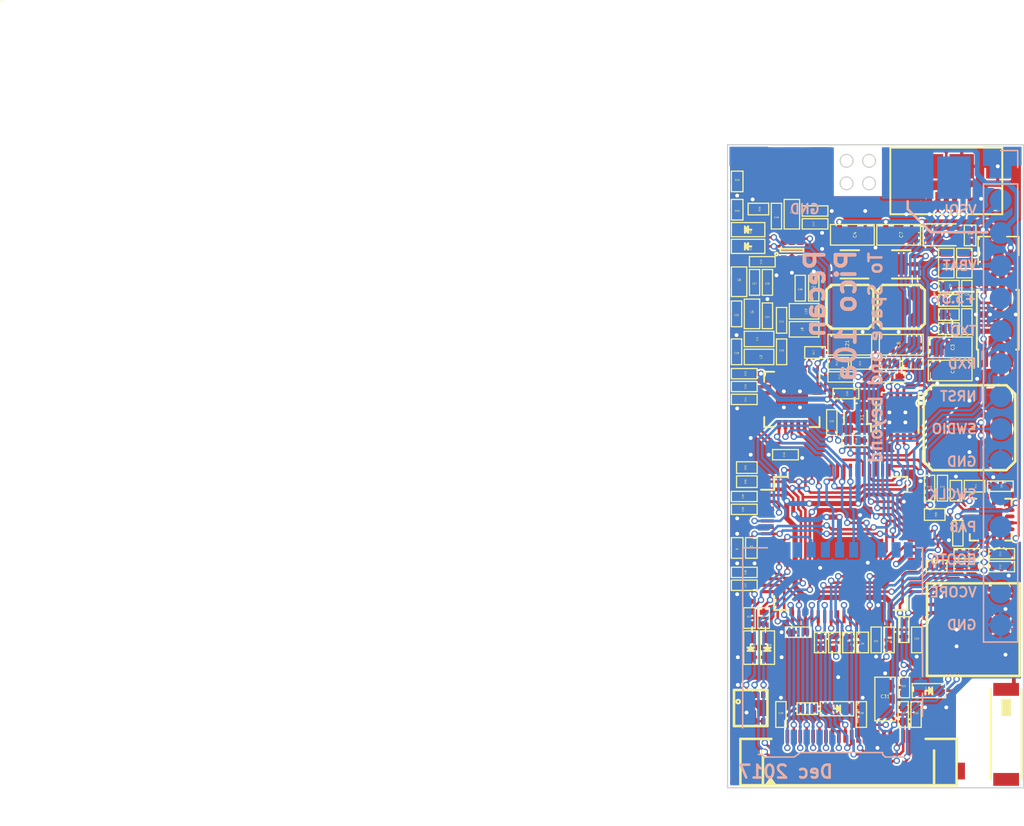
<source format=kicad_pcb>
(kicad_pcb (version 4) (host pcbnew 4.0.6+dfsg1-1)
  (layers (0 F.Cu signal) (31 B.Cu signal) (34 B.Paste user) (35 F.Paste user) (36 B.SilkS user) (37 F.SilkS user) (38 B.Mask user) (39 F.Mask user) (44 Edge.Cuts user))
  (net 0 "")
  (net 1 GND)
  (net 2 /SENSE_SOL)
  (net 3 "Net-(C2-Pad1)")
  (net 4 VDD)
  (net 5 +1V8)
  (net 6 "Net-(C5-Pad2)")
  (net 7 +3V3)
  (net 8 VDDA)
  (net 9 /CLOCK_26M)
  (net 10 "Net-(C16-Pad2)")
  (net 11 "Net-(C19-Pad1)")
  (net 12 "Net-(C19-Pad2)")
  (net 13 /VCC_GPS)
  (net 14 "Net-(C24-Pad1)")
  (net 15 "Net-(C25-Pad2)")
  (net 16 "Net-(C27-Pad2)")
  (net 17 "Net-(C28-Pad1)")
  (net 18 "Net-(C28-Pad2)")
  (net 19 "Net-(C32-Pad2)")
  (net 20 "Net-(C51-Pad2)")
  (net 21 "Net-(D2-Pad1)")
  (net 22 "Net-(IC1-Pad3)")
  (net 23 "Net-(IC2-Pad1)")
  (net 24 /CAM_EN)
  (net 25 /RADIO_SDN)
  (net 26 "Net-(IC4-Pad7)")
  (net 27 /RADIO_GPIO0)
  (net 28 /RADIO_GPIO1)
  (net 29 /SPI_SCK)
  (net 30 /SPI_MISO)
  (net 31 /SPI_MOSI)
  (net 32 /RADIO_CS)
  (net 33 "Net-(IC4-Pad16)")
  (net 34 /GPS_RESET)
  (net 35 /SWD_NRST)
  (net 36 /CAM_VSYNC)
  (net 37 /ADC_VBAT)
  (net 38 /CAM_D2)
  (net 39 /CAM_D3)
  (net 40 /CAM_D4)
  (net 41 /CAM_D5)
  (net 42 /CAM_D6)
  (net 43 /CAM_D7)
  (net 44 /CAM_D8)
  (net 45 /CAM_D9)
  (net 46 /ADC_VUSB)
  (net 47 /CAM_RESET)
  (net 48 /ADC_VSOL)
  (net 49 /IO_TXD)
  (net 50 /CAM_PCLK)
  (net 51 /CAM_XCLK)
  (net 52 /USB_ID)
  (net 53 /USB_D-)
  (net 54 /USB_D+)
  (net 55 /SWD_SWDIO)
  (net 56 /SWD_SWCLK)
  (net 57 /GPS_EN)
  (net 58 /I2C_SCL)
  (net 59 /I2C_SDA)
  (net 60 /BOOT0)
  (net 61 /GPS_RXD)
  (net 62 /GPS_TXD)
  (net 63 "Net-(IC6-Pad5)")
  (net 64 "Net-(IC6-Pad6)")
  (net 65 "Net-(IC6-Pad8)")
  (net 66 "Net-(IC6-Pad12)")
  (net 67 "Net-(IC6-Pad13)")
  (net 68 "Net-(IC6-Pad32)")
  (net 69 "Net-(IC6-Pad34)")
  (net 70 "Net-(IC6-Pad35)")
  (net 71 +SOL)
  (net 72 +BATT)
  (net 73 "Net-(IC7-Pad7)")
  (net 74 /CAM_HREF)
  (net 75 "Net-(P1-Pad24)")
  (net 76 /BATT_CONN)
  (net 77 "Net-(C17-Pad2)")
  (net 78 "Net-(IC8-Pad1)")
  (net 79 /RADIO_IRQ)
  (net 80 "Net-(D7-Pad2)")
  (net 81 "Net-(C36-Pad1)")
  (net 82 "Net-(C41-Pad1)")
  (net 83 "Net-(C42-Pad2)")
  (net 84 "Net-(C47-Pad1)")
  (net 85 "Net-(C49-Pad2)")
  (net 86 /RADIO_RX)
  (net 87 /RADIO_TX)
  (net 88 "Net-(IC5-Pad3)")
  (net 89 "Net-(IC5-Pad4)")
  (net 90 "Net-(IC5-Pad6)")
  (net 91 "Net-(IC5-Pad28)")
  (net 92 /USB_VUSB)
  (net 93 "Net-(D5-Pad1)")
  (net 94 "Net-(IC5-Pad9)")
  (net 95 "Net-(D4-Pad2)")
  (net 96 /GPS_TIMEPULSE)
  (net 97 /IO_RXD)
  (net 98 /IO_LED3)
  (net 99 "Net-(D3-Pad2)")
  (net 100 "Net-(AE1-Pad1)")
  (net 101 /SD_DET)
  (net 102 "Net-(J1-Pad8)")
  (net 103 "Net-(J1-Pad1)")
  (net 104 /SD_CS)
  (net 105 VCC)
  (net 106 "Net-(C36-Pad2)")
  (net 107 "Net-(C52-Pad2)")
  (net 108 "Net-(D6-Pad2)")
  (net 109 /IO_PA8)
  (net 110 /TCXO_EN)
  (module pecanpico:C_0402 (layer F.Cu) (at 51.6 98.7)
    (fp_text reference C46 (at -0.1 0 90) (layer F.SilkS) (effects (font (size 0.127 0.127) (thickness 0.01875))))
    (fp_text value 100n)
    (pad 1 smd rect (at -0.55 0) (size 0.6 0.5) (layers F.Cu F.Paste F.Mask) (net 1 GND))
    (pad 2 smd rect (at 0.55 0) (size 0.6 0.5) (layers F.Cu F.Paste F.Mask) (net 105 VCC))
  )
  (module pecanpico:tcxo (layer F.Cu) (at 57.05 95.8 90)
    (fp_text reference X1 (at 0 0.5 90) (layer F.SilkS) (effects (font (size 0.25 0.25) (thickness 0.0375))))
    (fp_text value KT2016K26000BCW18ZAS hide)
    (pad 3 smd rect (at 0.9 -0.6 90) (size 0.6 0.8) (layers F.Cu F.Paste F.Mask) (net 9 /CLOCK_26M))
    (pad 2 smd rect (at 0.9 0.6 90) (size 0.6 0.8) (layers F.Cu F.Paste F.Mask) (net 1 GND))
    (pad 4 smd rect (at -0.9 -0.6 90) (size 0.6 0.8) (layers F.Cu F.Paste F.Mask) (net 110 /TCXO_EN))
    (pad 1 smd rect (at -0.9 0.6 90) (size 0.6 0.8) (layers F.Cu F.Paste F.Mask) (net 110 /TCXO_EN))
  )
  (module Pin_Headers:Pin_Header_Straight_1x15_Pitch2.54mm (layer B.Cu) (at 68.322 76.378 180)
    (fp_text reference J2 hide)
    (fp_text value CONN_01X15 hide)
    (pad 1 smd rect (at 0 0 180) (size 1.7 1.7) (layers B.Cu B.Mask) (net 1 GND))
    (pad 2 smd oval (at 0 -2.54 180) (size 1.7 1.7) (layers B.Cu B.Mask) (net 71 +SOL))
    (pad 3 smd oval (at 0 -5.08 180) (size 1.7 1.7) (layers B.Cu B.Mask) (net 76 /BATT_CONN))
    (pad 4 smd oval (at 0 -7.62 180) (size 1.7 1.7) (layers B.Cu B.Mask) (net 72 +BATT))
    (pad 5 smd oval (at 0 -10.16 180) (size 1.7 1.7) (layers B.Cu B.Mask) (net 7 +3V3))
    (pad 6 smd oval (at 0 -12.7 180) (size 1.7 1.7) (layers B.Cu B.Mask) (net 49 /IO_TXD))
    (pad 7 smd oval (at 0 -15.24 180) (size 1.7 1.7) (layers B.Cu B.Mask) (net 97 /IO_RXD))
    (pad 8 smd oval (at 0 -17.78 180) (size 1.7 1.7) (layers B.Cu B.Mask) (net 35 /SWD_NRST))
    (pad 9 smd oval (at 0 -20.32 180) (size 1.7 1.7) (layers B.Cu B.Mask) (net 55 /SWD_SWDIO))
    (pad 10 smd oval (at 0 -22.86 180) (size 1.7 1.7) (layers B.Cu B.Mask) (net 1 GND))
    (pad 11 smd oval (at 0 -25.4 180) (size 1.7 1.7) (layers B.Cu B.Mask) (net 56 /SWD_SWCLK))
    (pad 12 smd oval (at 0 -27.94 180) (size 1.7 1.7) (layers B.Cu B.Mask) (net 109 /IO_PA8))
    (pad 13 smd oval (at 0 -30.48 180) (size 1.7 1.7) (layers B.Cu B.Mask) (net 60 /BOOT0))
    (pad 14 smd oval (at 0 -33.02 180) (size 1.7 1.7) (layers B.Cu B.Mask) (net 105 VCC))
    (pad 15 smd oval (at 0 -35.56 180) (size 1.7 1.7) (layers B.Cu B.Mask) (net 1 GND))
  )
  (module Connectors_Card:Hirose_DM3AT-SF-PEJM5 (layer B.Cu) (at 52.5 106.7 180)
    (fp_text reference J1 hide)
    (fp_text value DM3AT-SF-PEJM5 hide)
    (pad 9 smd rect (at -8.65 0.6 180) (size 0.7 1.2) (layers B.Cu B.Paste B.Mask) (net 101 /SD_DET))
    (pad 8 smd rect (at -7.7 0.6 180) (size 0.7 1.2) (layers B.Cu B.Paste B.Mask) (net 102 "Net-(J1-Pad8)"))
    (pad 1 smd rect (at 0 0.6 180) (size 0.7 1.2) (layers B.Cu B.Paste B.Mask) (net 103 "Net-(J1-Pad1)"))
    (pad 2 smd rect (at -1.1 0.6 180) (size 0.7 1.2) (layers B.Cu B.Paste B.Mask) (net 104 /SD_CS))
    (pad 3 smd rect (at -2.2 0.6 180) (size 0.7 1.2) (layers B.Cu B.Paste B.Mask) (net 31 /SPI_MOSI))
    (pad 4 smd rect (at -3.3 0.6 180) (size 0.7 1.2) (layers B.Cu B.Paste B.Mask) (net 7 +3V3))
    (pad 5 smd rect (at -4.4 0.6 180) (size 0.7 1.2) (layers B.Cu B.Paste B.Mask) (net 29 /SPI_SCK))
    (pad 6 smd rect (at -5.5 0.6 180) (size 0.7 1.2) (layers B.Cu B.Paste B.Mask) (net 1 GND))
    (pad 7 smd rect (at -6.6 0.6 180) (size 0.7 1.2) (layers B.Cu B.Paste B.Mask) (net 30 /SPI_MISO))
    (pad 11 smd rect (at 1.55 0.6 180) (size 1 1.2) (layers B.Cu B.Paste B.Mask) (net 1 GND))
    (pad 11 smd rect (at -9.6 -3.7 180) (size 1 1.2) (layers B.Cu B.Paste B.Mask) (net 1 GND))
    (pad 10 smd rect (at -9.6 -9.9 180) (size 1 0.8) (layers B.Cu B.Paste B.Mask) (net 1 GND))
    (pad 11 smd rect (at -9.6 -14.05 180) (size 1 2.8) (layers B.Cu B.Paste B.Mask) (net 1 GND))
    (pad 11 smd rect (at 3.9 -14.5 180) (size 1.3 1.9) (layers B.Cu B.Paste B.Mask) (net 1 GND))
  )
  (module Housings_QFP:LQFP-64_10x10mm_Pitch0.5mm (layer F.Cu) (at 55.9 105.6)
    (fp_text reference IC5 hide)
    (fp_text value STM32F413RHT6)
    (pad 1 smd rect (at -5.7 -3.75) (size 1 0.25) (layers F.Cu F.Paste F.Mask) (net 105 VCC))
    (pad 2 smd rect (at -5.7 -3.25) (size 1 0.25) (layers F.Cu F.Paste F.Mask) (net 110 /TCXO_EN))
    (pad 3 smd rect (at -5.7 -2.75) (size 1 0.25) (layers F.Cu F.Paste F.Mask) (net 88 "Net-(IC5-Pad3)"))
    (pad 4 smd rect (at -5.7 -2.25) (size 1 0.25) (layers F.Cu F.Paste F.Mask) (net 89 "Net-(IC5-Pad4)"))
    (pad 5 smd rect (at -5.7 -1.75) (size 1 0.25) (layers F.Cu F.Paste F.Mask) (net 19 "Net-(C32-Pad2)"))
    (pad 6 smd rect (at -5.7 -1.25) (size 1 0.25) (layers F.Cu F.Paste F.Mask) (net 90 "Net-(IC5-Pad6)"))
    (pad 7 smd rect (at -5.7 -0.75) (size 1 0.25) (layers F.Cu F.Paste F.Mask) (net 35 /SWD_NRST))
    (pad 8 smd rect (at -5.7 -0.25) (size 1 0.25) (layers F.Cu F.Paste F.Mask) (net 104 /SD_CS))
    (pad 9 smd rect (at -5.7 0.25) (size 1 0.25) (layers F.Cu F.Paste F.Mask) (net 94 "Net-(IC5-Pad9)"))
    (pad 10 smd rect (at -5.7 0.75) (size 1 0.25) (layers F.Cu F.Paste F.Mask) (net 48 /ADC_VSOL))
    (pad 11 smd rect (at -5.7 1.25) (size 1 0.25) (layers F.Cu F.Paste F.Mask) (net 98 /IO_LED3))
    (pad 12 smd rect (at -5.7 1.75) (size 1 0.25) (layers F.Cu F.Paste F.Mask) (net 1 GND))
    (pad 13 smd rect (at -5.7 2.25) (size 1 0.25) (layers F.Cu F.Paste F.Mask) (net 105 VCC))
    (pad 14 smd rect (at -5.7 2.75) (size 1 0.25) (layers F.Cu F.Paste F.Mask) (net 38 /CAM_D2))
    (pad 15 smd rect (at -5.7 3.25) (size 1 0.25) (layers F.Cu F.Paste F.Mask) (net 39 /CAM_D3))
    (pad 16 smd rect (at -5.7 3.75) (size 1 0.25) (layers F.Cu F.Paste F.Mask) (net 40 /CAM_D4))
    (pad 17 smd rect (at -3.75 5.7 90) (size 1 0.25) (layers F.Cu F.Paste F.Mask) (net 41 /CAM_D5))
    (pad 18 smd rect (at -3.25 5.7 90) (size 1 0.25) (layers F.Cu F.Paste F.Mask) (net 1 GND))
    (pad 19 smd rect (at -2.75 5.7 90) (size 1 0.25) (layers F.Cu F.Paste F.Mask) (net 105 VCC))
    (pad 20 smd rect (at -2.25 5.7 90) (size 1 0.25) (layers F.Cu F.Paste F.Mask) (net 42 /CAM_D6))
    (pad 21 smd rect (at -1.75 5.7 90) (size 1 0.25) (layers F.Cu F.Paste F.Mask) (net 43 /CAM_D7))
    (pad 22 smd rect (at -1.25 5.7 90) (size 1 0.25) (layers F.Cu F.Paste F.Mask) (net 44 /CAM_D8))
    (pad 23 smd rect (at -0.75 5.7 90) (size 1 0.25) (layers F.Cu F.Paste F.Mask) (net 45 /CAM_D9))
    (pad 24 smd rect (at -0.25 5.7 90) (size 1 0.25) (layers F.Cu F.Paste F.Mask) (net 46 /ADC_VUSB))
    (pad 25 smd rect (at 0.25 5.7 90) (size 1 0.25) (layers F.Cu F.Paste F.Mask) (net 36 /CAM_VSYNC))
    (pad 26 smd rect (at 0.75 5.7 90) (size 1 0.25) (layers F.Cu F.Paste F.Mask) (net 47 /CAM_RESET))
    (pad 27 smd rect (at 1.25 5.7 90) (size 1 0.25) (layers F.Cu F.Paste F.Mask) (net 37 /ADC_VBAT))
    (pad 28 smd rect (at 1.75 5.7 90) (size 1 0.25) (layers F.Cu F.Paste F.Mask) (net 91 "Net-(IC5-Pad28)"))
    (pad 29 smd rect (at 2.25 5.7 90) (size 1 0.25) (layers F.Cu F.Paste F.Mask) (net 49 /IO_TXD))
    (pad 30 smd rect (at 2.75 5.7 90) (size 1 0.25) (layers F.Cu F.Paste F.Mask) (net 20 "Net-(C51-Pad2)"))
    (pad 31 smd rect (at 3.25 5.7 90) (size 1 0.25) (layers F.Cu F.Paste F.Mask) (net 1 GND))
    (pad 32 smd rect (at 3.75 5.7 90) (size 1 0.25) (layers F.Cu F.Paste F.Mask) (net 105 VCC))
    (pad 33 smd rect (at 5.7 3.75) (size 1 0.25) (layers F.Cu F.Paste F.Mask) (net 61 /GPS_RXD))
    (pad 34 smd rect (at 5.7 3.25) (size 1 0.25) (layers F.Cu F.Paste F.Mask) (net 62 /GPS_TXD))
    (pad 35 smd rect (at 5.7 2.75) (size 1 0.25) (layers F.Cu F.Paste F.Mask) (net 34 /GPS_RESET))
    (pad 36 smd rect (at 5.7 2.25) (size 1 0.25) (layers F.Cu F.Paste F.Mask) (net 96 /GPS_TIMEPULSE))
    (pad 37 smd rect (at 5.7 1.75) (size 1 0.25) (layers F.Cu F.Paste F.Mask) (net 50 /CAM_PCLK))
    (pad 38 smd rect (at 5.7 1.25) (size 1 0.25) (layers F.Cu F.Paste F.Mask) (net 24 /CAM_EN))
    (pad 39 smd rect (at 5.7 0.75) (size 1 0.25) (layers F.Cu F.Paste F.Mask) (net 101 /SD_DET))
    (pad 40 smd rect (at 5.7 0.25) (size 1 0.25) (layers F.Cu F.Paste F.Mask) (net 51 /CAM_XCLK))
    (pad 41 smd rect (at 5.7 -0.25) (size 1 0.25) (layers F.Cu F.Paste F.Mask) (net 109 /IO_PA8))
    (pad 42 smd rect (at 5.7 -0.75) (size 1 0.25) (layers F.Cu F.Paste F.Mask) (net 92 /USB_VUSB))
    (pad 43 smd rect (at 5.7 -1.25) (size 1 0.25) (layers F.Cu F.Paste F.Mask) (net 52 /USB_ID))
    (pad 44 smd rect (at 5.7 -1.75) (size 1 0.25) (layers F.Cu F.Paste F.Mask) (net 53 /USB_D-))
    (pad 45 smd rect (at 5.7 -2.25) (size 1 0.25) (layers F.Cu F.Paste F.Mask) (net 54 /USB_D+))
    (pad 46 smd rect (at 5.7 -2.75) (size 1 0.25) (layers F.Cu F.Paste F.Mask) (net 55 /SWD_SWDIO))
    (pad 47 smd rect (at 5.7 -3.25) (size 1 0.25) (layers F.Cu F.Paste F.Mask) (net 1 GND))
    (pad 48 smd rect (at 5.7 -3.75) (size 1 0.25) (layers F.Cu F.Paste F.Mask) (net 105 VCC))
    (pad 49 smd rect (at 3.75 -5.7 90) (size 1 0.25) (layers F.Cu F.Paste F.Mask) (net 56 /SWD_SWCLK))
    (pad 50 smd rect (at 3.25 -5.7 90) (size 1 0.25) (layers F.Cu F.Paste F.Mask) (net 57 /GPS_EN))
    (pad 51 smd rect (at 2.75 -5.7 90) (size 1 0.25) (layers F.Cu F.Paste F.Mask) (net 25 /RADIO_SDN))
    (pad 52 smd rect (at 2.25 -5.7 90) (size 1 0.25) (layers F.Cu F.Paste F.Mask) (net 97 /IO_RXD))
    (pad 53 smd rect (at 1.75 -5.7 90) (size 1 0.25) (layers F.Cu F.Paste F.Mask) (net 32 /RADIO_CS))
    (pad 54 smd rect (at 1.25 -5.7 90) (size 1 0.25) (layers F.Cu F.Paste F.Mask) (net 79 /RADIO_IRQ))
    (pad 55 smd rect (at 0.75 -5.7 90) (size 1 0.25) (layers F.Cu F.Paste F.Mask) (net 29 /SPI_SCK))
    (pad 56 smd rect (at 0.25 -5.7 90) (size 1 0.25) (layers F.Cu F.Paste F.Mask) (net 30 /SPI_MISO))
    (pad 57 smd rect (at -0.25 -5.7 90) (size 1 0.25) (layers F.Cu F.Paste F.Mask) (net 31 /SPI_MOSI))
    (pad 58 smd rect (at -0.75 -5.7 90) (size 1 0.25) (layers F.Cu F.Paste F.Mask) (net 28 /RADIO_GPIO1))
    (pad 59 smd rect (at -1.25 -5.7 90) (size 1 0.25) (layers F.Cu F.Paste F.Mask) (net 27 /RADIO_GPIO0))
    (pad 60 smd rect (at -1.75 -5.7 90) (size 1 0.25) (layers F.Cu F.Paste F.Mask) (net 60 /BOOT0))
    (pad 61 smd rect (at -2.25 -5.7 90) (size 1 0.25) (layers F.Cu F.Paste F.Mask) (net 58 /I2C_SCL))
    (pad 62 smd rect (at -2.75 -5.7 90) (size 1 0.25) (layers F.Cu F.Paste F.Mask) (net 59 /I2C_SDA))
    (pad 63 smd rect (at -3.25 -5.7 90) (size 1 0.25) (layers F.Cu F.Paste F.Mask) (net 1 GND))
    (pad 64 smd rect (at -3.75 -5.7 90) (size 1 0.25) (layers F.Cu F.Paste F.Mask) (net 105 VCC))
  )
  (module pecanpico:BME280 (layer F.Cu) (at 48.9 118.4 90)
    (fp_text reference IC9 hide)
    (fp_text value BME280)
    (pad 8 smd rect (at -1.025 -0.975 90) (size 0.5 0.35) (layers F.Cu F.Paste F.Mask) (net 105 VCC))
    (pad 7 smd rect (at -1.025 -0.325 90) (size 0.5 0.35) (layers F.Cu F.Paste F.Mask) (net 1 GND))
    (pad 6 smd rect (at -1.025 0.325 90) (size 0.5 0.35) (layers F.Cu F.Paste F.Mask) (net 105 VCC))
    (pad 5 smd rect (at -1.025 0.975 90) (size 0.5 0.35) (layers F.Cu F.Paste F.Mask) (net 105 VCC))
    (pad 1 smd rect (at 1.025 -0.975 90) (size 0.5 0.35) (layers F.Cu F.Paste F.Mask) (net 1 GND))
    (pad 2 smd rect (at 1.025 -0.325 90) (size 0.5 0.35) (layers F.Cu F.Paste F.Mask) (net 105 VCC))
    (pad 3 smd rect (at 1.025 0.325 90) (size 0.5 0.35) (layers F.Cu F.Paste F.Mask) (net 59 /I2C_SDA))
    (pad 4 smd rect (at 1.025 0.975 90) (size 0.5 0.35) (layers F.Cu F.Paste F.Mask) (net 58 /I2C_SCL))
  )
  (module pecanpico:C_0805 (layer F.Cu) (at 59.35 117.7 270)
    (fp_text reference C31 (at -0.2 0 360) (layer F.SilkS) (effects (font (size 0.25 0.25) (thickness 0.0375))))
    (fp_text value 22u)
    (pad 1 smd rect (at -1 0 270) (size 1 1.25) (layers F.Cu F.Paste F.Mask) (net 1 GND))
    (pad 2 smd rect (at 1 0 270) (size 1 1.25) (layers F.Cu F.Paste F.Mask) (net 8 VDDA))
  )
  (module Housings_DFN_QFN:QFN-16-1EP_3x3mm_Pitch0.5mm (layer F.Cu) (at 67.55 103.75)
    (fp_text reference IC3 hide)
    (fp_text value ADP322ACPZ-115-R7 hide)
    (pad 1 smd oval (at -1.475 -0.75) (size 0.75 0.3) (layers F.Cu F.Paste F.Mask) (net 57 /GPS_EN))
    (pad 2 smd oval (at -1.475 -0.25) (size 0.75 0.3) (layers F.Cu F.Paste F.Mask) (net 4 VDD))
    (pad 3 smd oval (at -1.475 0.25) (size 0.75 0.3) (layers F.Cu F.Paste F.Mask) (net 4 VDD))
    (pad 4 smd oval (at -1.475 0.75) (size 0.75 0.3) (layers F.Cu F.Paste F.Mask))
    (pad 5 smd oval (at -0.75 1.475 90) (size 0.75 0.3) (layers F.Cu F.Paste F.Mask) (net 13 /VCC_GPS))
    (pad 6 smd oval (at -0.25 1.475 90) (size 0.75 0.3) (layers F.Cu F.Paste F.Mask) (net 8 VDDA))
    (pad 7 smd oval (at 0.25 1.475 90) (size 0.75 0.3) (layers F.Cu F.Paste F.Mask))
    (pad 8 smd oval (at 0.75 1.475 90) (size 0.75 0.3) (layers F.Cu F.Paste F.Mask) (net 5 +1V8))
    (pad 9 smd oval (at 1.475 0.75) (size 0.75 0.3) (layers F.Cu F.Paste F.Mask))
    (pad 10 smd oval (at 1.475 0.25) (size 0.75 0.3) (layers F.Cu F.Paste F.Mask) (net 4 VDD))
    (pad 11 smd oval (at 1.475 -0.25) (size 0.75 0.3) (layers F.Cu F.Paste F.Mask))
    (pad 12 smd oval (at 1.475 -0.75) (size 0.75 0.3) (layers F.Cu F.Paste F.Mask) (net 1 GND))
    (pad 13 smd oval (at 0.75 -1.475 90) (size 0.75 0.3) (layers F.Cu F.Paste F.Mask))
    (pad 14 smd oval (at 0.25 -1.475 90) (size 0.75 0.3) (layers F.Cu F.Paste F.Mask))
    (pad 15 smd oval (at -0.25 -1.475 90) (size 0.75 0.3) (layers F.Cu F.Paste F.Mask) (net 24 /CAM_EN))
    (pad 16 smd oval (at -0.75 -1.475 90) (size 0.75 0.3) (layers F.Cu F.Paste F.Mask) (net 24 /CAM_EN))
    (pad 17 smd rect (at 0.45 0.45) (size 0.9 0.9) (layers F.Cu F.Paste F.Mask) (net 1 GND))
    (pad 17 smd rect (at 0.45 -0.45) (size 0.9 0.9) (layers F.Cu F.Paste F.Mask) (net 1 GND))
    (pad 17 smd rect (at -0.45 0.45) (size 0.9 0.9) (layers F.Cu F.Paste F.Mask) (net 1 GND))
    (pad 17 smd rect (at -0.45 -0.45) (size 0.9 0.9) (layers F.Cu F.Paste F.Mask) (net 1 GND))
  )
  (module pecanpico:R_0402 (layer F.Cu) (at 63.35 107.35)
    (fp_text reference R31 (at -0.1 0 90) (layer F.SilkS) (effects (font (size 0.127 0.127) (thickness 0.01875))))
    (fp_text value 100k)
    (pad 1 smd rect (at -0.45 0) (size 0.4 0.6) (layers F.Cu F.Paste F.Mask) (net 60 /BOOT0))
    (pad 2 smd rect (at 0.45 0) (size 0.4 0.6) (layers F.Cu F.Paste F.Mask) (net 1 GND))
  )
  (module pecanpico:FFC1x24_0.5mm (layer F.Cu) (at 56.5 120.6)
    (fp_text reference P1 hide)
    (fp_text value CONN_01X25 hide)
    (pad 1 smd rect (at -5.75 0) (size 0.3 1) (layers F.Cu F.Paste F.Mask) (net 1 GND))
    (pad 2 smd rect (at -5.25 0) (size 0.3 1) (layers F.Cu F.Paste F.Mask) (net 8 VDDA))
    (pad 3 smd rect (at -4.75 0) (size 0.3 1) (layers F.Cu F.Paste F.Mask) (net 40 /CAM_D4))
    (pad 4 smd rect (at -4.25 0) (size 0.3 1) (layers F.Cu F.Paste F.Mask) (net 39 /CAM_D3))
    (pad 5 smd rect (at -3.75 0) (size 0.3 1) (layers F.Cu F.Paste F.Mask) (net 41 /CAM_D5))
    (pad 6 smd rect (at -3.25 0) (size 0.3 1) (layers F.Cu F.Paste F.Mask) (net 38 /CAM_D2))
    (pad 7 smd rect (at -2.75 0) (size 0.3 1) (layers F.Cu F.Paste F.Mask) (net 42 /CAM_D6))
    (pad 8 smd rect (at -2.25 0) (size 0.3 1) (layers F.Cu F.Paste F.Mask) (net 50 /CAM_PCLK))
    (pad 9 smd rect (at -1.75 0) (size 0.3 1) (layers F.Cu F.Paste F.Mask) (net 43 /CAM_D7))
    (pad 10 smd rect (at -1.25 0) (size 0.3 1) (layers F.Cu F.Paste F.Mask) (net 1 GND))
    (pad 11 smd rect (at -0.75 0) (size 0.3 1) (layers F.Cu F.Paste F.Mask) (net 44 /CAM_D8))
    (pad 12 smd rect (at -0.25 0) (size 0.3 1) (layers F.Cu F.Paste F.Mask) (net 51 /CAM_XCLK))
    (pad 13 smd rect (at 0.25 0) (size 0.3 1) (layers F.Cu F.Paste F.Mask) (net 45 /CAM_D9))
    (pad 14 smd rect (at 0.75 0) (size 0.3 1) (layers F.Cu F.Paste F.Mask) (net 5 +1V8))
    (pad 15 smd rect (at 1.25 0) (size 0.3 1) (layers F.Cu F.Paste F.Mask) (net 5 +1V8))
    (pad 16 smd rect (at 1.75 0) (size 0.3 1) (layers F.Cu F.Paste F.Mask) (net 74 /CAM_HREF))
    (pad 17 smd rect (at 2.25 0) (size 0.3 1) (layers F.Cu F.Paste F.Mask) (net 1 GND))
    (pad 18 smd rect (at 2.75 0) (size 0.3 1) (layers F.Cu F.Paste F.Mask) (net 36 /CAM_VSYNC))
    (pad 19 smd rect (at 3.25 0) (size 0.3 1) (layers F.Cu F.Paste F.Mask) (net 47 /CAM_RESET))
    (pad 20 smd rect (at 3.75 0) (size 0.3 1) (layers F.Cu F.Paste F.Mask) (net 58 /I2C_SCL))
    (pad 21 smd rect (at 4.25 0) (size 0.3 1) (layers F.Cu F.Paste F.Mask) (net 8 VDDA))
    (pad 22 smd rect (at 4.75 0) (size 0.3 1) (layers F.Cu F.Paste F.Mask) (net 59 /I2C_SDA))
    (pad 23 smd rect (at 5.25 0) (size 0.3 1) (layers F.Cu F.Paste F.Mask) (net 1 GND))
    (pad 24 smd rect (at 5.75 0) (size 0.3 1) (layers F.Cu F.Paste F.Mask) (net 75 "Net-(P1-Pad24)"))
    (pad 25 smd rect (at -8.05 2.7) (size 2 1.3) (layers F.Cu F.Paste F.Mask) (net 1 GND))
    (pad 25 smd rect (at 8.05 2.7) (size 2 1.3) (layers F.Cu F.Paste F.Mask) (net 1 GND))
  )
  (module pecanpico:EVA7M (layer F.Cu) (at 66.2 112.3 180)
    (fp_text reference IC6 hide)
    (fp_text value "EVA-7M or EVA-M8" hide)
    (pad 1 smd rect (at -3.15 -2.6 180) (size 0.4 0.3) (layers F.Cu F.Paste F.Mask) (net 100 "Net-(AE1-Pad1)"))
    (pad 2 smd rect (at -3.15 -1.95 180) (size 0.4 0.3) (layers F.Cu F.Paste F.Mask) (net 1 GND))
    (pad 3 smd rect (at -3.15 -1.3 180) (size 0.4 0.3) (layers F.Cu F.Paste F.Mask))
    (pad 4 smd rect (at -3.15 -0.65 180) (size 0.4 0.3) (layers F.Cu F.Paste F.Mask))
    (pad 5 smd rect (at -3.15 0 180) (size 0.4 0.3) (layers F.Cu F.Paste F.Mask) (net 63 "Net-(IC6-Pad5)"))
    (pad 6 smd rect (at -3.15 0.65 180) (size 0.4 0.3) (layers F.Cu F.Paste F.Mask) (net 64 "Net-(IC6-Pad6)"))
    (pad 7 smd rect (at -3.15 1.3 180) (size 0.4 0.3) (layers F.Cu F.Paste F.Mask) (net 1 GND))
    (pad 8 smd rect (at -3.15 1.95 180) (size 0.4 0.3) (layers F.Cu F.Paste F.Mask) (net 65 "Net-(IC6-Pad8)"))
    (pad 9 smd rect (at -3.15 2.6 180) (size 0.4 0.3) (layers F.Cu F.Paste F.Mask) (net 1 GND))
    (pad 11 smd rect (at -1.95 3.15 180) (size 0.3 0.4) (layers F.Cu F.Paste F.Mask))
    (pad 12 smd rect (at -1.3 3.15 180) (size 0.3 0.4) (layers F.Cu F.Paste F.Mask) (net 66 "Net-(IC6-Pad12)"))
    (pad 13 smd rect (at -0.65 3.15 180) (size 0.3 0.4) (layers F.Cu F.Paste F.Mask) (net 67 "Net-(IC6-Pad13)"))
    (pad 14 smd rect (at 0 3.15 180) (size 0.3 0.4) (layers F.Cu F.Paste F.Mask) (net 34 /GPS_RESET))
    (pad 15 smd rect (at 0.65 3.15 180) (size 0.3 0.4) (layers F.Cu F.Paste F.Mask) (net 62 /GPS_TXD))
    (pad 16 smd rect (at 1.3 3.15 180) (size 0.3 0.4) (layers F.Cu F.Paste F.Mask) (net 61 /GPS_RXD))
    (pad 17 smd rect (at 1.95 3.15 180) (size 0.3 0.4) (layers F.Cu F.Paste F.Mask))
    (pad 18 smd rect (at 2.6 3.15 180) (size 0.3 0.4) (layers F.Cu F.Paste F.Mask) (net 1 GND))
    (pad 19 smd rect (at 3.15 2.6 180) (size 0.4 0.3) (layers F.Cu F.Paste F.Mask) (net 13 /VCC_GPS))
    (pad 10 smd rect (at -2.6 3.15 180) (size 0.3 0.4) (layers F.Cu F.Paste F.Mask))
    (pad 20 smd rect (at 3.15 1.95 180) (size 0.4 0.3) (layers F.Cu F.Paste F.Mask) (net 13 /VCC_GPS))
    (pad 21 smd rect (at 3.15 1.3 180) (size 0.4 0.3) (layers F.Cu F.Paste F.Mask) (net 105 VCC))
    (pad 22 smd rect (at 3.15 0.65 180) (size 0.4 0.3) (layers F.Cu F.Paste F.Mask))
    (pad 23 smd rect (at 3.15 0 180) (size 0.4 0.3) (layers F.Cu F.Paste F.Mask))
    (pad 24 smd rect (at 3.15 -0.65 180) (size 0.4 0.3) (layers F.Cu F.Paste F.Mask))
    (pad 25 smd rect (at 3.15 -1.3 180) (size 0.4 0.3) (layers F.Cu F.Paste F.Mask))
    (pad 26 smd rect (at 3.15 -1.95 180) (size 0.4 0.3) (layers F.Cu F.Paste F.Mask))
    (pad 27 smd rect (at 3.15 -2.6 180) (size 0.4 0.3) (layers F.Cu F.Paste F.Mask))
    (pad 28 smd rect (at 2.6 -3.15 180) (size 0.3 0.4) (layers F.Cu F.Paste F.Mask))
    (pad 29 smd rect (at 1.95 -3.15 180) (size 0.3 0.4) (layers F.Cu F.Paste F.Mask) (net 58 /I2C_SCL))
    (pad 30 smd rect (at 1.3 -3.15 180) (size 0.3 0.4) (layers F.Cu F.Paste F.Mask) (net 59 /I2C_SDA))
    (pad 31 smd rect (at 0.65 -3.15 180) (size 0.3 0.4) (layers F.Cu F.Paste F.Mask) (net 96 /GPS_TIMEPULSE))
    (pad 32 smd rect (at 0 -3.15 180) (size 0.3 0.4) (layers F.Cu F.Paste F.Mask) (net 68 "Net-(IC6-Pad32)"))
    (pad 33 smd rect (at -0.65 -3.15 180) (size 0.3 0.4) (layers F.Cu F.Paste F.Mask))
    (pad 34 smd rect (at -1.3 -3.15 180) (size 0.3 0.4) (layers F.Cu F.Paste F.Mask) (net 69 "Net-(IC6-Pad34)"))
    (pad 35 smd rect (at -1.95 -3.15 180) (size 0.3 0.4) (layers F.Cu F.Paste F.Mask) (net 70 "Net-(IC6-Pad35)"))
    (pad 36 smd rect (at -2.6 -3.15 180) (size 0.3 0.4) (layers F.Cu F.Paste F.Mask))
    (pad 37 smd rect (at 0 0 180) (size 0.5 0.5) (layers F.Cu F.Paste F.Mask) (net 1 GND))
    (pad 37 smd rect (at -1.3 0 180) (size 0.5 0.5) (layers F.Cu F.Paste F.Mask) (net 1 GND))
    (pad 37 smd rect (at 0 -1.3 180) (size 0.5 0.5) (layers F.Cu F.Paste F.Mask) (net 1 GND))
    (pad 37 smd rect (at -1.3 -1.3 180) (size 0.5 0.5) (layers F.Cu F.Paste F.Mask) (net 1 GND))
    (pad 37 smd rect (at 0 1.3 180) (size 0.5 0.5) (layers F.Cu F.Paste F.Mask) (net 1 GND))
    (pad 37 smd rect (at -1.3 1.3 180) (size 0.5 0.5) (layers F.Cu F.Paste F.Mask) (net 1 GND))
    (pad 37 smd rect (at 1.3 1.3 180) (size 0.5 0.5) (layers F.Cu F.Paste F.Mask) (net 1 GND))
  )
  (module pecanpico:R_0402 (layer F.Cu) (at 48.95 105.95 270)
    (fp_text reference R3 (at -0.1 0 360) (layer F.SilkS) (effects (font (size 0.127 0.127) (thickness 0.01875))))
    (fp_text value 22k)
    (pad 1 smd rect (at -0.45 0 270) (size 0.4 0.6) (layers F.Cu F.Paste F.Mask) (net 71 +SOL))
    (pad 2 smd rect (at 0.45 0 270) (size 0.4 0.6) (layers F.Cu F.Paste F.Mask) (net 48 /ADC_VSOL))
  )
  (module pecanpico:R_0402 (layer F.Cu) (at 54.3 113.3 270)
    (fp_text reference R32 (at -0.1 0 360) (layer F.SilkS) (effects (font (size 0.127 0.127) (thickness 0.01875))))
    (fp_text value 10k)
    (pad 1 smd rect (at -0.45 0 270) (size 0.4 0.6) (layers F.Cu F.Paste F.Mask) (net 46 /ADC_VUSB))
    (pad 2 smd rect (at 0.45 0 270) (size 0.4 0.6) (layers F.Cu F.Paste F.Mask) (net 1 GND))
  )
  (module pecanpico:R_0402 (layer F.Cu) (at 55.4 113.3 90)
    (fp_text reference R33 (at -0.1 0 180) (layer F.SilkS) (effects (font (size 0.127 0.127) (thickness 0.01875))))
    (fp_text value 22k)
    (pad 1 smd rect (at -0.45 0 90) (size 0.4 0.6) (layers F.Cu F.Paste F.Mask) (net 92 /USB_VUSB))
    (pad 2 smd rect (at 0.45 0 90) (size 0.4 0.6) (layers F.Cu F.Paste F.Mask) (net 46 /ADC_VUSB))
  )
  (module Housings_DFN_QFN:QFN-20-1EP_4x4mm_Pitch0.5mm (layer F.Cu) (at 52.1 94.4 270)
    (fp_text reference IC4 hide)
    (fp_text value Si4464-B1B-FM hide)
    (pad 1 smd rect (at -1.965 -1 270) (size 0.73 0.3) (layers F.Cu F.Paste F.Mask) (net 25 /RADIO_SDN))
    (pad 2 smd rect (at -1.965 -0.5 270) (size 0.73 0.3) (layers F.Cu F.Paste F.Mask) (net 107 "Net-(C52-Pad2)"))
    (pad 3 smd rect (at -1.965 0 270) (size 0.73 0.3) (layers F.Cu F.Paste F.Mask) (net 82 "Net-(C41-Pad1)"))
    (pad 4 smd rect (at -1.965 0.5 270) (size 0.73 0.3) (layers F.Cu F.Paste F.Mask) (net 12 "Net-(C19-Pad2)"))
    (pad 5 smd rect (at -1.965 1 270) (size 0.73 0.3) (layers F.Cu F.Paste F.Mask))
    (pad 6 smd rect (at -1 1.965) (size 0.73 0.3) (layers F.Cu F.Paste F.Mask) (net 7 +3V3))
    (pad 7 smd rect (at -0.5 1.965) (size 0.73 0.3) (layers F.Cu F.Paste F.Mask) (net 26 "Net-(IC4-Pad7)"))
    (pad 8 smd rect (at 0 1.965) (size 0.73 0.3) (layers F.Cu F.Paste F.Mask) (net 7 +3V3))
    (pad 9 smd rect (at 0.5 1.965) (size 0.73 0.3) (layers F.Cu F.Paste F.Mask) (net 27 /RADIO_GPIO0))
    (pad 10 smd rect (at 1 1.965) (size 0.73 0.3) (layers F.Cu F.Paste F.Mask) (net 28 /RADIO_GPIO1))
    (pad 11 smd rect (at 1.965 1 270) (size 0.73 0.3) (layers F.Cu F.Paste F.Mask) (net 79 /RADIO_IRQ))
    (pad 12 smd rect (at 1.965 0.5 270) (size 0.73 0.3) (layers F.Cu F.Paste F.Mask) (net 29 /SPI_SCK))
    (pad 13 smd rect (at 1.965 0 270) (size 0.73 0.3) (layers F.Cu F.Paste F.Mask) (net 30 /SPI_MISO))
    (pad 14 smd rect (at 1.965 -0.5 270) (size 0.73 0.3) (layers F.Cu F.Paste F.Mask) (net 31 /SPI_MOSI))
    (pad 15 smd rect (at 1.965 -1 270) (size 0.73 0.3) (layers F.Cu F.Paste F.Mask) (net 32 /RADIO_CS))
    (pad 16 smd rect (at 1 -1.965) (size 0.73 0.3) (layers F.Cu F.Paste F.Mask) (net 33 "Net-(IC4-Pad16)"))
    (pad 17 smd rect (at 0.5 -1.965) (size 0.73 0.3) (layers F.Cu F.Paste F.Mask) (net 10 "Net-(C16-Pad2)"))
    (pad 18 smd rect (at 0 -1.965) (size 0.73 0.3) (layers F.Cu F.Paste F.Mask) (net 1 GND))
    (pad 19 smd rect (at -0.5 -1.965) (size 0.73 0.3) (layers F.Cu F.Paste F.Mask) (net 86 /RADIO_RX))
    (pad 20 smd rect (at -1 -1.965) (size 0.73 0.3) (layers F.Cu F.Paste F.Mask) (net 87 /RADIO_TX))
    (pad 21 smd rect (at 0.625 0.625 270) (size 1.25 1.25) (layers F.Cu F.Paste F.Mask) (net 1 GND))
    (pad 21 smd rect (at 0.625 -0.625 270) (size 1.25 1.25) (layers F.Cu F.Paste F.Mask) (net 1 GND))
    (pad 21 smd rect (at -0.625 0.625 270) (size 1.25 1.25) (layers F.Cu F.Paste F.Mask) (net 1 GND))
    (pad 21 smd rect (at -0.625 -0.625 270) (size 1.25 1.25) (layers F.Cu F.Paste F.Mask) (net 1 GND))
  )
  (module pecanpico:C_0402 (layer F.Cu) (at 52.75 85.75 90)
    (fp_text reference C36 (at -0.1 0 180) (layer F.SilkS) (effects (font (size 0.127 0.127) (thickness 0.01875))))
    (fp_text value 470p)
    (pad 1 smd rect (at -0.55 0 90) (size 0.6 0.5) (layers F.Cu F.Paste F.Mask) (net 81 "Net-(C36-Pad1)"))
    (pad 2 smd rect (at 0.55 0 90) (size 0.6 0.5) (layers F.Cu F.Paste F.Mask) (net 106 "Net-(C36-Pad2)"))
  )
  (module pecanpico:C_0402 (layer F.Cu) (at 48.4 92.4 180)
    (fp_text reference C13 (at -0.1 0 270) (layer F.SilkS) (effects (font (size 0.127 0.127) (thickness 0.01875))))
    (fp_text value 2u2)
    (pad 1 smd rect (at -0.55 0 180) (size 0.6 0.5) (layers F.Cu F.Paste F.Mask) (net 7 +3V3))
    (pad 2 smd rect (at 0.55 0 180) (size 0.6 0.5) (layers F.Cu F.Paste F.Mask) (net 1 GND))
  )
  (module pecanpico:C_0402 (layer F.Cu) (at 48.4 94.4 180)
    (fp_text reference C14 (at -0.1 0 270) (layer F.SilkS) (effects (font (size 0.127 0.127) (thickness 0.01875))))
    (fp_text value 100n)
    (pad 1 smd rect (at -0.55 0 180) (size 0.6 0.5) (layers F.Cu F.Paste F.Mask) (net 7 +3V3))
    (pad 2 smd rect (at 0.55 0 180) (size 0.6 0.5) (layers F.Cu F.Paste F.Mask) (net 1 GND))
  )
  (module pecanpico:C_0402 (layer F.Cu) (at 48.4 93.4 180)
    (fp_text reference C15 (at -0.1 0 270) (layer F.SilkS) (effects (font (size 0.127 0.127) (thickness 0.01875))))
    (fp_text value 100p)
    (pad 1 smd rect (at -0.55 0 180) (size 0.6 0.5) (layers F.Cu F.Paste F.Mask) (net 7 +3V3))
    (pad 2 smd rect (at 0.55 0 180) (size 0.6 0.5) (layers F.Cu F.Paste F.Mask) (net 1 GND))
  )
  (module pecanpico:C_0402 (layer F.Cu) (at 56.3 93.95 180)
    (fp_text reference C16 (at -0.1 0 270) (layer F.SilkS) (effects (font (size 0.127 0.127) (thickness 0.01875))))
    (fp_text value 100p)
    (pad 1 smd rect (at -0.55 0 180) (size 0.6 0.5) (layers F.Cu F.Paste F.Mask) (net 9 /CLOCK_26M))
    (pad 2 smd rect (at 0.55 0 180) (size 0.6 0.5) (layers F.Cu F.Paste F.Mask) (net 10 "Net-(C16-Pad2)"))
  )
  (module pecanpico:C_0805 (layer F.Cu) (at 64.4 92.15 180)
    (fp_text reference C1 (at -0.2 0 270) (layer F.SilkS) (effects (font (size 0.25 0.25) (thickness 0.0375))))
    (fp_text value 22u)
    (pad 1 smd rect (at -1 0 180) (size 1 1.25) (layers F.Cu F.Paste F.Mask) (net 2 /SENSE_SOL))
    (pad 2 smd rect (at 1 0 180) (size 1 1.25) (layers F.Cu F.Paste F.Mask) (net 1 GND))
  )
  (module pecanpico:C_0402 (layer F.Cu) (at 65.7 88.35 90)
    (fp_text reference C2 (at 24.9 -75 180) (layer F.SilkS) (effects (font (size 0.127 0.127) (thickness 0.01875))))
    (fp_text value 1n)
    (pad 1 smd rect (at -0.55 0 90) (size 0.6 0.5) (layers F.Cu F.Paste F.Mask) (net 3 "Net-(C2-Pad1)"))
    (pad 2 smd rect (at 0.55 0 90) (size 0.6 0.5) (layers F.Cu F.Paste F.Mask) (net 1 GND))
  )
  (module pecanpico:C_0805 (layer F.Cu) (at 64.4 90.35 180)
    (fp_text reference C3 (at -0.2 0 270) (layer F.SilkS) (effects (font (size 0.25 0.25) (thickness 0.0375))))
    (fp_text value 10u)
    (pad 1 smd rect (at -1 0 180) (size 1 1.25) (layers F.Cu F.Paste F.Mask) (net 4 VDD))
    (pad 2 smd rect (at 1 0 180) (size 1 1.25) (layers F.Cu F.Paste F.Mask) (net 1 GND))
  )
  (module pecanpico:C_0805 (layer F.Cu) (at 56.8 81.6 180)
    (fp_text reference C4 (at -0.2 0 270) (layer F.SilkS) (effects (font (size 0.25 0.25) (thickness 0.0375))))
    (fp_text value 10u)
    (pad 1 smd rect (at -1 0 180) (size 1 1.25) (layers F.Cu F.Paste F.Mask) (net 1 GND))
    (pad 2 smd rect (at 1 0 180) (size 1 1.25) (layers F.Cu F.Paste F.Mask) (net 4 VDD))
  )
  (module pecanpico:C_0402 (layer F.Cu) (at 59.9 92.65)
    (fp_text reference C5 (at -0.1 0 90) (layer F.SilkS) (effects (font (size 0.127 0.127) (thickness 0.01875))))
    (fp_text value 22p)
    (pad 1 smd rect (at -0.55 0) (size 0.6 0.5) (layers F.Cu F.Paste F.Mask) (net 105 VCC))
    (pad 2 smd rect (at 0.55 0) (size 0.6 0.5) (layers F.Cu F.Paste F.Mask) (net 6 "Net-(C5-Pad2)"))
  )
  (module pecanpico:C_0805 (layer F.Cu) (at 60.6 90.15)
    (fp_text reference C6 (at -0.2 0 90) (layer F.SilkS) (effects (font (size 0.25 0.25) (thickness 0.0375))))
    (fp_text value 10u)
    (pad 1 smd rect (at -1 0) (size 1 1.25) (layers F.Cu F.Paste F.Mask) (net 105 VCC))
    (pad 2 smd rect (at 1 0) (size 1 1.25) (layers F.Cu F.Paste F.Mask) (net 1 GND))
  )
  (module pecanpico:C_0402 (layer F.Cu) (at 65 104.8 270)
    (fp_text reference C8 (at -0.1 0 360) (layer F.SilkS) (effects (font (size 0.127 0.127) (thickness 0.01875))))
    (fp_text value 2u2)
    (pad 1 smd rect (at -0.55 0 270) (size 0.6 0.5) (layers F.Cu F.Paste F.Mask) (net 4 VDD))
    (pad 2 smd rect (at 0.55 0 270) (size 0.6 0.5) (layers F.Cu F.Paste F.Mask) (net 1 GND))
  )
  (module pecanpico:C_0402 (layer F.Cu) (at 68.3 101.15 180)
    (fp_text reference C9 (at -0.1 0 270) (layer F.SilkS) (effects (font (size 0.127 0.127) (thickness 0.01875))))
    (fp_text value 2u2)
    (pad 1 smd rect (at -0.55 0 180) (size 0.6 0.5) (layers F.Cu F.Paste F.Mask) (net 4 VDD))
    (pad 2 smd rect (at 0.55 0 180) (size 0.6 0.5) (layers F.Cu F.Paste F.Mask) (net 1 GND))
  )
  (module pecanpico:C_0402 (layer F.Cu) (at 65.7 106.4 180)
    (fp_text reference C10 (at -0.1 0 270) (layer F.SilkS) (effects (font (size 0.127 0.127) (thickness 0.01875))))
    (fp_text value 2u2)
    (pad 1 smd rect (at -0.55 0 180) (size 0.6 0.5) (layers F.Cu F.Paste F.Mask) (net 13 /VCC_GPS))
    (pad 2 smd rect (at 0.55 0 180) (size 0.6 0.5) (layers F.Cu F.Paste F.Mask) (net 1 GND))
  )
  (module pecanpico:C_0402 (layer F.Cu) (at 68.4 106.4)
    (fp_text reference C11 (at -0.1 0 90) (layer F.SilkS) (effects (font (size 0.127 0.127) (thickness 0.01875))))
    (fp_text value 2u2)
    (pad 1 smd rect (at -0.55 0) (size 0.6 0.5) (layers F.Cu F.Paste F.Mask) (net 8 VDDA))
    (pad 2 smd rect (at 0.55 0) (size 0.6 0.5) (layers F.Cu F.Paste F.Mask) (net 1 GND))
  )
  (module pecanpico:C_0402 (layer F.Cu) (at 68.4 107.4)
    (fp_text reference C12 (at -0.1 0 90) (layer F.SilkS) (effects (font (size 0.127 0.127) (thickness 0.01875))))
    (fp_text value 2u2)
    (pad 1 smd rect (at -0.55 0) (size 0.6 0.5) (layers F.Cu F.Paste F.Mask) (net 5 +1V8))
    (pad 2 smd rect (at 0.55 0) (size 0.6 0.5) (layers F.Cu F.Paste F.Mask) (net 1 GND))
  )
  (module pecanpico:C_0402 (layer F.Cu) (at 47.8 90.7 90)
    (fp_text reference C18 (at -0.1 0 180) (layer F.SilkS) (effects (font (size 0.127 0.127) (thickness 0.01875))))
    (fp_text value 470p)
    (pad 1 smd rect (at -0.55 0 90) (size 0.6 0.5) (layers F.Cu F.Paste F.Mask) (net 7 +3V3))
    (pad 2 smd rect (at 0.55 0 90) (size 0.6 0.5) (layers F.Cu F.Paste F.Mask) (net 1 GND))
  )
  (module pecanpico:C_0402 (layer F.Cu) (at 51.3 90.7 270)
    (fp_text reference C19 (at -0.1 0 360) (layer F.SilkS) (effects (font (size 0.127 0.127) (thickness 0.01875))))
    (fp_text value 470p)
    (pad 1 smd rect (at -0.55 0 270) (size 0.6 0.5) (layers F.Cu F.Paste F.Mask) (net 11 "Net-(C19-Pad1)"))
    (pad 2 smd rect (at 0.55 0 270) (size 0.6 0.5) (layers F.Cu F.Paste F.Mask) (net 12 "Net-(C19-Pad2)"))
  )
  (module pecanpico:C_0402 (layer F.Cu) (at 50.2 87.9 90)
    (fp_text reference C24 (at -0.1 0 180) (layer F.SilkS) (effects (font (size 0.127 0.127) (thickness 0.01875))))
    (fp_text value 22p)
    (pad 1 smd rect (at -0.55 0 90) (size 0.6 0.5) (layers F.Cu F.Paste F.Mask) (net 14 "Net-(C24-Pad1)"))
    (pad 2 smd rect (at 0.55 0 90) (size 0.6 0.5) (layers F.Cu F.Paste F.Mask) (net 1 GND))
  )
  (module pecanpico:C_0402 (layer F.Cu) (at 47.8 87.75 90)
    (fp_text reference C25 (at -0.1 0 180) (layer F.SilkS) (effects (font (size 0.127 0.127) (thickness 0.01875))))
    (fp_text value 3.3p)
    (pad 1 smd rect (at -0.55 0 90) (size 0.6 0.5) (layers F.Cu F.Paste F.Mask) (net 14 "Net-(C24-Pad1)"))
    (pad 2 smd rect (at 0.55 0 90) (size 0.6 0.5) (layers F.Cu F.Paste F.Mask) (net 15 "Net-(C25-Pad2)"))
  )
  (module pecanpico:C_0402 (layer F.Cu) (at 50.2 85.3 90)
    (fp_text reference C26 (at -0.1 0 180) (layer F.SilkS) (effects (font (size 0.127 0.127) (thickness 0.01875))))
    (fp_text value 15p)
    (pad 1 smd rect (at -0.55 0 90) (size 0.6 0.5) (layers F.Cu F.Paste F.Mask) (net 15 "Net-(C25-Pad2)"))
    (pad 2 smd rect (at 0.55 0 90) (size 0.6 0.5) (layers F.Cu F.Paste F.Mask) (net 1 GND))
  )
  (module pecanpico:C_0402 (layer F.Cu) (at 49.2 85.3 90)
    (fp_text reference C27 (at -0.1 0 180) (layer F.SilkS) (effects (font (size 0.127 0.127) (thickness 0.01875))))
    (fp_text value N/A)
    (pad 1 smd rect (at -0.55 0 90) (size 0.6 0.5) (layers F.Cu F.Paste F.Mask) (net 15 "Net-(C25-Pad2)"))
    (pad 2 smd rect (at 0.55 0 90) (size 0.6 0.5) (layers F.Cu F.Paste F.Mask) (net 16 "Net-(C27-Pad2)"))
  )
  (module pecanpico:C_0402 (layer F.Cu) (at 65.7 86.15 90)
    (fp_text reference C28 (at -0.1 0 180) (layer F.SilkS) (effects (font (size 0.127 0.127) (thickness 0.01875))))
    (fp_text value 1u)
    (pad 1 smd rect (at -0.55 0 90) (size 0.6 0.5) (layers F.Cu F.Paste F.Mask) (net 17 "Net-(C28-Pad1)"))
    (pad 2 smd rect (at 0.55 0 90) (size 0.6 0.5) (layers F.Cu F.Paste F.Mask) (net 18 "Net-(C28-Pad2)"))
  )
  (module pecanpico:C_0402 (layer F.Cu) (at 51.25 118.9 270)
    (fp_text reference C29 (at -0.1 0 360) (layer F.SilkS) (effects (font (size 0.127 0.127) (thickness 0.01875))))
    (fp_text value 100n)
    (pad 1 smd rect (at -0.55 0 270) (size 0.6 0.5) (layers F.Cu F.Paste F.Mask) (net 1 GND))
    (pad 2 smd rect (at 0.55 0 270) (size 0.6 0.5) (layers F.Cu F.Paste F.Mask) (net 8 VDDA))
  )
  (module pecanpico:C_0402 (layer F.Cu) (at 57.5 118.9 270)
    (fp_text reference C30 (at -0.1 0 360) (layer F.SilkS) (effects (font (size 0.127 0.127) (thickness 0.01875))))
    (fp_text value 100n)
    (pad 1 smd rect (at -0.55 0 270) (size 0.6 0.5) (layers F.Cu F.Paste F.Mask) (net 1 GND))
    (pad 2 smd rect (at 0.55 0 270) (size 0.6 0.5) (layers F.Cu F.Paste F.Mask) (net 5 +1V8))
  )
  (module pecanpico:C_0402 (layer F.Cu) (at 55.2 96.2 270)
    (fp_text reference C32 (at -0.1 0 360) (layer F.SilkS) (effects (font (size 0.127 0.127) (thickness 0.01875))))
    (fp_text value 10n)
    (pad 1 smd rect (at -0.55 0 270) (size 0.6 0.5) (layers F.Cu F.Paste F.Mask) (net 9 /CLOCK_26M))
    (pad 2 smd rect (at 0.55 0 270) (size 0.6 0.5) (layers F.Cu F.Paste F.Mask) (net 19 "Net-(C32-Pad2)"))
  )
  (module pecanpico:C_0402 (layer F.Cu) (at 61.75 118.9 270)
    (fp_text reference C33 (at -0.1 0 360) (layer F.SilkS) (effects (font (size 0.127 0.127) (thickness 0.01875))))
    (fp_text value 100n)
    (pad 1 smd rect (at -0.55 0 270) (size 0.6 0.5) (layers F.Cu F.Paste F.Mask) (net 1 GND))
    (pad 2 smd rect (at 0.55 0 270) (size 0.6 0.5) (layers F.Cu F.Paste F.Mask) (net 8 VDDA))
  )
  (module pecanpico:C_0402 (layer F.Cu) (at 60.75 118.9 270)
    (fp_text reference C34 (at -0.1 0 360) (layer F.SilkS) (effects (font (size 0.127 0.127) (thickness 0.01875))))
    (fp_text value 100p)
    (pad 1 smd rect (at -0.55 0 270) (size 0.6 0.5) (layers F.Cu F.Paste F.Mask) (net 1 GND))
    (pad 2 smd rect (at 0.55 0 270) (size 0.6 0.5) (layers F.Cu F.Paste F.Mask) (net 8 VDDA))
  )
  (module pecanpico:C_0402 (layer F.Cu) (at 48.4 101.95)
    (fp_text reference C35 (at -0.1 0 90) (layer F.SilkS) (effects (font (size 0.127 0.127) (thickness 0.01875))))
    (fp_text value 100n)
    (pad 1 smd rect (at -0.55 0) (size 0.6 0.5) (layers F.Cu F.Paste F.Mask) (net 1 GND))
    (pad 2 smd rect (at 0.55 0) (size 0.6 0.5) (layers F.Cu F.Paste F.Mask) (net 105 VCC))
  )
  (module pecanpico:C_0402 (layer F.Cu) (at 48.4 108.85 180)
    (fp_text reference C37 (at -0.1 0 270) (layer F.SilkS) (effects (font (size 0.127 0.127) (thickness 0.01875))))
    (fp_text value 2u2)
    (pad 1 smd rect (at -0.55 0 180) (size 0.6 0.5) (layers F.Cu F.Paste F.Mask) (net 105 VCC))
    (pad 2 smd rect (at 0.55 0 180) (size 0.6 0.5) (layers F.Cu F.Paste F.Mask) (net 1 GND))
  )
  (module pecanpico:C_0402 (layer F.Cu) (at 48.4 107.85 180)
    (fp_text reference C38 (at -0.1 0 270) (layer F.SilkS) (effects (font (size 0.127 0.127) (thickness 0.01875))))
    (fp_text value 10n)
    (pad 1 smd rect (at -0.55 0 180) (size 0.6 0.5) (layers F.Cu F.Paste F.Mask) (net 105 VCC))
    (pad 2 smd rect (at 0.55 0 180) (size 0.6 0.5) (layers F.Cu F.Paste F.Mask) (net 1 GND))
  )
  (module pecanpico:C_0402 (layer F.Cu) (at 48.4 102.95)
    (fp_text reference C39 (at -0.1 0 90) (layer F.SilkS) (effects (font (size 0.127 0.127) (thickness 0.01875))))
    (fp_text value 2u2)
    (pad 1 smd rect (at -0.55 0) (size 0.6 0.5) (layers F.Cu F.Paste F.Mask) (net 1 GND))
    (pad 2 smd rect (at 0.55 0) (size 0.6 0.5) (layers F.Cu F.Paste F.Mask) (net 105 VCC))
  )
  (module pecanpico:C_0402 (layer F.Cu) (at 62.8 101.3 270)
    (fp_text reference C40 (at -0.1 0 360) (layer F.SilkS) (effects (font (size 0.127 0.127) (thickness 0.01875))))
    (fp_text value 2u2)
    (pad 1 smd rect (at -0.55 0 270) (size 0.6 0.5) (layers F.Cu F.Paste F.Mask) (net 1 GND))
    (pad 2 smd rect (at 0.55 0 270) (size 0.6 0.5) (layers F.Cu F.Paste F.Mask) (net 105 VCC))
  )
  (module pecanpico:C_0402 (layer F.Cu) (at 59.65 113.1 90)
    (fp_text reference C43 (at -0.1 0 180) (layer F.SilkS) (effects (font (size 0.127 0.127) (thickness 0.01875))))
    (fp_text value 100n)
    (pad 1 smd rect (at -0.55 0 90) (size 0.6 0.5) (layers F.Cu F.Paste F.Mask) (net 1 GND))
    (pad 2 smd rect (at 0.55 0 90) (size 0.6 0.5) (layers F.Cu F.Paste F.Mask) (net 105 VCC))
  )
  (module pecanpico:C_0402 (layer F.Cu) (at 52.6 112.5)
    (fp_text reference C44 (at -0.1 0 90) (layer F.SilkS) (effects (font (size 0.127 0.127) (thickness 0.01875))))
    (fp_text value 100n)
    (pad 1 smd rect (at -0.55 0) (size 0.6 0.5) (layers F.Cu F.Paste F.Mask) (net 1 GND))
    (pad 2 smd rect (at 0.55 0) (size 0.6 0.5) (layers F.Cu F.Paste F.Mask) (net 105 VCC))
  )
  (module pecanpico:C_0402 (layer F.Cu) (at 63.8 101.3 270)
    (fp_text reference C45 (at -0.1 0 360) (layer F.SilkS) (effects (font (size 0.127 0.127) (thickness 0.01875))))
    (fp_text value 100n)
    (pad 1 smd rect (at -0.55 0 270) (size 0.6 0.5) (layers F.Cu F.Paste F.Mask) (net 1 GND))
    (pad 2 smd rect (at 0.55 0 270) (size 0.6 0.5) (layers F.Cu F.Paste F.Mask) (net 105 VCC))
  )
  (module pecanpico:C_0402 (layer F.Cu) (at 58.65 113.1 90)
    (fp_text reference C51 (at -0.1 0 180) (layer F.SilkS) (effects (font (size 0.127 0.127) (thickness 0.01875))))
    (fp_text value 2u2)
    (pad 1 smd rect (at -0.55 0 90) (size 0.6 0.5) (layers F.Cu F.Paste F.Mask) (net 1 GND))
    (pad 2 smd rect (at 0.55 0 90) (size 0.6 0.5) (layers F.Cu F.Paste F.Mask) (net 20 "Net-(C51-Pad2)"))
  )
  (module pecanpico:LED_0603 (layer F.Cu) (at 48.7 82.5)
    (fp_text reference D2 (at 0.2 0.2 90) (layer F.SilkS) (effects (font (size 0.127 0.127) (thickness 0.01875))))
    (fp_text value red)
    (pad 2 smd rect (at 0.7493 0 180) (size 0.79756 0.79756) (layers F.Cu F.Paste F.Mask) (net 87 /RADIO_TX))
    (pad 1 smd rect (at -0.7493 0 180) (size 0.79756 0.79756) (layers F.Cu F.Paste F.Mask) (net 21 "Net-(D2-Pad1)"))
  )
  (module pecanpico:LED_0603 (layer F.Cu) (at 48.9 113.7 90)
    (fp_text reference D3 (at 0.2 0.2 180) (layer F.SilkS) (effects (font (size 0.127 0.127) (thickness 0.01875))))
    (fp_text value green)
    (pad 2 smd rect (at 0.7493 0 270) (size 0.79756 0.79756) (layers F.Cu F.Paste F.Mask) (net 99 "Net-(D3-Pad2)"))
    (pad 1 smd rect (at -0.7493 0 270) (size 0.79756 0.79756) (layers F.Cu F.Paste F.Mask) (net 1 GND))
  )
  (module pecanpico:LED_0603 (layer F.Cu) (at 62.75 117.05 180)
    (fp_text reference D7 (at 0.2 0.2 270) (layer F.SilkS) (effects (font (size 0.127 0.127) (thickness 0.01875))))
    (fp_text value red)
    (pad 2 smd rect (at 0.7493 0) (size 0.79756 0.79756) (layers F.Cu F.Paste F.Mask) (net 80 "Net-(D7-Pad2)"))
    (pad 1 smd rect (at -0.7493 0) (size 0.79756 0.79756) (layers F.Cu F.Paste F.Mask) (net 96 /GPS_TIMEPULSE))
  )
  (module Housings_SSOP:TSSOP-8_4.4x3mm_Pitch0.65mm (layer F.Cu) (at 68.1 88.2 90)
    (fp_text reference IC1 hide)
    (fp_text value SPV1040T hide)
    (pad 1 smd rect (at -2.95 -0.975 90) (size 1.45 0.45) (layers F.Cu F.Paste F.Mask) (net 2 /SENSE_SOL))
    (pad 2 smd rect (at -2.95 -0.325 90) (size 1.45 0.45) (layers F.Cu F.Paste F.Mask) (net 1 GND))
    (pad 3 smd rect (at -2.95 0.325 90) (size 1.45 0.45) (layers F.Cu F.Paste F.Mask) (net 22 "Net-(IC1-Pad3)"))
    (pad 4 smd rect (at -2.95 0.975 90) (size 1.45 0.45) (layers F.Cu F.Paste F.Mask) (net 4 VDD))
    (pad 5 smd rect (at 2.95 0.975 90) (size 1.45 0.45) (layers F.Cu F.Paste F.Mask) (net 3 "Net-(C2-Pad1)"))
    (pad 6 smd rect (at 2.95 0.325 90) (size 1.45 0.45) (layers F.Cu F.Paste F.Mask) (net 17 "Net-(C28-Pad1)"))
    (pad 7 smd rect (at 2.95 -0.325 90) (size 1.45 0.45) (layers F.Cu F.Paste F.Mask) (net 18 "Net-(C28-Pad2)"))
    (pad 8 smd rect (at 2.95 -0.975 90) (size 1.45 0.45) (layers F.Cu F.Paste F.Mask) (net 2 /SENSE_SOL))
  )
  (module Housings_DFN_QFN:DFN-6-1EP_2x2mm_Pitch0.65mm (layer F.Cu) (at 60.6 83.9 180)
    (fp_text reference IC2 hide)
    (fp_text value TPS62260DRVR hide)
    (pad 1 smd rect (at -1.05 -0.65 180) (size 0.65 0.35) (layers F.Cu F.Paste F.Mask) (net 23 "Net-(IC2-Pad1)"))
    (pad 2 smd rect (at -1.05 0 180) (size 0.65 0.35) (layers F.Cu F.Paste F.Mask) (net 1 GND))
    (pad 3 smd rect (at -1.05 0.65 180) (size 0.65 0.35) (layers F.Cu F.Paste F.Mask) (net 6 "Net-(C5-Pad2)"))
    (pad 4 smd rect (at 1.05 0.65 180) (size 0.65 0.35) (layers F.Cu F.Paste F.Mask) (net 4 VDD))
    (pad 5 smd rect (at 1.05 0 180) (size 0.65 0.35) (layers F.Cu F.Paste F.Mask) (net 4 VDD))
    (pad 6 smd rect (at 1.05 -0.65 180) (size 0.65 0.35) (layers F.Cu F.Paste F.Mask) (net 1 GND))
    (pad 7 smd rect (at 0 0.4 180) (size 1 0.8) (layers F.Cu F.Paste F.Mask) (net 1 GND))
    (pad 7 smd rect (at 0 -0.4 180) (size 1 0.8) (layers F.Cu F.Paste F.Mask) (net 1 GND))
  )
  (module Housings_DFN_QFN:DFN-10-1EP_3x3mm_Pitch0.5mm (layer F.Cu) (at 60.3 95.8 270)
    (fp_text reference IC7 hide)
    (fp_text value PAC1720-1-AIA-TR hide)
    (pad 1 smd rect (at -1.55 -1 270) (size 0.65 0.3) (layers F.Cu F.Paste F.Mask) (net 71 +SOL))
    (pad 2 smd rect (at -1.55 -0.5 270) (size 0.65 0.3) (layers F.Cu F.Paste F.Mask) (net 2 /SENSE_SOL))
    (pad 3 smd rect (at -1.55 0 270) (size 0.65 0.3) (layers F.Cu F.Paste F.Mask) (net 72 +BATT))
    (pad 4 smd rect (at -1.55 0.5 270) (size 0.65 0.3) (layers F.Cu F.Paste F.Mask) (net 4 VDD))
    (pad 5 smd rect (at -1.55 1 270) (size 0.65 0.3) (layers F.Cu F.Paste F.Mask) (net 1 GND))
    (pad 6 smd rect (at 1.55 1 270) (size 0.65 0.3) (layers F.Cu F.Paste F.Mask) (net 1 GND))
    (pad 7 smd rect (at 1.55 0.5 270) (size 0.65 0.3) (layers F.Cu F.Paste F.Mask) (net 73 "Net-(IC7-Pad7)"))
    (pad 8 smd rect (at 1.55 0 270) (size 0.65 0.3) (layers F.Cu F.Paste F.Mask) (net 59 /I2C_SDA))
    (pad 9 smd rect (at 1.55 -0.5 270) (size 0.65 0.3) (layers F.Cu F.Paste F.Mask) (net 58 /I2C_SCL))
    (pad 10 smd rect (at 1.55 -1 270) (size 0.65 0.3) (layers F.Cu F.Paste F.Mask) (net 7 +3V3))
    (pad 11 smd rect (at 0.3875 0.62 270) (size 0.775 1.24) (layers F.Cu F.Paste F.Mask) (net 1 GND))
    (pad 11 smd rect (at 0.3875 -0.62 270) (size 0.775 1.24) (layers F.Cu F.Paste F.Mask) (net 1 GND))
    (pad 11 smd rect (at -0.3875 0.62 270) (size 0.775 1.24) (layers F.Cu F.Paste F.Mask) (net 1 GND))
    (pad 11 smd rect (at -0.3875 -0.62 270) (size 0.775 1.24) (layers F.Cu F.Paste F.Mask) (net 1 GND))
  )
  (module pecanpico:R_0402 (layer F.Cu) (at 64.3 88.9)
    (fp_text reference R1 (at -0.1 0 90) (layer F.SilkS) (effects (font (size 0.127 0.127) (thickness 0.01875))))
    (fp_text value 220k)
    (pad 1 smd rect (at -0.45 0) (size 0.4 0.6) (layers F.Cu F.Paste F.Mask) (net 4 VDD))
    (pad 2 smd rect (at 0.45 0) (size 0.4 0.6) (layers F.Cu F.Paste F.Mask) (net 3 "Net-(C2-Pad1)"))
  )
  (module pecanpico:R_0402 (layer F.Cu) (at 64.3 87.8 180)
    (fp_text reference R2 (at -0.1 0 270) (layer F.SilkS) (effects (font (size 0.127 0.127) (thickness 0.01875))))
    (fp_text value 100k)
    (pad 1 smd rect (at -0.45 0 180) (size 0.4 0.6) (layers F.Cu F.Paste F.Mask) (net 3 "Net-(C2-Pad1)"))
    (pad 2 smd rect (at 0.45 0 180) (size 0.4 0.6) (layers F.Cu F.Paste F.Mask) (net 1 GND))
  )
  (module pecanpico:R_0402 (layer F.Cu) (at 47.85 105.95 90)
    (fp_text reference R4 (at -0.1 0 180) (layer F.SilkS) (effects (font (size 0.127 0.127) (thickness 0.01875))))
    (fp_text value 10k)
    (pad 1 smd rect (at -0.45 0 90) (size 0.4 0.6) (layers F.Cu F.Paste F.Mask) (net 48 /ADC_VSOL))
    (pad 2 smd rect (at 0.45 0 90) (size 0.4 0.6) (layers F.Cu F.Paste F.Mask) (net 1 GND))
  )
  (module pecanpico:R_0402 (layer F.Cu) (at 57.6 113.3 90)
    (fp_text reference R5 (at -0.1 0 180) (layer F.SilkS) (effects (font (size 0.127 0.127) (thickness 0.01875))))
    (fp_text value 22k)
    (pad 1 smd rect (at -0.45 0 90) (size 0.4 0.6) (layers F.Cu F.Paste F.Mask) (net 4 VDD))
    (pad 2 smd rect (at 0.45 0 90) (size 0.4 0.6) (layers F.Cu F.Paste F.Mask) (net 37 /ADC_VBAT))
  )
  (module pecanpico:R_0402 (layer F.Cu) (at 56.5 113.3 270)
    (fp_text reference R6 (at -0.1 0 360) (layer F.SilkS) (effects (font (size 0.127 0.127) (thickness 0.01875))))
    (fp_text value 10k)
    (pad 1 smd rect (at -0.45 0 270) (size 0.4 0.6) (layers F.Cu F.Paste F.Mask) (net 37 /ADC_VBAT))
    (pad 2 smd rect (at 0.45 0 270) (size 0.4 0.6) (layers F.Cu F.Paste F.Mask) (net 1 GND))
  )
  (module pecanpico:R_0402 (layer F.Cu) (at 59.7 91.6)
    (fp_text reference R7 (at -0.1 0 90) (layer F.SilkS) (effects (font (size 0.127 0.127) (thickness 0.01875))))
    (fp_text value 402k)
    (pad 1 smd rect (at -0.45 0) (size 0.4 0.6) (layers F.Cu F.Paste F.Mask) (net 105 VCC))
    (pad 2 smd rect (at 0.45 0) (size 0.4 0.6) (layers F.Cu F.Paste F.Mask) (net 6 "Net-(C5-Pad2)"))
  )
  (module pecanpico:R_0402 (layer F.Cu) (at 61.5 91.6)
    (fp_text reference R8 (at -0.1 0 90) (layer F.SilkS) (effects (font (size 0.127 0.127) (thickness 0.01875))))
    (fp_text value 100k)
    (pad 1 smd rect (at -0.45 0) (size 0.4 0.6) (layers F.Cu F.Paste F.Mask) (net 6 "Net-(C5-Pad2)"))
    (pad 2 smd rect (at 0.45 0) (size 0.4 0.6) (layers F.Cu F.Paste F.Mask) (net 1 GND))
  )
  (module pecanpico:R_0402 (layer F.Cu) (at 64.85 101.5 90)
    (fp_text reference R9 (at -0.1 0 180) (layer F.SilkS) (effects (font (size 0.127 0.127) (thickness 0.01875))))
    (fp_text value 10k)
    (pad 1 smd rect (at -0.45 0 90) (size 0.4 0.6) (layers F.Cu F.Paste F.Mask) (net 57 /GPS_EN))
    (pad 2 smd rect (at 0.45 0 90) (size 0.4 0.6) (layers F.Cu F.Paste F.Mask) (net 1 GND))
  )
  (module pecanpico:R_0402 (layer F.Cu) (at 47.85 77.45 270)
    (fp_text reference R10 (at -0.1 0 360) (layer F.SilkS) (effects (font (size 0.127 0.127) (thickness 0.01875))))
    (fp_text value 1k5)
    (pad 1 smd rect (at -0.45 0 270) (size 0.4 0.6) (layers F.Cu F.Paste F.Mask) (net 21 "Net-(D2-Pad1)"))
    (pad 2 smd rect (at 0.45 0 270) (size 0.4 0.6) (layers F.Cu F.Paste F.Mask) (net 1 GND))
  )
  (module pecanpico:R_0402 (layer F.Cu) (at 48.8 111.4 270)
    (fp_text reference R11 (at -0.1 0 360) (layer F.SilkS) (effects (font (size 0.127 0.127) (thickness 0.01875))))
    (fp_text value 1k)
    (pad 1 smd rect (at -0.45 0 270) (size 0.4 0.6) (layers F.Cu F.Paste F.Mask) (net 98 /IO_LED3))
    (pad 2 smd rect (at 0.45 0 270) (size 0.4 0.6) (layers F.Cu F.Paste F.Mask) (net 99 "Net-(D3-Pad2)"))
  )
  (module pecanpico:R_0402 (layer F.Cu) (at 66.3 101.15 180)
    (fp_text reference R14 (at -0.1 0 270) (layer F.SilkS) (effects (font (size 0.127 0.127) (thickness 0.01875))))
    (fp_text value 10k)
    (pad 1 smd rect (at -0.45 0 180) (size 0.4 0.6) (layers F.Cu F.Paste F.Mask) (net 24 /CAM_EN))
    (pad 2 smd rect (at 0.45 0 180) (size 0.4 0.6) (layers F.Cu F.Paste F.Mask) (net 1 GND))
  )
  (module pecanpico:R_0402 (layer F.Cu) (at 53.9 90.75)
    (fp_text reference R17 (at -0.1 0 90) (layer F.SilkS) (effects (font (size 0.127 0.127) (thickness 0.01875))))
    (fp_text value 100k)
    (pad 1 smd rect (at -0.45 0) (size 0.4 0.6) (layers F.Cu F.Paste F.Mask) (net 25 /RADIO_SDN))
    (pad 2 smd rect (at 0.45 0) (size 0.4 0.6) (layers F.Cu F.Paste F.Mask) (net 7 +3V3))
  )
  (module pecanpico:R_0603 (layer F.Cu) (at 65.5 83.8 270)
    (fp_text reference R18 (at -0.15 0 360) (layer F.SilkS) (effects (font (size 0.166 0.166) (thickness 0.025))))
    (fp_text value 0R1)
    (pad 1 smd rect (at -0.75 0 270) (size 0.5 0.9) (layers F.Cu F.Paste F.Mask) (net 71 +SOL))
    (pad 2 smd rect (at 0.75 0 270) (size 0.5 0.9) (layers F.Cu F.Paste F.Mask) (net 2 /SENSE_SOL))
  )
  (module pecanpico:R_0402 (layer F.Cu) (at 60.8 116.8 270)
    (fp_text reference R21 (at -0.1 0 360) (layer F.SilkS) (effects (font (size 0.127 0.127) (thickness 0.01875))))
    (fp_text value 1k5)
    (pad 1 smd rect (at -0.45 0 270) (size 0.4 0.6) (layers F.Cu F.Paste F.Mask) (net 13 /VCC_GPS))
    (pad 2 smd rect (at 0.45 0 270) (size 0.4 0.6) (layers F.Cu F.Paste F.Mask) (net 80 "Net-(D7-Pad2)"))
  )
  (module pecanpico:R_0603 (layer F.Cu) (at 64.1 83.8 90)
    (fp_text reference R22 (at -0.15 0 180) (layer F.SilkS) (effects (font (size 0.166 0.166) (thickness 0.025))))
    (fp_text value 0R1)
    (pad 1 smd rect (at -0.75 0 90) (size 0.5 0.9) (layers F.Cu F.Paste F.Mask) (net 72 +BATT))
    (pad 2 smd rect (at 0.75 0 90) (size 0.5 0.9) (layers F.Cu F.Paste F.Mask) (net 4 VDD))
  )
  (module pecanpico:R_0402 (layer F.Cu) (at 48.6 99.7)
    (fp_text reference R25 (at -0.1 0 90) (layer F.SilkS) (effects (font (size 0.127 0.127) (thickness 0.01875))))
    (fp_text value 4k7)
    (pad 1 smd rect (at -0.45 0) (size 0.4 0.6) (layers F.Cu F.Paste F.Mask) (net 7 +3V3))
    (pad 2 smd rect (at 0.45 0) (size 0.4 0.6) (layers F.Cu F.Paste F.Mask) (net 58 /I2C_SCL))
  )
  (module pecanpico:R_0402 (layer F.Cu) (at 48.6 100.8)
    (fp_text reference R26 (at -0.1 0 90) (layer F.SilkS) (effects (font (size 0.127 0.127) (thickness 0.01875))))
    (fp_text value 4k7)
    (pad 1 smd rect (at -0.45 0) (size 0.4 0.6) (layers F.Cu F.Paste F.Mask) (net 7 +3V3))
    (pad 2 smd rect (at 0.45 0) (size 0.4 0.6) (layers F.Cu F.Paste F.Mask) (net 59 /I2C_SDA))
  )
  (module pecanpico:R_0402 (layer F.Cu) (at 64.3 86.7 180)
    (fp_text reference R29 (at -0.1 0 270) (layer F.SilkS) (effects (font (size 0.127 0.127) (thickness 0.01875))))
    (fp_text value 1k)
    (pad 1 smd rect (at -0.45 0 180) (size 0.4 0.6) (layers F.Cu F.Paste F.Mask) (net 17 "Net-(C28-Pad1)"))
    (pad 2 smd rect (at 0.45 0 180) (size 0.4 0.6) (layers F.Cu F.Paste F.Mask) (net 72 +BATT))
  )
  (module pecanpico:R_0402 (layer F.Cu) (at 64.3 85.6 180)
    (fp_text reference R30 (at -0.1 0 270) (layer F.SilkS) (effects (font (size 0.127 0.127) (thickness 0.01875))))
    (fp_text value 1k)
    (pad 1 smd rect (at -0.45 0 180) (size 0.4 0.6) (layers F.Cu F.Paste F.Mask) (net 18 "Net-(C28-Pad2)"))
    (pad 2 smd rect (at 0.45 0 180) (size 0.4 0.6) (layers F.Cu F.Paste F.Mask) (net 4 VDD))
  )
  (module pecanpico:R_0402 (layer F.Cu) (at 63.2 103.35 180)
    (fp_text reference R35 (at -0.1 0 270) (layer F.SilkS) (effects (font (size 0.127 0.127) (thickness 0.01875))))
    (fp_text value 1k5)
    (pad 1 smd rect (at -0.45 0 180) (size 0.4 0.6) (layers F.Cu F.Paste F.Mask) (net 105 VCC))
    (pad 2 smd rect (at 0.45 0 180) (size 0.4 0.6) (layers F.Cu F.Paste F.Mask) (net 54 /USB_D+))
  )
  (module pecanpico:PAD_3x1.5 (layer B.Cu) (at 48.75 75.5)
    (fp_text reference W2 hide)
    (fp_text value Testpad hide)
    (pad 1 smd rect (at 0 0) (size 3 1.5) (layers B.Cu B.Mask) (net 1 GND))
  )
  (module pecanpico:PAD_3x1.5 (layer B.Cu) (at 68.45 75.5)
    (fp_text reference W3 hide)
    (fp_text value Testpad hide)
    (pad 1 smd rect (at 0 0) (size 3 1.5) (layers B.Cu B.Mask) (net 1 GND))
  )
  (module pecanpico:PAD_6x3 (layer B.Cu) (at 53.1 76.8)
    (fp_text reference W10 hide)
    (fp_text value Pad hide)
    (pad 1 smd rect (at 0 0) (size 4 4) (layers B.Cu B.Mask) (net 1 GND))
  )
  (module pecanpico:PAD_3x3 (layer B.Cu) (at 61.1 76.8)
    (fp_text reference W11 hide)
    (fp_text value Pad hide)
    (pad 1 smd rect (at 0 0) (size 4 4) (layers B.Cu B.Mask) (net 76 /BATT_CONN))
  )
  (module pecanpico:SMA_EDGE (layer F.Cu) (at 52.1 74.8 180)
    (fp_text reference P4 hide)
    (fp_text value SMA hide)
    (pad 2 smd rect (at -2.1463 -2.0955 180) (size 1.27 4.191) (layers F.Cu F.Mask) (net 1 GND))
    (pad 2 smd rect (at 2.1463 -2.0955 180) (size 1.27 4.191) (layers F.Cu F.Mask) (net 1 GND))
    (pad 1 smd rect (at 0 -1.8415 180) (size 1.27 3.683) (layers F.Cu F.Mask) (net 85 "Net-(C49-Pad2)"))
    (pad 2 smd rect (at -2.1463 -2.0955 180) (size 1.27 4.191) (layers B.Cu B.Mask) (net 1 GND))
    (pad 2 smd rect (at 2.1463 -2.0955 180) (size 1.27 4.191) (layers B.Cu B.Mask) (net 1 GND))
  )
  (module pecanpico:C_0805 (layer F.Cu) (at 60.4 81.6 180)
    (fp_text reference C7 (at -0.2 0 270) (layer F.SilkS) (effects (font (size 0.25 0.25) (thickness 0.0375))))
    (fp_text value 10u)
    (pad 1 smd rect (at -1 0 180) (size 1 1.25) (layers F.Cu F.Paste F.Mask) (net 1 GND))
    (pad 2 smd rect (at 1 0 180) (size 1 1.25) (layers F.Cu F.Paste F.Mask) (net 4 VDD))
  )
  (module pecanpico:C_0402 (layer F.Cu) (at 55.9 92.65)
    (fp_text reference C17 (at -0.1 0 90) (layer F.SilkS) (effects (font (size 0.127 0.127) (thickness 0.01875))))
    (fp_text value 22p)
    (pad 1 smd rect (at -0.55 0) (size 0.6 0.5) (layers F.Cu F.Paste F.Mask) (net 7 +3V3))
    (pad 2 smd rect (at 0.55 0) (size 0.6 0.5) (layers F.Cu F.Paste F.Mask) (net 77 "Net-(C17-Pad2)"))
  )
  (module pecanpico:C_0805 (layer F.Cu) (at 56.6 90.15)
    (fp_text reference C21 (at -0.2 0 90) (layer F.SilkS) (effects (font (size 0.25 0.25) (thickness 0.0375))))
    (fp_text value 10u)
    (pad 1 smd rect (at -1 0) (size 1 1.25) (layers F.Cu F.Paste F.Mask) (net 7 +3V3))
    (pad 2 smd rect (at 1 0) (size 1 1.25) (layers F.Cu F.Paste F.Mask) (net 1 GND))
  )
  (module pecanpico:R_0402 (layer F.Cu) (at 55.7 91.6)
    (fp_text reference R12 (at -0.1 0 90) (layer F.SilkS) (effects (font (size 0.127 0.127) (thickness 0.01875))))
    (fp_text value 470k)
    (pad 1 smd rect (at -0.45 0) (size 0.4 0.6) (layers F.Cu F.Paste F.Mask) (net 7 +3V3))
    (pad 2 smd rect (at 0.45 0) (size 0.4 0.6) (layers F.Cu F.Paste F.Mask) (net 77 "Net-(C17-Pad2)"))
  )
  (module pecanpico:R_0402 (layer F.Cu) (at 57.5 91.6)
    (fp_text reference R13 (at -0.1 0 90) (layer F.SilkS) (effects (font (size 0.127 0.127) (thickness 0.01875))))
    (fp_text value 100k)
    (pad 1 smd rect (at -0.45 0) (size 0.4 0.6) (layers F.Cu F.Paste F.Mask) (net 77 "Net-(C17-Pad2)"))
    (pad 2 smd rect (at 0.45 0) (size 0.4 0.6) (layers F.Cu F.Paste F.Mask) (net 1 GND))
  )
  (module Housings_DFN_QFN:DFN-6-1EP_2x2mm_Pitch0.65mm (layer F.Cu) (at 56.6 83.9 180)
    (fp_text reference IC8 hide)
    (fp_text value TPS62260DRVR hide)
    (pad 1 smd rect (at -1.05 -0.65 180) (size 0.65 0.35) (layers F.Cu F.Paste F.Mask) (net 78 "Net-(IC8-Pad1)"))
    (pad 2 smd rect (at -1.05 0 180) (size 0.65 0.35) (layers F.Cu F.Paste F.Mask) (net 1 GND))
    (pad 3 smd rect (at -1.05 0.65 180) (size 0.65 0.35) (layers F.Cu F.Paste F.Mask) (net 77 "Net-(C17-Pad2)"))
    (pad 4 smd rect (at 1.05 0.65 180) (size 0.65 0.35) (layers F.Cu F.Paste F.Mask) (net 4 VDD))
    (pad 5 smd rect (at 1.05 0 180) (size 0.65 0.35) (layers F.Cu F.Paste F.Mask) (net 4 VDD))
    (pad 6 smd rect (at 1.05 -0.65 180) (size 0.65 0.35) (layers F.Cu F.Paste F.Mask) (net 1 GND))
    (pad 7 smd rect (at 0 0.4 180) (size 1 0.8) (layers F.Cu F.Paste F.Mask) (net 1 GND))
    (pad 7 smd rect (at 0 -0.4 180) (size 1 0.8) (layers F.Cu F.Paste F.Mask) (net 1 GND))
  )
  (module pecanpico:LPS3015 (layer F.Cu) (at 60.6 87.2)
    (fp_text reference L2 hide)
    (fp_text value LPS3015-222 hide)
    (pad 1 smd rect (at -1.27 0) (size 0.762 2.54) (layers F.Cu F.Paste F.Mask) (net 105 VCC))
    (pad 2 smd rect (at 1.27 0) (size 0.762 2.54) (layers F.Cu F.Paste F.Mask) (net 23 "Net-(IC2-Pad1)"))
    (pad 1 smd rect (at -0.9525 -1.397) (size 0.889 0.254) (layers F.Cu F.Paste F.Mask) (net 105 VCC))
    (pad 1 smd rect (at -0.9525 1.397) (size 0.889 0.254) (layers F.Cu F.Paste F.Mask) (net 105 VCC))
    (pad 2 smd rect (at 0.9525 -1.397) (size 0.889 0.254) (layers F.Cu F.Paste F.Mask) (net 23 "Net-(IC2-Pad1)"))
    (pad 2 smd rect (at 0.9525 1.397) (size 0.889 0.254) (layers F.Cu F.Paste F.Mask) (net 23 "Net-(IC2-Pad1)"))
    (pad 1 smd rect (at -0.6985 1.04775) (size 0.381 0.4445) (layers F.Cu F.Paste F.Mask) (net 105 VCC))
    (pad 2 smd rect (at 0.6985 1.04775) (size 0.381 0.4445) (layers F.Cu F.Paste F.Mask) (net 23 "Net-(IC2-Pad1)"))
    (pad 2 smd rect (at 0.6985 -1.04775) (size 0.381 0.4445) (layers F.Cu F.Paste F.Mask) (net 23 "Net-(IC2-Pad1)"))
    (pad 1 smd rect (at -0.6985 -1.04775) (size 0.381 0.4445) (layers F.Cu F.Paste F.Mask) (net 105 VCC))
    (pad 1 smd rect (at -1.397 1.27 45) (size 0.359156 0.359156) (layers F.Cu F.Paste F.Mask) (net 105 VCC))
    (pad 1 smd rect (at -1.397 -1.27 45) (size 0.359156 0.359156) (layers F.Cu F.Paste F.Mask) (net 105 VCC))
    (pad 2 smd rect (at 1.397 -1.27 45) (size 0.359156 0.359156) (layers F.Cu F.Paste F.Mask) (net 23 "Net-(IC2-Pad1)"))
    (pad 2 smd rect (at 1.397 1.27 45) (size 0.359156 0.359156) (layers F.Cu F.Paste F.Mask) (net 23 "Net-(IC2-Pad1)"))
    (pad 1 smd rect (at -0.889 0.8255 45) (size 0.538481 0.538481) (layers F.Cu F.Paste F.Mask) (net 105 VCC))
    (pad 1 smd rect (at -0.889 -0.8255 45) (size 0.538481 0.538481) (layers F.Cu F.Paste F.Mask) (net 105 VCC))
    (pad 2 smd rect (at 0.889 -0.8255 45) (size 0.538481 0.538481) (layers F.Cu F.Paste F.Mask) (net 23 "Net-(IC2-Pad1)"))
    (pad 2 smd rect (at 0.889 0.8255 45) (size 0.538481 0.538481) (layers F.Cu F.Paste F.Mask) (net 23 "Net-(IC2-Pad1)"))
  )
  (module pecanpico:LPS3015 (layer F.Cu) (at 56.6 87.2)
    (fp_text reference L7 hide)
    (fp_text value LPS3015-222 hide)
    (pad 1 smd rect (at -1.27 0) (size 0.762 2.54) (layers F.Cu F.Paste F.Mask) (net 7 +3V3))
    (pad 2 smd rect (at 1.27 0) (size 0.762 2.54) (layers F.Cu F.Paste F.Mask) (net 78 "Net-(IC8-Pad1)"))
    (pad 1 smd rect (at -0.9525 -1.397) (size 0.889 0.254) (layers F.Cu F.Paste F.Mask) (net 7 +3V3))
    (pad 1 smd rect (at -0.9525 1.397) (size 0.889 0.254) (layers F.Cu F.Paste F.Mask) (net 7 +3V3))
    (pad 2 smd rect (at 0.9525 -1.397) (size 0.889 0.254) (layers F.Cu F.Paste F.Mask) (net 78 "Net-(IC8-Pad1)"))
    (pad 2 smd rect (at 0.9525 1.397) (size 0.889 0.254) (layers F.Cu F.Paste F.Mask) (net 78 "Net-(IC8-Pad1)"))
    (pad 1 smd rect (at -0.6985 1.04775) (size 0.381 0.4445) (layers F.Cu F.Paste F.Mask) (net 7 +3V3))
    (pad 2 smd rect (at 0.6985 1.04775) (size 0.381 0.4445) (layers F.Cu F.Paste F.Mask) (net 78 "Net-(IC8-Pad1)"))
    (pad 2 smd rect (at 0.6985 -1.04775) (size 0.381 0.4445) (layers F.Cu F.Paste F.Mask) (net 78 "Net-(IC8-Pad1)"))
    (pad 1 smd rect (at -0.6985 -1.04775) (size 0.381 0.4445) (layers F.Cu F.Paste F.Mask) (net 7 +3V3))
    (pad 1 smd rect (at -1.397 1.27 45) (size 0.359156 0.359156) (layers F.Cu F.Paste F.Mask) (net 7 +3V3))
    (pad 1 smd rect (at -1.397 -1.27 45) (size 0.359156 0.359156) (layers F.Cu F.Paste F.Mask) (net 7 +3V3))
    (pad 2 smd rect (at 1.397 -1.27 45) (size 0.359156 0.359156) (layers F.Cu F.Paste F.Mask) (net 78 "Net-(IC8-Pad1)"))
    (pad 2 smd rect (at 1.397 1.27 45) (size 0.359156 0.359156) (layers F.Cu F.Paste F.Mask) (net 78 "Net-(IC8-Pad1)"))
    (pad 1 smd rect (at -0.889 0.8255 45) (size 0.538481 0.538481) (layers F.Cu F.Paste F.Mask) (net 7 +3V3))
    (pad 1 smd rect (at -0.889 -0.8255 45) (size 0.538481 0.538481) (layers F.Cu F.Paste F.Mask) (net 7 +3V3))
    (pad 2 smd rect (at 0.889 -0.8255 45) (size 0.538481 0.538481) (layers F.Cu F.Paste F.Mask) (net 78 "Net-(IC8-Pad1)"))
    (pad 2 smd rect (at 0.889 0.8255 45) (size 0.538481 0.538481) (layers F.Cu F.Paste F.Mask) (net 78 "Net-(IC8-Pad1)"))
  )
  (module pecanpico:LED_0603 (layer F.Cu) (at 55.6 118.45 180)
    (fp_text reference D4 (at 0.2 0.2 270) (layer F.SilkS) (effects (font (size 0.127 0.127) (thickness 0.01875))))
    (fp_text value yellow)
    (pad 2 smd rect (at 0.7493 0) (size 0.79756 0.79756) (layers F.Cu F.Paste F.Mask) (net 95 "Net-(D4-Pad2)"))
    (pad 1 smd rect (at -0.7493 0) (size 0.79756 0.79756) (layers F.Cu F.Paste F.Mask) (net 1 GND))
  )
  (module pecanpico:R_0402 (layer F.Cu) (at 53.3 118.45)
    (fp_text reference R15 (at -0.1 0 90) (layer F.SilkS) (effects (font (size 0.127 0.127) (thickness 0.01875))))
    (fp_text value 1k5)
    (pad 1 smd rect (at -0.45 0) (size 0.4 0.6) (layers F.Cu F.Paste F.Mask) (net 8 VDDA))
    (pad 2 smd rect (at 0.45 0) (size 0.4 0.6) (layers F.Cu F.Paste F.Mask) (net 95 "Net-(D4-Pad2)"))
  )
  (module pecanpico:C_0402 (layer F.Cu) (at 51.3 88.25 90)
    (fp_text reference C41 (at -0.1 0 180) (layer F.SilkS) (effects (font (size 0.127 0.127) (thickness 0.01875))))
    (fp_text value 6.2p)
    (pad 1 smd rect (at -0.55 0 90) (size 0.6 0.5) (layers F.Cu F.Paste F.Mask) (net 82 "Net-(C41-Pad1)"))
    (pad 2 smd rect (at 0.55 0 90) (size 0.6 0.5) (layers F.Cu F.Paste F.Mask) (net 81 "Net-(C36-Pad1)"))
  )
  (module pecanpico:C_0402 (layer F.Cu) (at 49.8 83.7)
    (fp_text reference C42 (at -0.1 0 90) (layer F.SilkS) (effects (font (size 0.127 0.127) (thickness 0.01875))))
    (fp_text value 470p)
    (pad 1 smd rect (at -0.55 0) (size 0.6 0.5) (layers F.Cu F.Paste F.Mask) (net 16 "Net-(C27-Pad2)"))
    (pad 2 smd rect (at 0.55 0) (size 0.6 0.5) (layers F.Cu F.Paste F.Mask) (net 83 "Net-(C42-Pad2)"))
  )
  (module pecanpico:C_0402 (layer F.Cu) (at 53.9 80.75)
    (fp_text reference C47 (at -0.1 0 90) (layer F.SilkS) (effects (font (size 0.127 0.127) (thickness 0.01875))))
    (fp_text value 22p)
    (pad 1 smd rect (at -0.55 0) (size 0.6 0.5) (layers F.Cu F.Paste F.Mask) (net 84 "Net-(C47-Pad1)"))
    (pad 2 smd rect (at 0.55 0) (size 0.6 0.5) (layers F.Cu F.Paste F.Mask) (net 1 GND))
  )
  (module pecanpico:C_0402 (layer F.Cu) (at 50.9 80.15 90)
    (fp_text reference C49 (at -0.1 0 180) (layer F.SilkS) (effects (font (size 0.127 0.127) (thickness 0.01875))))
    (fp_text value 2.2p)
    (pad 1 smd rect (at -0.55 0 90) (size 0.6 0.5) (layers F.Cu F.Paste F.Mask) (net 84 "Net-(C47-Pad1)"))
    (pad 2 smd rect (at 0.55 0 90) (size 0.6 0.5) (layers F.Cu F.Paste F.Mask) (net 85 "Net-(C49-Pad2)"))
  )
  (module pecanpico:C_0402 (layer F.Cu) (at 53.9 79.75)
    (fp_text reference C50 (at -0.1 0 90) (layer F.SilkS) (effects (font (size 0.127 0.127) (thickness 0.01875))))
    (fp_text value 22p)
    (pad 1 smd rect (at -0.55 0) (size 0.6 0.5) (layers F.Cu F.Paste F.Mask) (net 85 "Net-(C49-Pad2)"))
    (pad 2 smd rect (at 0.55 0) (size 0.6 0.5) (layers F.Cu F.Paste F.Mask) (net 1 GND))
  )
  (module pecanpico:R_0603 (layer F.Cu) (at 52.1 80 270)
    (fp_text reference L9 (at -0.15 0 360) (layer F.SilkS) (effects (font (size 0.166 0.166) (thickness 0.025))))
    (fp_text value 56n)
    (pad 1 smd rect (at -0.75 0 270) (size 0.5 0.9) (layers F.Cu F.Paste F.Mask) (net 85 "Net-(C49-Pad2)"))
    (pad 2 smd rect (at 0.75 0 270) (size 0.5 0.9) (layers F.Cu F.Paste F.Mask) (net 84 "Net-(C47-Pad1)"))
  )
  (module pecanpico:R_0603 (layer F.Cu) (at 49.55 89.7)
    (fp_text reference L4 (at -0.15 0 90) (layer F.SilkS) (effects (font (size 0.166 0.166) (thickness 0.025))))
    (fp_text value 56n)
    (pad 1 smd rect (at -0.75 0) (size 0.5 0.9) (layers F.Cu F.Paste F.Mask) (net 14 "Net-(C24-Pad1)"))
    (pad 2 smd rect (at 0.75 0) (size 0.5 0.9) (layers F.Cu F.Paste F.Mask) (net 11 "Net-(C19-Pad1)"))
  )
  (module pecanpico:R_0603 (layer F.Cu) (at 49 87.75 270)
    (fp_text reference L5 (at -0.15 0 360) (layer F.SilkS) (effects (font (size 0.166 0.166) (thickness 0.025))))
    (fp_text value 82n)
    (pad 1 smd rect (at -0.75 0 270) (size 0.5 0.9) (layers F.Cu F.Paste F.Mask) (net 15 "Net-(C25-Pad2)"))
    (pad 2 smd rect (at 0.75 0 270) (size 0.5 0.9) (layers F.Cu F.Paste F.Mask) (net 14 "Net-(C24-Pad1)"))
  )
  (module pecanpico:R_0603 (layer F.Cu) (at 48 85.25 270)
    (fp_text reference L6 (at -0.15 0 360) (layer F.SilkS) (effects (font (size 0.166 0.166) (thickness 0.025))))
    (fp_text value 0R)
    (pad 1 smd rect (at -0.75 0 270) (size 0.5 0.9) (layers F.Cu F.Paste F.Mask) (net 16 "Net-(C27-Pad2)"))
    (pad 2 smd rect (at 0.75 0 270) (size 0.5 0.9) (layers F.Cu F.Paste F.Mask) (net 15 "Net-(C25-Pad2)"))
  )
  (module pecanpico:R_0603 (layer F.Cu) (at 49.55 91.1 180)
    (fp_text reference L3 (at -0.15 0 270) (layer F.SilkS) (effects (font (size 0.166 0.166) (thickness 0.025))))
    (fp_text value 470n)
    (pad 1 smd rect (at -0.75 0 180) (size 0.5 0.9) (layers F.Cu F.Paste F.Mask) (net 12 "Net-(C19-Pad2)"))
    (pad 2 smd rect (at 0.75 0 180) (size 0.5 0.9) (layers F.Cu F.Paste F.Mask) (net 7 +3V3))
  )
  (module pecanpico:R_0603 (layer F.Cu) (at 53.05 88.95)
    (fp_text reference L8 (at -0.15 0 90) (layer F.SilkS) (effects (font (size 0.166 0.166) (thickness 0.025))))
    (fp_text value 220n)
    (pad 1 smd rect (at -0.75 0) (size 0.5 0.9) (layers F.Cu F.Paste F.Mask) (net 82 "Net-(C41-Pad1)"))
    (pad 2 smd rect (at 0.75 0) (size 0.5 0.9) (layers F.Cu F.Paste F.Mask) (net 107 "Net-(C52-Pad2)"))
  )
  (module TO_SOT_Packages_SMD:SOT-23 (layer F.Cu) (at 68.15 82.5 90)
    (fp_text reference Q1 hide)
    (fp_text value FDN306P hide)
    (pad 1 smd rect (at -1 -0.95 90) (size 0.9 0.8) (layers F.Cu F.Paste F.Mask) (net 92 /USB_VUSB))
    (pad 2 smd rect (at -1 0.95 90) (size 0.9 0.8) (layers F.Cu F.Paste F.Mask) (net 76 /BATT_CONN))
    (pad 3 smd rect (at 1 0 90) (size 0.9 0.8) (layers F.Cu F.Paste F.Mask) (net 4 VDD))
  )
  (module pecanpico:R_0402 (layer F.Cu) (at 65.95 81.65 270)
    (fp_text reference R16 (at -0.1 0 360) (layer F.SilkS) (effects (font (size 0.127 0.127) (thickness 0.01875))))
    (fp_text value 10k)
    (pad 1 smd rect (at -0.45 0 270) (size 0.4 0.6) (layers F.Cu F.Paste F.Mask) (net 1 GND))
    (pad 2 smd rect (at 0.45 0 270) (size 0.4 0.6) (layers F.Cu F.Paste F.Mask) (net 92 /USB_VUSB))
  )
  (module Diodes_SMD:D_SOD-323 (layer F.Cu) (at 63.8 81.6)
    (fp_text reference D1 hide)
    (fp_text value SDM100K30L-7 hide)
    (pad 1 smd rect (at -1.05 0) (size 0.6 0.45) (layers F.Cu F.Paste F.Mask) (net 4 VDD))
    (pad 2 smd rect (at 1.05 0) (size 0.6 0.45) (layers F.Cu F.Paste F.Mask) (net 92 /USB_VUSB))
  )
  (module pecanpico:C_0402 (layer F.Cu) (at 65.7 107.4 180)
    (fp_text reference C20 (at -0.1 0 270) (layer F.SilkS) (effects (font (size 0.127 0.127) (thickness 0.01875))))
    (fp_text value 100n)
    (pad 1 smd rect (at -0.55 0 180) (size 0.6 0.5) (layers F.Cu F.Paste F.Mask) (net 13 /VCC_GPS))
    (pad 2 smd rect (at 0.55 0 180) (size 0.6 0.5) (layers F.Cu F.Paste F.Mask) (net 1 GND))
  )
  (module pecanpico:C_0402 (layer F.Cu) (at 60.8 112.3 270)
    (fp_text reference C22 (at -0.1 0 360) (layer F.SilkS) (effects (font (size 0.127 0.127) (thickness 0.01875))))
    (fp_text value 100n)
    (pad 1 smd rect (at -0.55 0 270) (size 0.6 0.5) (layers F.Cu F.Paste F.Mask) (net 13 /VCC_GPS))
    (pad 2 smd rect (at 0.55 0 270) (size 0.6 0.5) (layers F.Cu F.Paste F.Mask) (net 1 GND))
  )
  (module pecanpico:C_0402 (layer F.Cu) (at 61.8 113.1 270)
    (fp_text reference C23 (at -0.1 0 360) (layer F.SilkS) (effects (font (size 0.127 0.127) (thickness 0.01875))))
    (fp_text value 100n)
    (pad 1 smd rect (at -0.55 0 270) (size 0.6 0.5) (layers F.Cu F.Paste F.Mask) (net 105 VCC))
    (pad 2 smd rect (at 0.55 0 270) (size 0.6 0.5) (layers F.Cu F.Paste F.Mask) (net 1 GND))
  )
  (module pecanpico:LED_0603 (layer F.Cu) (at 48.7 81.2)
    (fp_text reference D5 (at 0.2 0.2 90) (layer F.SilkS) (effects (font (size 0.127 0.127) (thickness 0.01875))))
    (fp_text value green)
    (pad 2 smd rect (at 0.7493 0 180) (size 0.79756 0.79756) (layers F.Cu F.Paste F.Mask) (net 86 /RADIO_RX))
    (pad 1 smd rect (at -0.7493 0 180) (size 0.79756 0.79756) (layers F.Cu F.Paste F.Mask) (net 93 "Net-(D5-Pad1)"))
  )
  (module pecanpico:R_0402 (layer F.Cu) (at 47.85 79.65 90)
    (fp_text reference R19 (at -0.1 0 180) (layer F.SilkS) (effects (font (size 0.127 0.127) (thickness 0.01875))))
    (fp_text value 1k5)
    (pad 1 smd rect (at -0.45 0 90) (size 0.4 0.6) (layers F.Cu F.Paste F.Mask) (net 93 "Net-(D5-Pad1)"))
    (pad 2 smd rect (at 0.45 0 90) (size 0.4 0.6) (layers F.Cu F.Paste F.Mask) (net 1 GND))
  )
  (module pecanpico:LPS6225 (layer F.Cu) (at 65.9 96.6 180)
    (fp_text reference L1 (at -0.3 0 270) (layer F.SilkS) (effects (font (size 0.25 0.25) (thickness 0.0375))))
    (fp_text value LPS6225-103)
    (pad 1 smd rect (at -2.54 0 180) (size 1.524 5.08) (layers F.Cu F.Paste F.Mask) (net 22 "Net-(IC1-Pad3)"))
    (pad 2 smd rect (at 2.54 0 180) (size 1.524 5.08) (layers F.Cu F.Paste F.Mask) (net 2 /SENSE_SOL))
    (pad 1 smd rect (at -1.905 -2.794 180) (size 1.778 0.508) (layers F.Cu F.Paste F.Mask) (net 22 "Net-(IC1-Pad3)"))
    (pad 1 smd rect (at -1.905 2.794 180) (size 1.778 0.508) (layers F.Cu F.Paste F.Mask) (net 22 "Net-(IC1-Pad3)"))
    (pad 2 smd rect (at 1.905 -2.794 180) (size 1.778 0.508) (layers F.Cu F.Paste F.Mask) (net 2 /SENSE_SOL))
    (pad 2 smd rect (at 1.905 2.794 180) (size 1.778 0.508) (layers F.Cu F.Paste F.Mask) (net 2 /SENSE_SOL))
    (pad 1 smd rect (at -1.397 2.0955 180) (size 0.762 0.889) (layers F.Cu F.Paste F.Mask) (net 22 "Net-(IC1-Pad3)"))
    (pad 2 smd rect (at 1.397 2.0955 180) (size 0.762 0.889) (layers F.Cu F.Paste F.Mask) (net 2 /SENSE_SOL))
    (pad 2 smd rect (at 1.397 -2.0955 180) (size 0.762 0.889) (layers F.Cu F.Paste F.Mask) (net 2 /SENSE_SOL))
    (pad 1 smd rect (at -1.397 -2.0955 180) (size 0.762 0.889) (layers F.Cu F.Paste F.Mask) (net 22 "Net-(IC1-Pad3)"))
    (pad 1 smd rect (at -2.794 2.54 225) (size 0.718312 0.718312) (layers F.Cu F.Paste F.Mask) (net 22 "Net-(IC1-Pad3)"))
    (pad 1 smd rect (at -2.794 -2.54 225) (size 0.718312 0.718312) (layers F.Cu F.Paste F.Mask) (net 22 "Net-(IC1-Pad3)"))
    (pad 2 smd rect (at 2.794 -2.54 225) (size 0.718312 0.718312) (layers F.Cu F.Paste F.Mask) (net 2 /SENSE_SOL))
    (pad 2 smd rect (at 2.794 2.54 225) (size 0.718312 0.718312) (layers F.Cu F.Paste F.Mask) (net 2 /SENSE_SOL))
    (pad 1 smd rect (at -1.778 1.651 225) (size 1.076962 1.076962) (layers F.Cu F.Paste F.Mask) (net 22 "Net-(IC1-Pad3)"))
    (pad 1 smd rect (at -1.778 -1.651 225) (size 1.076962 1.076962) (layers F.Cu F.Paste F.Mask) (net 22 "Net-(IC1-Pad3)"))
    (pad 2 smd rect (at 1.778 -1.651 225) (size 1.076962 1.076962) (layers F.Cu F.Paste F.Mask) (net 2 /SENSE_SOL))
    (pad 2 smd rect (at 1.778 1.651 225) (size 1.076962 1.076962) (layers F.Cu F.Paste F.Mask) (net 2 /SENSE_SOL))
  )
  (module pecanpico:PAD_3x3 (layer B.Cu) (at 64.7 77.15)
    (fp_text reference W1 hide)
    (fp_text value Pad hide)
    (pad 1 smd rect (at 0 0) (size 2.6 3.3) (layers B.Cu B.Mask) (net 92 /USB_VUSB))
  )
  (module pecanpico:575AT43A40 (layer F.Cu) (at 68.75 120.45 270)
    (fp_text reference AE1 hide)
    (fp_text value 1575AT43A0040E)
    (pad 1 smd rect (at -3.5 0 270) (size 1 2) (layers F.Cu F.Paste F.Mask) (net 100 "Net-(AE1-Pad1)"))
    (pad 2 smd rect (at 3.5 0 270) (size 1 2) (layers F.Cu F.Paste F.Mask))
  )
  (module pecanpico:SC-70-6 (layer F.Cu) (at 52.1 82.8)
    (fp_text reference IC10 hide)
    (fp_text value AS213-92LF hide)
    (pad 1 smd rect (at -0.65 0.9) (size 0.45 1) (layers F.Cu F.Paste F.Mask) (net 83 "Net-(C42-Pad2)"))
    (pad 2 smd rect (at 0 0.9) (size 0.45 1) (layers F.Cu F.Paste F.Mask) (net 1 GND))
    (pad 3 smd rect (at 0.65 0.9) (size 0.45 1) (layers F.Cu F.Paste F.Mask) (net 106 "Net-(C36-Pad2)"))
    (pad 4 smd rect (at 0.65 -0.9) (size 0.45 1) (layers F.Cu F.Paste F.Mask) (net 86 /RADIO_RX))
    (pad 5 smd rect (at 0 -0.9) (size 0.45 1) (layers F.Cu F.Paste F.Mask) (net 84 "Net-(C47-Pad1)"))
    (pad 6 smd rect (at -0.65 -0.9) (size 0.45 1) (layers F.Cu F.Paste F.Mask) (net 87 /RADIO_TX))
  )
  (module pecanpico:USB_Micro-B_SMD (layer F.Cu) (at 64.1 77.4 180)
    (fp_text reference P3 hide)
    (fp_text value "ZX62-B-5PA(33)" hide)
    (pad 1 smd rect (at -1.3 -1.55 270) (size 1.35 0.4) (layers F.Cu F.Paste F.Mask) (net 92 /USB_VUSB))
    (pad 2 smd rect (at -0.65 -1.55 270) (size 1.35 0.4) (layers F.Cu F.Paste F.Mask) (net 53 /USB_D-))
    (pad 3 smd rect (at 0 -1.55 270) (size 1.35 0.4) (layers F.Cu F.Paste F.Mask) (net 54 /USB_D+))
    (pad 4 smd rect (at 0.65 -1.55 270) (size 1.35 0.4) (layers F.Cu F.Paste F.Mask) (net 52 /USB_ID))
    (pad 5 smd rect (at 1.3 -1.55 270) (size 1.35 0.4) (layers F.Cu F.Paste F.Mask) (net 1 GND))
    (pad 6 smd rect (at 3.1 -1.425 180) (size 2.1 1.6) (layers F.Cu F.Paste F.Mask) (net 1 GND))
    (pad 6 smd rect (at -3.1 -1.425 180) (size 2.1 1.6) (layers F.Cu F.Paste F.Mask) (net 1 GND))
    (pad 6 smd rect (at -1.2 1.125 180) (size 1.9 1.9) (layers F.Cu F.Paste F.Mask) (net 1 GND))
    (pad 6 smd rect (at 1.2 1.125 180) (size 1.9 1.9) (layers F.Cu F.Paste F.Mask) (net 1 GND))
    (pad 6 smd rect (at -4 1.125 180) (size 1.8 1.9) (layers F.Cu F.Paste F.Mask) (net 1 GND))
    (pad 6 smd rect (at 4 1.125 180) (size 1.8 1.9) (layers F.Cu F.Paste F.Mask) (net 1 GND))
  )
  (module pecanpico:C_0402 (layer F.Cu) (at 53.8 85.75 270)
    (fp_text reference C52 (at -0.1 0 360) (layer F.SilkS) (effects (font (size 0.127 0.127) (thickness 0.01875))))
    (fp_text value 12p)
    (pad 1 smd rect (at -0.55 0 270) (size 0.6 0.5) (layers F.Cu F.Paste F.Mask) (net 1 GND))
    (pad 2 smd rect (at 0.55 0 270) (size 0.6 0.5) (layers F.Cu F.Paste F.Mask) (net 107 "Net-(C52-Pad2)"))
  )
  (module pecanpico:R_0603 (layer F.Cu) (at 53.05 87.55 180)
    (fp_text reference L10 (at -0.15 0 270) (layer F.SilkS) (effects (font (size 0.166 0.166) (thickness 0.025))))
    (fp_text value 150n)
    (pad 1 smd rect (at -0.75 0 180) (size 0.5 0.9) (layers F.Cu F.Paste F.Mask) (net 107 "Net-(C52-Pad2)"))
    (pad 2 smd rect (at 0.75 0 180) (size 0.5 0.9) (layers F.Cu F.Paste F.Mask) (net 81 "Net-(C36-Pad1)"))
  )
  (module pecanpico:R_0402 (layer F.Cu) (at 49.5 79.6 180)
    (fp_text reference R20 (at -0.1 0 270) (layer F.SilkS) (effects (font (size 0.127 0.127) (thickness 0.01875))))
    (fp_text value 1M)
    (pad 1 smd rect (at -0.45 0 180) (size 0.4 0.6) (layers F.Cu F.Paste F.Mask) (net 85 "Net-(C49-Pad2)"))
    (pad 2 smd rect (at 0.45 0 180) (size 0.4 0.6) (layers F.Cu F.Paste F.Mask) (net 1 GND))
  )
  (module pecanpico:LED_0603 (layer F.Cu) (at 50.2 113.7 90)
    (fp_text reference D6 (at 0.2 0.2 180) (layer F.SilkS) (effects (font (size 0.127 0.127) (thickness 0.01875))))
    (fp_text value blue)
    (pad 2 smd rect (at 0.7493 0 270) (size 0.79756 0.79756) (layers F.Cu F.Paste F.Mask) (net 108 "Net-(D6-Pad2)"))
    (pad 1 smd rect (at -0.7493 0 270) (size 0.79756 0.79756) (layers F.Cu F.Paste F.Mask) (net 1 GND))
  )
  (module pecanpico:R_0402 (layer F.Cu) (at 49.9 111.4 270)
    (fp_text reference R27 (at -0.1 0 360) (layer F.SilkS) (effects (font (size 0.127 0.127) (thickness 0.01875))))
    (fp_text value 1k5)
    (pad 1 smd rect (at -0.45 0 270) (size 0.4 0.6) (layers F.Cu F.Paste F.Mask) (net 94 "Net-(IC5-Pad9)"))
    (pad 2 smd rect (at 0.45 0 270) (size 0.4 0.6) (layers F.Cu F.Paste F.Mask) (net 108 "Net-(D6-Pad2)"))
  )
  (module pecanpico:C_0402 (layer F.Cu) (at 57 97.6 180)
    (fp_text reference C48 (at -0.1 0 270) (layer F.SilkS) (effects (font (size 0.127 0.127) (thickness 0.01875))))
    (fp_text value 100n)
    (pad 1 smd rect (at -0.55 0 180) (size 0.6 0.5) (layers F.Cu F.Paste F.Mask) (net 1 GND))
    (pad 2 smd rect (at 0.55 0 180) (size 0.6 0.5) (layers F.Cu F.Paste F.Mask) (net 110 /TCXO_EN))
  )
  (gr_text GND (at 66.544 111.938) (layer B.SilkS) (effects (font (size 0.75 0.75)) (justify left mirror)))
  (gr_line (start 62.9 81.4) (end 67.3 81.4) (layer B.SilkS) (width 0.2))
  (gr_line (start 61.1 79.6) (end 61.1 79) (layer B.SilkS) (width 0.2))
  (gr_line (start 61.1 79.6) (end 62.9 81.4) (layer B.SilkS) (width 0.2))
  (gr_text VCORE (at 66.544 109.398) (layer B.SilkS) (effects (font (size 0.75 0.75)) (justify left mirror)))
  (gr_text BOOT0 (at 66.544 106.858) (layer B.SilkS) (effects (font (size 0.75 0.75)) (justify left mirror)))
  (gr_text PA8 (at 66.544 104.318) (layer B.SilkS) (effects (font (size 0.75 0.75)) (justify left mirror)))
  (gr_text SWCLK (at 66.544 101.778) (layer B.SilkS) (effects (font (size 0.75 0.75)) (justify left mirror)))
  (gr_text GND (at 66.544 99.238) (layer B.SilkS) (effects (font (size 0.75 0.75)) (justify left mirror)))
  (gr_text SWDIO (at 66.544 96.698) (layer B.SilkS) (effects (font (size 0.75 0.75)) (justify left mirror)))
  (gr_text NRST (at 66.544 94.158) (layer B.SilkS) (effects (font (size 0.75 0.75)) (justify left mirror)))
  (gr_text RXD (at 66.544 91.618) (layer B.SilkS) (effects (font (size 0.75 0.75)) (justify left mirror)))
  (gr_text TXD (at 66.544 89.078) (layer B.SilkS) (effects (font (size 0.75 0.75)) (justify left mirror)))
  (gr_text +3.3V (at 66.544 86.538) (layer B.SilkS) (effects (font (size 0.75 0.75)) (justify left mirror)))
  (gr_text VSOL (at 66.544 79.68) (layer B.SilkS) (effects (font (size 0.75 0.75)) (justify left mirror)))
  (gr_text VBAT (at 66.544 83.998) (layer B.SilkS) (effects (font (size 0.75 0.75)) (justify left mirror)))
  (gr_text GND (at 53.1 79.6) (layer B.SilkS) (effects (font (size 0.75 0.75)) (justify mirror)))
  (gr_circle (center 56.35 75.85) (end 56.85 75.85) (layer Edge.Cuts) (width 0.1))
  (gr_circle (center 56.35 77.6) (end 56.85 77.6) (layer Edge.Cuts) (width 0.1))
  (gr_line (start 70.1 74.6) (end 70.1 124.6) (layer Edge.Cuts) (width 0.1))
  (gr_line (start 47.1 74.6) (end 70.1 74.6) (layer Edge.Cuts) (width 0.1))
  (gr_line (start 70.1 124.6) (end 47.1 124.6) (layer Edge.Cuts) (width 0.1))
  (gr_circle (center 58.1 77.6) (end 57.6 77.6) (layer Edge.Cuts) (width 0.1))
  (gr_circle (center 58.1 75.85) (end 57.6 75.85) (layer Edge.Cuts) (width 0.1))
  (gr_line (start 47.1 124.6) (end 47.1 74.6) (layer Edge.Cuts) (width 0.1))
  (gr_text "Pecan\nPico 10a" (at 55.1 82.6 90) (layer B.SilkS) (effects (font (size 1.5 1.5) (thickness 0.3)) (justify left mirror)))
  (gr_text "Dec 2017" (at 47.85 123.35) (layer B.SilkS) (effects (font (size 1 1) (thickness 0.2)) (justify right mirror)))
  (gr_text "To Space and beyond" (at 58.6 82.85 90) (layer B.SilkS) (effects (font (size 1 1) (thickness 0.2)) (justify left mirror)))
  (segment (start 57.5 118.35) (end 57.5 117.7) (width 0.2) (layer F.Cu) (net 1))
  (segment (start 57.5 117.7) (end 57.6 117.6) (width 0.2) (layer F.Cu) (net 1))
  (segment (start 67.5 87.8) (end 69.5 87.8) (width 0.2) (layer B.Cu) (net 1))
  (via (at 69.5 87.8) (size 0.5) (drill 0.3) (layers F.Cu B.Cu) (net 1))
  (segment (start 52.65 99.9) (end 52.65 99.2) (width 0.2) (layer F.Cu) (net 1))
  (segment (start 52.65 99.2) (end 52.9 98.95) (width 0.2) (layer F.Cu) (net 1))
  (segment (start 48.9 98.7) (end 48.9 97.4) (width 0.2) (layer F.Cu) (net 1))
  (via (at 48.9 97.4) (size 0.5) (drill 0.3) (layers F.Cu B.Cu) (net 1))
  (segment (start 50.3 98.7) (end 48.9 98.7) (width 0.2) (layer F.Cu) (net 1))
  (via (at 48.9 98.7) (size 0.5) (drill 0.3) (layers F.Cu B.Cu) (net 1))
  (segment (start 50.3 98.7) (end 51.05 98.7) (width 0.2) (layer F.Cu) (net 1))
  (segment (start 57.8 82.6) (end 58.6 82.6) (width 0.2) (layer F.Cu) (net 1))
  (via (at 58.6 82.6) (size 0.5) (drill 0.3) (layers F.Cu B.Cu) (net 1))
  (segment (start 57.8 81.6) (end 57.8 82.6) (width 0.2) (layer F.Cu) (net 1))
  (segment (start 65.95 81.2) (end 66.95 81.2) (width 0.2) (layer F.Cu) (net 1))
  (via (at 66.95 81.2) (size 0.5) (drill 0.3) (layers F.Cu B.Cu) (net 1))
  (segment (start 66.4 87.8) (end 67.5 87.8) (width 0.2) (layer F.Cu) (net 1))
  (via (at 67.5 87.8) (size 0.5) (drill 0.3) (layers F.Cu B.Cu) (net 1))
  (segment (start 65.7 87.8) (end 66.4 87.8) (width 0.2) (layer F.Cu) (net 1))
  (via (at 66.4 87.8) (size 0.5) (drill 0.3) (layers F.Cu B.Cu) (net 1))
  (segment (start 65.9 97.3) (end 65.9 94.5) (width 0.2) (layer F.Cu) (net 1))
  (segment (start 65.9 98.5) (end 65.9 97.3) (width 0.2) (layer F.Cu) (net 1))
  (via (at 65.9 97.3) (size 0.5) (drill 0.3) (layers F.Cu B.Cu) (net 1))
  (segment (start 62.1 100.75) (end 62.1 101.6) (width 0.2) (layer B.Cu) (net 1))
  (segment (start 66.8 78.8) (end 67.175 78.8) (width 0.2) (layer F.Cu) (net 1))
  (segment (start 67.175 78.8) (end 67.2 78.825) (width 0.2) (layer F.Cu) (net 1))
  (segment (start 68.1 76.275) (end 68.1 75.85) (width 0.2) (layer B.Cu) (net 1))
  (segment (start 68.1 75.85) (end 68.45 75.5) (width 0.2) (layer B.Cu) (net 1))
  (segment (start 64.85 101.05) (end 64.85 100.4) (width 0.2) (layer F.Cu) (net 1))
  (via (at 64.85 100.4) (size 0.5) (drill 0.3) (layers F.Cu B.Cu) (net 1))
  (segment (start 68.7 111) (end 68.7 110.7) (width 0.2) (layer F.Cu) (net 1))
  (segment (start 62.1 101.6) (end 61.35 102.35) (width 0.2) (layer B.Cu) (net 1))
  (segment (start 61.35 102.35) (end 60.8 102.35) (width 0.2) (layer B.Cu) (net 1))
  (via (at 66.8 78.8) (size 0.5) (drill 0.3) (layers F.Cu B.Cu) (net 1))
  (segment (start 61.6 102.35) (end 60.8 102.35) (width 0.2) (layer F.Cu) (net 1))
  (segment (start 50.2 107.35) (end 49.4 107.35) (width 0.2) (layer F.Cu) (net 1))
  (segment (start 49.4 107.35) (end 49.2 107.15) (width 0.2) (layer F.Cu) (net 1))
  (via (at 49.2 107.15) (size 0.5) (drill 0.3) (layers F.Cu B.Cu) (net 1))
  (segment (start 59.15 110.4) (end 58.8 110.4) (width 0.2) (layer F.Cu) (net 1))
  (via (at 58.8 110.4) (size 0.5) (drill 0.3) (layers F.Cu B.Cu) (net 1))
  (segment (start 59.15 110.65) (end 59.15 110.4) (width 0.2) (layer F.Cu) (net 1))
  (segment (start 59.15 110.724998) (end 59.15 110.65) (width 0.2) (layer F.Cu) (net 1))
  (segment (start 59.15 111.3) (end 59.15 110.724998) (width 0.2) (layer F.Cu) (net 1))
  (via (at 52.9 98.95) (size 0.5) (drill 0.3) (layers F.Cu B.Cu) (net 1))
  (via (at 60.8 102.35) (size 0.5) (drill 0.3) (layers F.Cu B.Cu) (net 1))
  (segment (start 50.2 114.4493) (end 51.2993 114.4493) (width 0.2) (layer F.Cu) (net 1))
  (segment (start 51.2993 114.4493) (end 51.3 114.45) (width 0.2) (layer F.Cu) (net 1))
  (via (at 51.3 114.45) (size 0.5) (drill 0.3) (layers F.Cu B.Cu) (net 1))
  (segment (start 48.9 114.4493) (end 47.9007 114.4493) (width 0.2) (layer F.Cu) (net 1))
  (segment (start 47.9007 114.4493) (end 47.9 114.45) (width 0.2) (layer F.Cu) (net 1))
  (via (at 47.9 114.45) (size 0.5) (drill 0.3) (layers F.Cu B.Cu) (net 1))
  (segment (start 47.85 102.95) (end 47.85 103.65) (width 0.2) (layer F.Cu) (net 1))
  (segment (start 54.45 81.45) (end 54.45 82.7) (width 0.2) (layer F.Cu) (net 1))
  (via (at 54.45 82.7) (size 0.5) (drill 0.3) (layers F.Cu B.Cu) (net 1))
  (segment (start 49.05 79.6) (end 49.05 78.85) (width 0.2) (layer F.Cu) (net 1))
  (via (at 49.05 78.85) (size 0.5) (drill 0.3) (layers F.Cu B.Cu) (net 1))
  (segment (start 47.85 77.9) (end 47.85 78.55) (width 0.2) (layer F.Cu) (net 1))
  (segment (start 47.85 79.2) (end 47.85 78.55) (width 0.2) (layer F.Cu) (net 1))
  (via (at 47.85 78.55) (size 0.5) (drill 0.3) (layers F.Cu B.Cu) (net 1))
  (segment (start 53.8 85.2) (end 53.8 84.45) (width 0.2) (layer F.Cu) (net 1))
  (via (at 53.8 84.45) (size 0.5) (drill 0.3) (layers F.Cu B.Cu) (net 1))
  (segment (start 62.8 78.95) (end 62.8 80) (width 0.2) (layer F.Cu) (net 1))
  (via (at 62.8 80) (size 0.5) (drill 0.3) (layers F.Cu B.Cu) (net 1))
  (segment (start 61 78.825) (end 61 80) (width 0.2) (layer F.Cu) (net 1))
  (via (at 61 80) (size 0.5) (drill 0.3) (layers F.Cu B.Cu) (net 1))
  (segment (start 52.1 83.7) (end 52.1 84.55) (width 0.2) (layer F.Cu) (net 1))
  (via (at 52.1 84.55) (size 0.5) (drill 0.3) (layers F.Cu B.Cu) (net 1))
  (segment (start 58 105.2) (end 57.4 104.6) (width 0.2) (layer B.Cu) (net 1))
  (segment (start 57.4 104.6) (end 57.4 103.4) (width 0.2) (layer B.Cu) (net 1))
  (via (at 57.4 103.4) (size 0.5) (drill 0.3) (layers F.Cu B.Cu) (net 1))
  (segment (start 58 106.1) (end 58 105.2) (width 0.2) (layer B.Cu) (net 1))
  (via (at 47.85 103.65) (size 0.5) (drill 0.3) (layers F.Cu B.Cu) (net 1))
  (segment (start 65.9 94.5) (end 65.9 93.4) (width 0.2) (layer F.Cu) (net 1))
  (segment (start 65.9 93.4) (end 66.5 92.8) (width 0.2) (layer F.Cu) (net 1))
  (via (at 66.5 92.8) (size 0.5) (drill 0.3) (layers F.Cu B.Cu) (net 1))
  (via (at 65.9 94.5) (size 0.5) (drill 0.3) (layers F.Cu B.Cu) (net 1))
  (segment (start 66.75 100.45) (end 65.9 99.6) (width 0.2) (layer F.Cu) (net 1))
  (segment (start 65.9 99.6) (end 65.9 98.5) (width 0.2) (layer F.Cu) (net 1))
  (via (at 65.9 98.5) (size 0.5) (drill 0.3) (layers F.Cu B.Cu) (net 1))
  (segment (start 67.75 100.45) (end 66.75 100.45) (width 0.2) (layer F.Cu) (net 1))
  (segment (start 58 107.1) (end 54.7 107.1) (width 0.2) (layer F.Cu) (net 1))
  (segment (start 54.7 107.1) (end 54.3 107.5) (width 0.2) (layer F.Cu) (net 1))
  (via (at 54.3 107.5) (size 0.5) (drill 0.3) (layers F.Cu B.Cu) (net 1))
  (segment (start 67.75 101.15) (end 67.75 100.45) (width 0.2) (layer F.Cu) (net 1))
  (via (at 67.75 100.45) (size 0.5) (drill 0.3) (layers F.Cu B.Cu) (net 1))
  (segment (start 61.8 113.65) (end 61.8 114.4) (width 0.2) (layer F.Cu) (net 1))
  (segment (start 58 106.1) (end 58 107.1) (width 0.2) (layer B.Cu) (net 1))
  (via (at 58 107.1) (size 0.5) (drill 0.3) (layers F.Cu B.Cu) (net 1))
  (segment (start 48.575 119.425) (end 48.575 118.75) (width 0.2) (layer F.Cu) (net 1))
  (segment (start 63.6 109.15) (end 63.6 109.65) (width 0.2) (layer F.Cu) (net 1))
  (segment (start 63.6 109.65) (end 63.7 109.75) (width 0.2) (layer F.Cu) (net 1))
  (segment (start 64.55 123.3) (end 64.55 118.8) (width 0.2) (layer F.Cu) (net 1))
  (segment (start 64.55 118.8) (end 64.1 118.35) (width 0.2) (layer F.Cu) (net 1))
  (via (at 64.1 118.35) (size 0.5) (drill 0.3) (layers F.Cu B.Cu) (net 1))
  (segment (start 61.65 83.9) (end 61 83.9) (width 0.2) (layer F.Cu) (net 1))
  (segment (start 61 83.9) (end 60.6 84.3) (width 0.2) (layer F.Cu) (net 1))
  (segment (start 57.65 83.9) (end 57 83.9) (width 0.2) (layer F.Cu) (net 1))
  (segment (start 57 83.9) (end 56.6 84.3) (width 0.2) (layer F.Cu) (net 1))
  (segment (start 62.8 100.75) (end 62.1 100.75) (width 0.2) (layer F.Cu) (net 1))
  (via (at 62.1 100.75) (size 0.5) (drill 0.3) (layers F.Cu B.Cu) (net 1))
  (segment (start 47.85 107.85) (end 47.85 107.15) (width 0.2) (layer F.Cu) (net 1))
  (via (at 47.85 107.15) (size 0.5) (drill 0.3) (layers F.Cu B.Cu) (net 1))
  (segment (start 55.2 79.75) (end 57.8 79.75) (width 0.2) (layer F.Cu) (net 1))
  (via (at 57.8 79.75) (size 0.5) (drill 0.3) (layers F.Cu B.Cu) (net 1))
  (segment (start 63.4 92.15) (end 63.4 93.15) (width 0.2) (layer F.Cu) (net 1))
  (via (at 63.4 93.15) (size 0.5) (drill 0.3) (layers F.Cu B.Cu) (net 1))
  (segment (start 57.6 89.15) (end 60.39996 89.15) (width 0.2) (layer B.Cu) (net 1))
  (via (at 60.39996 89.15) (size 0.5) (drill 0.3) (layers F.Cu B.Cu) (net 1))
  (segment (start 57.6 90.15) (end 57.6 89.15) (width 0.2) (layer F.Cu) (net 1))
  (via (at 57.6 89.15) (size 0.5) (drill 0.3) (layers F.Cu B.Cu) (net 1))
  (segment (start 54.45 80.75) (end 54.45 81.45) (width 0.2) (layer F.Cu) (net 1))
  (via (at 54.45 81.45) (size 0.5) (drill 0.3) (layers F.Cu B.Cu) (net 1))
  (segment (start 54.45 79.75) (end 55.2 79.75) (width 0.2) (layer F.Cu) (net 1))
  (via (at 55.2 79.75) (size 0.5) (drill 0.3) (layers F.Cu B.Cu) (net 1))
  (segment (start 56.5 113.75) (end 56.5 115.2) (width 0.2) (layer F.Cu) (net 1))
  (segment (start 56.5 115.2) (end 55.7 116) (width 0.2) (layer F.Cu) (net 1))
  (via (at 55.7 116) (size 0.5) (drill 0.3) (layers F.Cu B.Cu) (net 1))
  (via (at 47.85 109.55) (size 0.5) (drill 0.3) (layers F.Cu B.Cu) (net 1))
  (segment (start 47.85 108.85) (end 47.85 109.55) (width 0.2) (layer F.Cu) (net 1))
  (segment (start 47.85 104.85) (end 47.85 105.5) (width 0.2) (layer F.Cu) (net 1))
  (segment (start 65 105.35) (end 64.3 105.35) (width 0.2) (layer F.Cu) (net 1))
  (via (at 64.3 105.35) (size 0.5) (drill 0.3) (layers F.Cu B.Cu) (net 1))
  (segment (start 59.35 115.7) (end 59.35 116.7) (width 0.2) (layer F.Cu) (net 1))
  (segment (start 58.75 121.5) (end 58.75 120.6) (width 0.2) (layer F.Cu) (net 1))
  (via (at 63.7 109.75) (size 0.5) (drill 0.3) (layers F.Cu B.Cu) (net 1))
  (segment (start 58.65 113.65) (end 58.65 114.4) (width 0.2) (layer F.Cu) (net 1))
  (segment (start 66.2 113.6) (end 64.9 113.6) (width 0.2) (layer F.Cu) (net 1))
  (via (at 64.9 113.6) (size 0.5) (drill 0.3) (layers F.Cu B.Cu) (net 1))
  (segment (start 66.2 112.3) (end 64.9 112.3) (width 0.2) (layer F.Cu) (net 1))
  (via (at 64.9 112.3) (size 0.5) (drill 0.3) (layers F.Cu B.Cu) (net 1))
  (segment (start 69.35 111) (end 68.7 111) (width 0.2) (layer F.Cu) (net 1))
  (via (at 68.7 110.7) (size 0.5) (drill 0.3) (layers F.Cu B.Cu) (net 1))
  (segment (start 69.35 114.25) (end 68.7 114.25) (width 0.2) (layer F.Cu) (net 1))
  (via (at 68.7 114.25) (size 0.5) (drill 0.3) (layers F.Cu B.Cu) (net 1))
  (segment (start 52.05 112.5) (end 51.3 112.5) (width 0.2) (layer F.Cu) (net 1))
  (via (at 51.3 112.5) (size 0.5) (drill 0.3) (layers F.Cu B.Cu) (net 1))
  (via (at 58.65 114.4) (size 0.5) (drill 0.3) (layers F.Cu B.Cu) (net 1))
  (segment (start 47.925 117.375) (end 47.925 116.625003) (width 0.2) (layer F.Cu) (net 1))
  (segment (start 47.925 116.625003) (end 47.899997 116.6) (width 0.2) (layer F.Cu) (net 1))
  (via (at 47.899997 116.6) (size 0.5) (drill 0.3) (layers F.Cu B.Cu) (net 1))
  (via (at 48.575 118.75) (size 0.5) (drill 0.3) (layers F.Cu B.Cu) (net 1))
  (segment (start 51.25 118.35) (end 51.25 117.6) (width 0.2) (layer F.Cu) (net 1))
  (via (at 51.25 117.6) (size 0.5) (drill 0.3) (layers F.Cu B.Cu) (net 1))
  (via (at 57.6 117.6) (size 0.5) (drill 0.3) (layers F.Cu B.Cu) (net 1))
  (segment (start 68.95 107.4) (end 68.95 108.1) (width 0.2) (layer F.Cu) (net 1))
  (via (at 68.95 108.1) (size 0.5) (drill 0.3) (layers F.Cu B.Cu) (net 1))
  (via (at 68.1 76.275) (size 0.5) (drill 0.3) (layers F.Cu B.Cu) (net 1))
  (via (at 61.8 114.4) (size 0.5) (drill 0.3) (layers F.Cu B.Cu) (net 1))
  (via (at 59.35 115.7) (size 0.5) (drill 0.3) (layers F.Cu B.Cu) (net 1))
  (segment (start 61.75 118.35) (end 62.45 118.35) (width 0.2) (layer F.Cu) (net 1))
  (via (at 62.45 118.35) (size 0.5) (drill 0.3) (layers F.Cu B.Cu) (net 1))
  (segment (start 69.025 103) (end 68.3 103) (width 0.2) (layer F.Cu) (net 1))
  (segment (start 68.3 103) (end 68 103.3) (width 0.2) (layer F.Cu) (net 1))
  (segment (start 59.3 94.25) (end 59.3 95.0325) (width 0.2) (layer F.Cu) (net 1))
  (segment (start 59.3 95.0325) (end 59.68 95.4125) (width 0.2) (layer F.Cu) (net 1))
  (segment (start 47.85 94.4) (end 47.85 95.1) (width 0.2) (layer F.Cu) (net 1))
  (via (at 47.85 95.1) (size 0.5) (drill 0.3) (layers F.Cu B.Cu) (net 1))
  (via (at 50.3 98.7) (size 0.5) (drill 0.3) (layers F.Cu B.Cu) (net 1))
  (segment (start 54.065 94.4) (end 52.1 94.4) (width 0.2) (layer F.Cu) (net 1))
  (segment (start 52.1 94.4) (end 51.475 93.775) (width 0.2) (layer F.Cu) (net 1))
  (via (at 47.85 104.85) (size 0.5) (drill 0.3) (layers F.Cu B.Cu) (net 1))
  (via (at 52.725 93.775) (size 0.5) (drill 0.3) (layers F.Cu B.Cu) (net 1))
  (via (at 52.725 95.025) (size 0.5) (drill 0.3) (layers F.Cu B.Cu) (net 1))
  (via (at 51.475 95.025) (size 0.5) (drill 0.3) (layers F.Cu B.Cu) (net 1))
  (via (at 51.475 93.775) (size 0.5) (drill 0.3) (layers F.Cu B.Cu) (net 1))
  (via (at 60.92 96.1875) (size 0.5) (drill 0.3) (layers F.Cu B.Cu) (net 1))
  (via (at 60.92 95.4125) (size 0.5) (drill 0.3) (layers F.Cu B.Cu) (net 1))
  (via (at 59.68 95.4125) (size 0.5) (drill 0.3) (layers F.Cu B.Cu) (net 1))
  (via (at 59.68 96.1875) (size 0.5) (drill 0.3) (layers F.Cu B.Cu) (net 1))
  (via (at 58.75 121.5) (size 0.5) (drill 0.3) (layers F.Cu B.Cu) (net 1))
  (segment (start 47.8 90.15) (end 47.8 89.4) (width 0.2) (layer F.Cu) (net 1))
  (via (at 47.8 89.4) (size 0.5) (drill 0.3) (layers F.Cu B.Cu) (net 1))
  (segment (start 50.2 84.75) (end 50.9 84.75) (width 0.2) (layer F.Cu) (net 1))
  (via (at 50.9 84.75) (size 0.5) (drill 0.3) (layers F.Cu B.Cu) (net 1))
  (segment (start 50.2 87.35) (end 50.2 86.6) (width 0.2) (layer F.Cu) (net 1))
  (via (at 50.2 86.6) (size 0.5) (drill 0.3) (layers F.Cu B.Cu) (net 1))
  (segment (start 67.125 91.15) (end 67.125 89.825) (width 0.2) (layer F.Cu) (net 2))
  (segment (start 67.125 89.825) (end 67 89.7) (width 0.2) (layer F.Cu) (net 2))
  (segment (start 67 86.35) (end 67 89.7) (width 0.2) (layer B.Cu) (net 2))
  (segment (start 67.125 85.25) (end 67.125 86.225) (width 0.2) (layer F.Cu) (net 2))
  (segment (start 67.125 86.225) (end 67 86.35) (width 0.2) (layer F.Cu) (net 2))
  (segment (start 63.106 94.06) (end 62.346 93.3) (width 0.2) (layer F.Cu) (net 2))
  (segment (start 61.1 93.3) (end 60.8 93.6) (width 0.2) (layer F.Cu) (net 2))
  (segment (start 62.346 93.3) (end 61.1 93.3) (width 0.2) (layer F.Cu) (net 2))
  (segment (start 60.8 93.6) (end 60.8 94.25) (width 0.2) (layer F.Cu) (net 2))
  (segment (start 67.1 91.125) (end 67.125 91.15) (width 0.2) (layer F.Cu) (net 2))
  (segment (start 65.4 93.05) (end 64.644 93.806) (width 0.4) (layer F.Cu) (net 2))
  (segment (start 64.644 93.806) (end 63.995 93.806) (width 0.2) (layer F.Cu) (net 2))
  (segment (start 65.4 92.15) (end 65.4 93.05) (width 0.4) (layer F.Cu) (net 2))
  (segment (start 66.35 84.55) (end 65.5 84.55) (width 0.4) (layer F.Cu) (net 2))
  (segment (start 66.75 84.55) (end 66.35 84.55) (width 0.4) (layer F.Cu) (net 2))
  (segment (start 66.75 84.55) (end 67.125 84.925) (width 0.4) (layer F.Cu) (net 2))
  (segment (start 67.125 84.925) (end 67.125 85.25) (width 0.2) (layer F.Cu) (net 2))
  (segment (start 66.35 92.15) (end 67.125 91.375) (width 0.4) (layer F.Cu) (net 2))
  (segment (start 67.125 91.375) (end 67.125 91.15) (width 0.2) (layer F.Cu) (net 2))
  (segment (start 65.4 92.15) (end 66.35 92.15) (width 0.4) (layer F.Cu) (net 2))
  (via (at 67 89.7) (size 0.5) (drill 0.3) (layers F.Cu B.Cu) (net 2))
  (via (at 67 86.35) (size 0.5) (drill 0.3) (layers F.Cu B.Cu) (net 2))
  (segment (start 69.075 85.25) (end 69.075 86.3) (width 0.2) (layer F.Cu) (net 3))
  (segment (start 68 88.3) (end 69.075 87.225) (width 0.2) (layer F.Cu) (net 3))
  (segment (start 69.075 87.225) (end 69.075 86.3) (width 0.2) (layer F.Cu) (net 3))
  (segment (start 66.3 88.3) (end 65.7 88.9) (width 0.2) (layer F.Cu) (net 3))
  (segment (start 66.3 88.3) (end 68 88.3) (width 0.2) (layer F.Cu) (net 3))
  (segment (start 64.75 87.8) (end 64.75 88.9) (width 0.2) (layer F.Cu) (net 3))
  (segment (start 64.75 88.9) (end 65.7 88.9) (width 0.2) (layer F.Cu) (net 3))
  (segment (start 68.85 103.1) (end 65.4 103.1) (width 0.2) (layer B.Cu) (net 4))
  (segment (start 69.5 102.45) (end 68.85 103.1) (width 0.2) (layer B.Cu) (net 4))
  (segment (start 65.4 103.1) (end 65 103.5) (width 0.2) (layer B.Cu) (net 4))
  (segment (start 59.609999 108.849999) (end 60.103599 108.849999) (width 0.2) (layer B.Cu) (net 4))
  (segment (start 59.45 114.4) (end 59.45 111.679978) (width 0.2) (layer B.Cu) (net 4))
  (segment (start 60.103599 108.849999) (end 61.020086 107.933512) (width 0.2) (layer B.Cu) (net 4))
  (segment (start 59.45 111.679978) (end 59.299981 111.529959) (width 0.2) (layer B.Cu) (net 4))
  (segment (start 59.299981 111.529959) (end 59.299981 111.239999) (width 0.2) (layer B.Cu) (net 4))
  (segment (start 59.299981 111.239999) (end 59.3 111.23998) (width 0.2) (layer B.Cu) (net 4))
  (segment (start 59.300001 110.049999) (end 59.300001 109.159997) (width 0.2) (layer B.Cu) (net 4))
  (segment (start 59.3 111.23998) (end 59.3 110.35) (width 0.2) (layer B.Cu) (net 4))
  (segment (start 59.3 110.35) (end 59.299981 110.349981) (width 0.2) (layer B.Cu) (net 4))
  (segment (start 59.299981 110.349981) (end 59.299981 110.050019) (width 0.2) (layer B.Cu) (net 4))
  (segment (start 62.4 106.361478) (end 62.661478 106.1) (width 0.2) (layer B.Cu) (net 4))
  (segment (start 62.4 107.396428) (end 62.4 106.361478) (width 0.2) (layer B.Cu) (net 4))
  (segment (start 59.299981 110.050019) (end 59.300001 110.049999) (width 0.2) (layer B.Cu) (net 4))
  (segment (start 59.300001 109.159997) (end 59.609999 108.849999) (width 0.2) (layer B.Cu) (net 4))
  (segment (start 61.020086 107.933512) (end 61.862916 107.933512) (width 0.2) (layer B.Cu) (net 4))
  (segment (start 61.862916 107.933512) (end 62.4 107.396428) (width 0.2) (layer B.Cu) (net 4))
  (segment (start 62.661478 106.1) (end 63.45 106.1) (width 0.2) (layer B.Cu) (net 4))
  (segment (start 65 103.5) (end 65 103.95) (width 0.2) (layer F.Cu) (net 4))
  (segment (start 65 103.95) (end 65 104.25) (width 0.2) (layer F.Cu) (net 4))
  (segment (start 66.075 104) (end 65.05 104) (width 0.2) (layer F.Cu) (net 4))
  (segment (start 65.05 104) (end 65 103.95) (width 0.2) (layer F.Cu) (net 4))
  (segment (start 64.639976 104.25) (end 65 104.25) (width 0.2) (layer F.Cu) (net 4))
  (segment (start 63.45 106.1) (end 63.45 105.439976) (width 0.2) (layer F.Cu) (net 4))
  (segment (start 63.45 105.439976) (end 64.639976 104.25) (width 0.2) (layer F.Cu) (net 4))
  (segment (start 66.075 103.5) (end 65 103.5) (width 0.2) (layer F.Cu) (net 4))
  (segment (start 69.7 101.15) (end 69.7 102.45) (width 0.2) (layer F.Cu) (net 4))
  (segment (start 69.7 102.45) (end 69.7 104) (width 0.2) (layer F.Cu) (net 4))
  (segment (start 69.5 102.45) (end 69.7 102.45) (width 0.2) (layer F.Cu) (net 4))
  (via (at 69.5 102.45) (size 0.5) (drill 0.3) (layers F.Cu B.Cu) (net 4))
  (segment (start 69.7 104) (end 69.7 105) (width 0.2) (layer F.Cu) (net 4))
  (segment (start 69.7 105) (end 69.5 105.2) (width 0.2) (layer F.Cu) (net 4))
  (via (at 65 103.5) (size 0.5) (drill 0.3) (layers F.Cu B.Cu) (net 4))
  (segment (start 62.75 80.6) (end 67.25 80.6) (width 0.4) (layer F.Cu) (net 4))
  (segment (start 55.8 80.6) (end 55.8 81.6) (width 0.4) (layer F.Cu) (net 4))
  (segment (start 59.4 80.6) (end 55.8 80.6) (width 0.4) (layer B.Cu) (net 4))
  (via (at 55.8 80.6) (size 0.5) (drill 0.3) (layers F.Cu B.Cu) (net 4))
  (segment (start 59.4 80.6) (end 59.4 81.6) (width 0.4) (layer F.Cu) (net 4))
  (segment (start 62.2 80.6) (end 59.4 80.6) (width 0.4) (layer B.Cu) (net 4))
  (via (at 59.4 80.6) (size 0.5) (drill 0.3) (layers F.Cu B.Cu) (net 4))
  (segment (start 62.75 80.6) (end 62.2 80.6) (width 0.4) (layer F.Cu) (net 4))
  (via (at 62.2 80.6) (size 0.5) (drill 0.3) (layers F.Cu B.Cu) (net 4))
  (via (at 63.45 106.1) (size 0.5) (drill 0.3) (layers F.Cu B.Cu) (net 4))
  (segment (start 57.6 113.75) (end 57.6 114.3) (width 0.2) (layer F.Cu) (net 4))
  (segment (start 57.6 114.3) (end 58.200001 114.900001) (width 0.2) (layer F.Cu) (net 4))
  (segment (start 58.200001 114.900001) (end 58.949999 114.900001) (width 0.2) (layer F.Cu) (net 4))
  (segment (start 58.949999 114.900001) (end 59.45 114.4) (width 0.2) (layer F.Cu) (net 4))
  (segment (start 69.025 104) (end 69.7 104) (width 0.2) (layer F.Cu) (net 4))
  (via (at 69.5 105.2) (size 0.5) (drill 0.3) (layers F.Cu B.Cu) (net 4))
  (via (at 59.45 114.4) (size 0.5) (drill 0.3) (layers F.Cu B.Cu) (net 4))
  (segment (start 69.7 100.2) (end 69.7 93.8) (width 0.2) (layer F.Cu) (net 4))
  (segment (start 69.075 91.15) (end 69.075 93.175) (width 0.2) (layer F.Cu) (net 4))
  (segment (start 69.075 93.175) (end 69.7 93.8) (width 0.2) (layer F.Cu) (net 4))
  (segment (start 65.4 90.35) (end 66.65 89.1) (width 0.4) (layer F.Cu) (net 4))
  (segment (start 66.65 89.1) (end 68.15 89.1) (width 0.4) (layer F.Cu) (net 4))
  (segment (start 68.15 89.1) (end 69.075 90.025) (width 0.4) (layer F.Cu) (net 4))
  (segment (start 69.075 90.025) (end 69.075 91.15) (width 0.4) (layer F.Cu) (net 4))
  (segment (start 69.7 100.2) (end 69.7 101.15) (width 0.2) (layer F.Cu) (net 4))
  (segment (start 68.85 101.15) (end 69.7 101.15) (width 0.2) (layer F.Cu) (net 4))
  (segment (start 69.7 100.3) (end 69.7 100.2) (width 0.2) (layer F.Cu) (net 4))
  (segment (start 62.65001 88.9) (end 62.65001 85.6) (width 0.2) (layer B.Cu) (net 4))
  (segment (start 62.65001 85.6) (end 62.65001 85.235) (width 0.2) (layer B.Cu) (net 4))
  (segment (start 63.2 85.6) (end 62.65001 85.6) (width 0.2) (layer B.Cu) (net 4))
  (segment (start 62.65001 85.235) (end 62.349989 84.934979) (width 0.2) (layer B.Cu) (net 4))
  (segment (start 62.349989 84.934979) (end 62.349989 84.165021) (width 0.2) (layer B.Cu) (net 4))
  (segment (start 62.349989 84.165021) (end 63.25 83.26501) (width 0.2) (layer B.Cu) (net 4))
  (segment (start 63.25 83.26501) (end 63.25 83.05) (width 0.2) (layer B.Cu) (net 4))
  (segment (start 62.65001 89.7) (end 62.65001 88.9) (width 0.2) (layer B.Cu) (net 4))
  (segment (start 63.2 88.9) (end 62.65001 88.9) (width 0.2) (layer B.Cu) (net 4))
  (segment (start 62.65001 89.7) (end 62.65001 89.44999) (width 0.2) (layer B.Cu) (net 4))
  (segment (start 62.65001 90.649964) (end 62.65001 89.7) (width 0.2) (layer B.Cu) (net 4))
  (segment (start 63.85 85.6) (end 63.2 85.6) (width 0.2) (layer F.Cu) (net 4))
  (via (at 63.2 85.6) (size 0.5) (drill 0.3) (layers F.Cu B.Cu) (net 4))
  (segment (start 59.65 93.4) (end 59.65 93.309998) (width 0.2) (layer B.Cu) (net 4))
  (segment (start 59.65 93.309998) (end 60.059999 92.899999) (width 0.2) (layer B.Cu) (net 4))
  (segment (start 60.059999 92.899999) (end 60.709997 92.899999) (width 0.2) (layer B.Cu) (net 4))
  (segment (start 61.440001 93.150001) (end 61.700001 92.890001) (width 0.2) (layer B.Cu) (net 4))
  (segment (start 60.709997 92.899999) (end 60.959999 93.150001) (width 0.2) (layer B.Cu) (net 4))
  (segment (start 60.959999 93.150001) (end 61.440001 93.150001) (width 0.2) (layer B.Cu) (net 4))
  (segment (start 61.700001 92.890001) (end 61.700001 91.599973) (width 0.2) (layer B.Cu) (net 4))
  (segment (start 61.700001 91.599973) (end 62.65001 90.649964) (width 0.2) (layer B.Cu) (net 4))
  (segment (start 55.55 83.25) (end 55.55 82.6) (width 0.2) (layer F.Cu) (net 4))
  (segment (start 55.55 82.6) (end 55.55 81.85) (width 0.2) (layer F.Cu) (net 4))
  (segment (start 63.2 88.9) (end 63.85 88.9) (width 0.2) (layer F.Cu) (net 4))
  (via (at 63.2 88.9) (size 0.5) (drill 0.3) (layers F.Cu B.Cu) (net 4))
  (segment (start 62.75 81.6) (end 62.75 82.55) (width 0.4) (layer F.Cu) (net 4))
  (segment (start 62.75 82.55) (end 63.25 83.05) (width 0.4) (layer F.Cu) (net 4))
  (segment (start 64.1 83.05) (end 63.25 83.05) (width 0.4) (layer F.Cu) (net 4))
  (via (at 63.25 83.05) (size 0.5) (drill 0.3) (layers F.Cu B.Cu) (net 4))
  (segment (start 63.9 83.05) (end 64.1 83.05) (width 0.4) (layer F.Cu) (net 4))
  (segment (start 62.75 81.6) (end 62.75 80.6) (width 0.4) (layer F.Cu) (net 4))
  (segment (start 67.25 80.6) (end 68.15 81.5) (width 0.4) (layer F.Cu) (net 4))
  (segment (start 59.55 83.25) (end 59.55 81.75) (width 0.2) (layer F.Cu) (net 4))
  (segment (start 59.55 81.75) (end 59.4 81.6) (width 0.2) (layer F.Cu) (net 4))
  (segment (start 65.4 90.35) (end 65.4 90.2) (width 0.2) (layer F.Cu) (net 4))
  (segment (start 65.4 90.2) (end 64.9 89.7) (width 0.2) (layer F.Cu) (net 4))
  (segment (start 64.9 89.7) (end 64.5 89.7) (width 0.2) (layer F.Cu) (net 4))
  (segment (start 64.5 89.7) (end 63.85 89.05) (width 0.2) (layer F.Cu) (net 4))
  (segment (start 63.85 89.05) (end 63.85 88.9) (width 0.2) (layer F.Cu) (net 4))
  (segment (start 55.55 81.85) (end 55.8 81.6) (width 0.2) (layer F.Cu) (net 4))
  (segment (start 55.55 83.9) (end 55.55 83.25) (width 0.2) (layer F.Cu) (net 4))
  (segment (start 59.55 83.9) (end 59.55 83.25) (width 0.2) (layer F.Cu) (net 4))
  (segment (start 63.85 85.6) (end 63.85 85.75) (width 0.2) (layer F.Cu) (net 4))
  (segment (start 59.8 94.25) (end 59.8 93.55) (width 0.2) (layer F.Cu) (net 4))
  (segment (start 59.8 93.55) (end 59.65 93.4) (width 0.2) (layer F.Cu) (net 4))
  (via (at 59.65 93.4) (size 0.5) (drill 0.3) (layers F.Cu B.Cu) (net 4))
  (segment (start 67.05 107.05) (end 66.543574 107.05) (width 0.2) (layer B.Cu) (net 5))
  (segment (start 66.543574 107.05) (end 66.242584 107.35099) (width 0.2) (layer B.Cu) (net 5))
  (segment (start 66.242584 107.35099) (end 63.930402 107.35099) (width 0.2) (layer B.Cu) (net 5))
  (segment (start 61.455022 108.98354) (end 60.950011 109.488551) (width 0.2) (layer B.Cu) (net 5))
  (segment (start 63.930402 107.35099) (end 63.581392 107.7) (width 0.2) (layer B.Cu) (net 5))
  (segment (start 63.581392 107.7) (end 63.579978 107.7) (width 0.2) (layer B.Cu) (net 5))
  (segment (start 63.579978 107.7) (end 62.296438 108.98354) (width 0.2) (layer B.Cu) (net 5))
  (segment (start 62.296438 108.98354) (end 61.455022 108.98354) (width 0.2) (layer B.Cu) (net 5))
  (segment (start 60.950011 109.488551) (end 60.950011 109.489965) (width 0.2) (layer B.Cu) (net 5))
  (segment (start 60.950011 109.489965) (end 60.489976 109.95) (width 0.2) (layer B.Cu) (net 5))
  (segment (start 67.45 107.05) (end 67.8 107.4) (width 0.2) (layer F.Cu) (net 5))
  (segment (start 67.8 107.4) (end 67.85 107.4) (width 0.2) (layer F.Cu) (net 5))
  (segment (start 67.05 107.05) (end 67.45 107.05) (width 0.2) (layer F.Cu) (net 5))
  (segment (start 60 111.05) (end 60 111.240001) (width 0.2) (layer B.Cu) (net 5))
  (segment (start 60 110.759999) (end 60 111.05) (width 0.2) (layer B.Cu) (net 5))
  (segment (start 60 111.05) (end 60 110.439976) (width 0.2) (layer B.Cu) (net 5))
  (segment (start 60.15 110.289976) (end 60.489976 109.95) (width 0.2) (layer B.Cu) (net 5))
  (segment (start 60 110.439976) (end 60.489976 109.95) (width 0.2) (layer B.Cu) (net 5))
  (segment (start 59.999999 111.240001) (end 60.30001 111.540012) (width 0.2) (layer B.Cu) (net 5))
  (segment (start 59.4 119.7) (end 59.4 119.454986) (width 0.2) (layer B.Cu) (net 5))
  (segment (start 59.4 119.454986) (end 60.3 118.554986) (width 0.2) (layer B.Cu) (net 5))
  (segment (start 60.3 118.554986) (end 60.3 114.78499) (width 0.2) (layer B.Cu) (net 5))
  (segment (start 60.3 114.78499) (end 60.30001 114.78498) (width 0.2) (layer B.Cu) (net 5))
  (segment (start 60.30001 114.78498) (end 60.30001 111.540012) (width 0.2) (layer B.Cu) (net 5))
  (segment (start 59.4 119.7) (end 57.75 119.7) (width 0.2) (layer F.Cu) (net 5))
  (via (at 59.4 119.7) (size 0.5) (drill 0.3) (layers F.Cu B.Cu) (net 5))
  (segment (start 67.85 107.4) (end 67.9 107.4) (width 0.2) (layer F.Cu) (net 5))
  (segment (start 67.9 107.4) (end 68.4 106.9) (width 0.2) (layer F.Cu) (net 5))
  (segment (start 68.4 106.9) (end 68.4 105.8) (width 0.2) (layer F.Cu) (net 5))
  (segment (start 68.4 105.8) (end 68.3 105.7) (width 0.2) (layer F.Cu) (net 5))
  (segment (start 68.3 105.7) (end 68.3 105.225) (width 0.2) (layer F.Cu) (net 5))
  (via (at 67.05 107.05) (size 0.5) (drill 0.3) (layers F.Cu B.Cu) (net 5))
  (segment (start 57.75 120.6) (end 57.75 119.7) (width 0.2) (layer F.Cu) (net 5))
  (segment (start 57.75 119.7) (end 57.5 119.45) (width 0.2) (layer F.Cu) (net 5))
  (segment (start 57.25 120.6) (end 57.25 119.7) (width 0.2) (layer F.Cu) (net 5))
  (segment (start 57.25 119.7) (end 57.5 119.45) (width 0.2) (layer F.Cu) (net 5))
  (segment (start 61.2 91.604986) (end 62.3 90.504986) (width 0.2) (layer B.Cu) (net 6))
  (segment (start 62.3 90.504986) (end 62.3 85.379978) (width 0.2) (layer B.Cu) (net 6))
  (segment (start 62.3 85.379978) (end 61.999979 85.079957) (width 0.2) (layer B.Cu) (net 6))
  (segment (start 61.2 92.65) (end 61.2 91.604986) (width 0.2) (layer B.Cu) (net 6))
  (segment (start 61.999979 83.750021) (end 62.5 83.25) (width 0.2) (layer B.Cu) (net 6))
  (segment (start 61.999979 85.079957) (end 61.999979 83.750021) (width 0.2) (layer B.Cu) (net 6))
  (segment (start 60.45 92.65) (end 61.2 92.65) (width 0.2) (layer F.Cu) (net 6))
  (via (at 61.2 92.65) (size 0.5) (drill 0.3) (layers F.Cu B.Cu) (net 6))
  (segment (start 61.65 83.25) (end 62.5 83.25) (width 0.2) (layer F.Cu) (net 6))
  (via (at 62.5 83.25) (size 0.5) (drill 0.3) (layers F.Cu B.Cu) (net 6))
  (segment (start 60.15 91.6) (end 60.45 91.6) (width 0.2) (layer F.Cu) (net 6))
  (segment (start 60.45 91.6) (end 61.05 91.6) (width 0.2) (layer F.Cu) (net 6))
  (segment (start 60.45 92.65) (end 60.45 91.6) (width 0.2) (layer F.Cu) (net 6))
  (segment (start 48.15 100.8) (end 48.15 101.2) (width 0.3) (layer F.Cu) (net 7))
  (segment (start 48.15 101.2) (end 48.35 101.4) (width 0.3) (layer F.Cu) (net 7))
  (segment (start 48.35 101.4) (end 51.439288 101.4) (width 0.3) (layer F.Cu) (net 7))
  (segment (start 51.439288 101.4) (end 51.774643 101.735355) (width 0.3) (layer F.Cu) (net 7))
  (segment (start 56 98.4) (end 56.300001 98.099999) (width 0.2) (layer F.Cu) (net 7))
  (segment (start 56.300001 98.099999) (end 57.943573 98.099999) (width 0.2) (layer F.Cu) (net 7))
  (segment (start 57.943573 98.099999) (end 58.593574 98.75) (width 0.2) (layer F.Cu) (net 7))
  (segment (start 61.85 97.85) (end 61.85 97.35) (width 0.2) (layer F.Cu) (net 7))
  (segment (start 58.593574 98.75) (end 61.15 98.75) (width 0.2) (layer F.Cu) (net 7))
  (segment (start 61.15 98.75) (end 61.85 98.05) (width 0.2) (layer F.Cu) (net 7))
  (segment (start 61.85 98.05) (end 61.85 97.85) (width 0.2) (layer F.Cu) (net 7))
  (segment (start 48.15 99.7) (end 48.15 95.718602) (width 0.4) (layer F.Cu) (net 7))
  (segment (start 48.15 95.718602) (end 48.95 94.918602) (width 0.4) (layer F.Cu) (net 7))
  (segment (start 48.95 94.918602) (end 48.95 94.4) (width 0.4) (layer F.Cu) (net 7))
  (segment (start 62.1 94.7) (end 62.750031 94.049969) (width 0.2) (layer B.Cu) (net 7))
  (segment (start 64.400021 89.429957) (end 64.400021 88.5) (width 0.2) (layer B.Cu) (net 7))
  (segment (start 62.750031 94.049969) (end 62.750031 92.034907) (width 0.2) (layer B.Cu) (net 7))
  (segment (start 66.759999 85.849999) (end 67.633999 85.849999) (width 0.2) (layer B.Cu) (net 7))
  (segment (start 62.750031 92.034907) (end 63.70004 91.084898) (width 0.2) (layer B.Cu) (net 7))
  (segment (start 64.049011 86.450989) (end 64.649001 85.850999) (width 0.2) (layer B.Cu) (net 7))
  (segment (start 63.70004 91.084898) (end 63.70004 90.129938) (width 0.2) (layer B.Cu) (net 7))
  (segment (start 64.39902 88.370456) (end 64.049011 88.020447) (width 0.2) (layer B.Cu) (net 7))
  (segment (start 63.70004 90.129938) (end 64.400021 89.429957) (width 0.2) (layer B.Cu) (net 7))
  (segment (start 64.400021 88.5) (end 64.39902 88.498999) (width 0.2) (layer B.Cu) (net 7))
  (segment (start 64.049011 88.020447) (end 64.049011 86.450989) (width 0.2) (layer B.Cu) (net 7))
  (segment (start 64.39902 88.498999) (end 64.39902 88.370456) (width 0.2) (layer B.Cu) (net 7))
  (segment (start 64.649001 85.850999) (end 66.758999 85.850999) (width 0.2) (layer B.Cu) (net 7))
  (segment (start 66.758999 85.850999) (end 66.759999 85.849999) (width 0.2) (layer B.Cu) (net 7))
  (segment (start 67.633999 85.849999) (end 68.322 86.538) (width 0.2) (layer B.Cu) (net 7))
  (segment (start 54.8 103.55) (end 55.8 103.55) (width 0.4) (layer F.Cu) (net 7))
  (segment (start 55.8 103.55) (end 55.8 106.1) (width 0.4) (layer B.Cu) (net 7))
  (segment (start 54.8 103.55) (end 54.35 103.55) (width 0.4) (layer B.Cu) (net 7))
  (segment (start 54.35 103.55) (end 54.15 103.75) (width 0.4) (layer B.Cu) (net 7))
  (segment (start 54.15 103.75) (end 52.7 103.75) (width 0.4) (layer B.Cu) (net 7))
  (segment (start 52.7 103.75) (end 52.3 103.35) (width 0.4) (layer B.Cu) (net 7))
  (via (at 54.8 103.55) (size 0.5) (drill 0.3) (layers F.Cu B.Cu) (net 7))
  (via (at 55.8 103.55) (size 0.5) (drill 0.3) (layers F.Cu B.Cu) (net 7))
  (segment (start 47.8 91.25) (end 48.65 91.25) (width 0.3) (layer F.Cu) (net 7))
  (segment (start 48.65 91.25) (end 48.8 91.1) (width 0.3) (layer F.Cu) (net 7))
  (segment (start 49.7 92.4) (end 48.95 92.4) (width 0.4) (layer F.Cu) (net 7))
  (segment (start 48.95 92.4) (end 48.95 91.95) (width 0.3) (layer F.Cu) (net 7))
  (segment (start 48.8 91.1) (end 48.8 91.8) (width 0.3) (layer F.Cu) (net 7))
  (segment (start 48.8 91.8) (end 48.95 91.95) (width 0.3) (layer F.Cu) (net 7))
  (segment (start 52.2 102.6) (end 52.200001 102.090003) (width 0.2) (layer F.Cu) (net 7))
  (segment (start 52.200001 102.090003) (end 51.845353 101.735355) (width 0.2) (layer F.Cu) (net 7))
  (segment (start 51.845353 101.735355) (end 51.774643 101.735355) (width 0.2) (layer F.Cu) (net 7))
  (segment (start 52.2 102.6) (end 52.2 103.25) (width 0.3) (layer F.Cu) (net 7))
  (segment (start 52.2 103.25) (end 52.3 103.35) (width 0.3) (layer F.Cu) (net 7))
  (segment (start 55.1 94.15) (end 55.1 92.9) (width 0.3) (layer F.Cu) (net 7))
  (segment (start 55.1 92.9) (end 55.35 92.65) (width 0.3) (layer F.Cu) (net 7))
  (via (at 52.3 103.35) (size 0.5) (drill 0.3) (layers F.Cu B.Cu) (net 7))
  (segment (start 68.35 86.51) (end 68.000002 86.51) (width 0.2) (layer B.Cu) (net 7))
  (segment (start 54.35 90.75) (end 55.2 90.75) (width 0.2) (layer F.Cu) (net 7))
  (segment (start 55.2 90.75) (end 55.25 90.8) (width 0.2) (layer F.Cu) (net 7))
  (segment (start 54.825001 94.375001) (end 51.075001 94.375001) (width 0.4) (layer B.Cu) (net 7))
  (segment (start 49.7 93) (end 51.075001 94.375001) (width 0.4) (layer B.Cu) (net 7))
  (segment (start 49.7 92.4) (end 49.7 93) (width 0.4) (layer B.Cu) (net 7))
  (segment (start 54.85 94.4) (end 54.825001 94.375001) (width 0.4) (layer B.Cu) (net 7))
  (segment (start 54.85 94.4) (end 55.1 94.4) (width 0.2) (layer B.Cu) (net 7))
  (segment (start 55.1 94.4) (end 56.29999 95.59999) (width 0.2) (layer B.Cu) (net 7))
  (segment (start 56.29999 95.59999) (end 56.29999 98.10001) (width 0.2) (layer B.Cu) (net 7))
  (segment (start 56.29999 98.10001) (end 56 98.4) (width 0.2) (layer B.Cu) (net 7))
  (via (at 56 98.4) (size 0.5) (drill 0.3) (layers F.Cu B.Cu) (net 7))
  (segment (start 62.1 94.7) (end 62.1 97.1) (width 0.2) (layer F.Cu) (net 7))
  (segment (start 61.3 97.35) (end 61.85 97.35) (width 0.2) (layer F.Cu) (net 7))
  (segment (start 61.85 97.35) (end 62.1 97.1) (width 0.2) (layer F.Cu) (net 7))
  (via (at 62.1 94.7) (size 0.5) (drill 0.3) (layers F.Cu B.Cu) (net 7))
  (segment (start 48.15 100.8) (end 48.15 99.7) (width 0.3) (layer F.Cu) (net 7))
  (segment (start 54.85 94.4) (end 55.1 94.15) (width 0.3) (layer F.Cu) (net 7))
  (via (at 54.85 94.4) (size 0.5) (drill 0.3) (layers F.Cu B.Cu) (net 7))
  (via (at 49.7 92.4) (size 0.5) (drill 0.3) (layers F.Cu B.Cu) (net 7))
  (segment (start 55.25 91.6) (end 55.25 90.8) (width 0.3) (layer F.Cu) (net 7))
  (segment (start 55.25 90.8) (end 55.25 90.5) (width 0.2) (layer F.Cu) (net 7))
  (segment (start 48.95 93.4) (end 48.95 92.4) (width 0.2) (layer F.Cu) (net 7))
  (segment (start 48.95 93.4) (end 50.135 93.4) (width 0.2) (layer F.Cu) (net 7))
  (segment (start 48.95 94.4) (end 48.95 93.4) (width 0.2) (layer F.Cu) (net 7))
  (segment (start 50.135 94.4) (end 48.95 94.4) (width 0.2) (layer F.Cu) (net 7))
  (segment (start 55.25 91.6) (end 55.25 92.55) (width 0.3) (layer F.Cu) (net 7))
  (segment (start 55.25 92.55) (end 55.35 92.65) (width 0.2) (layer F.Cu) (net 7))
  (segment (start 55.25 90.5) (end 55.6 90.15) (width 0.2) (layer F.Cu) (net 7))
  (segment (start 55.6 90.15) (end 55.6 88.1365) (width 0.4) (layer F.Cu) (net 7))
  (segment (start 55.6 88.1365) (end 55.711 88.0255) (width 0.2) (layer F.Cu) (net 7))
  (segment (start 67.85 106.4) (end 67.3 106.4) (width 0.2) (layer F.Cu) (net 8))
  (segment (start 67.3 106.4) (end 67.05 106.4) (width 0.2) (layer F.Cu) (net 8))
  (segment (start 67.3 105.225) (end 67.3 106.4) (width 0.2) (layer F.Cu) (net 8))
  (segment (start 60.45001 109.493564) (end 61.310044 108.63353) (width 0.2) (layer B.Cu) (net 8))
  (segment (start 61.310044 108.63353) (end 62.150046 108.63353) (width 0.2) (layer B.Cu) (net 8))
  (segment (start 63.454242 107.333576) (end 63.787818 107) (width 0.2) (layer B.Cu) (net 8))
  (segment (start 66.1 107) (end 66.7 106.4) (width 0.2) (layer B.Cu) (net 8))
  (segment (start 62.150046 108.63353) (end 63.45 107.333576) (width 0.2) (layer B.Cu) (net 8))
  (segment (start 63.45 107.333576) (end 63.454242 107.333576) (width 0.2) (layer B.Cu) (net 8))
  (segment (start 66.7 106.4) (end 67.05 106.4) (width 0.2) (layer B.Cu) (net 8))
  (segment (start 63.787818 107) (end 66.1 107) (width 0.2) (layer B.Cu) (net 8))
  (segment (start 60.05 119.7) (end 60.05 119.790002) (width 0.2) (layer B.Cu) (net 8))
  (segment (start 59.159999 120.200001) (end 58.899999 119.940001) (width 0.2) (layer B.Cu) (net 8))
  (segment (start 58.899999 119.459999) (end 59.94999 118.410008) (width 0.2) (layer B.Cu) (net 8))
  (segment (start 60.05 119.790002) (end 59.640001 120.200001) (width 0.2) (layer B.Cu) (net 8))
  (segment (start 59.94999 114.640012) (end 59.95 114.640002) (width 0.2) (layer B.Cu) (net 8))
  (segment (start 59.640001 120.200001) (end 59.159999 120.200001) (width 0.2) (layer B.Cu) (net 8))
  (segment (start 59.894988 110.05) (end 60.45001 109.494978) (width 0.2) (layer B.Cu) (net 8))
  (segment (start 58.899999 119.940001) (end 58.899999 119.459999) (width 0.2) (layer B.Cu) (net 8))
  (segment (start 59.649989 110.294999) (end 59.894988 110.05) (width 0.2) (layer B.Cu) (net 8))
  (segment (start 59.94999 118.410008) (end 59.94999 114.640012) (width 0.2) (layer B.Cu) (net 8))
  (segment (start 59.95 114.640002) (end 59.95 111.68499) (width 0.2) (layer B.Cu) (net 8))
  (segment (start 59.95 111.68499) (end 59.649989 111.384979) (width 0.2) (layer B.Cu) (net 8))
  (segment (start 59.65 111.384979) (end 59.65 110.294999) (width 0.2) (layer B.Cu) (net 8))
  (segment (start 51.25 120.6) (end 51.25 121.738522) (width 0.2) (layer F.Cu) (net 8))
  (segment (start 59.274945 122.705033) (end 59.979977 122.000001) (width 0.2) (layer F.Cu) (net 8))
  (segment (start 51.25 121.738522) (end 51.511478 122) (width 0.2) (layer F.Cu) (net 8))
  (segment (start 51.511478 122) (end 56.161478 122) (width 0.2) (layer F.Cu) (net 8))
  (segment (start 57.410024 122.5) (end 57.615057 122.705033) (width 0.2) (layer F.Cu) (net 8))
  (segment (start 59.979977 122.000001) (end 60.490001 122.000001) (width 0.2) (layer F.Cu) (net 8))
  (segment (start 56.161478 122) (end 56.661478 122.5) (width 0.2) (layer F.Cu) (net 8))
  (segment (start 60.490001 122.000001) (end 60.75 121.740002) (width 0.2) (layer F.Cu) (net 8))
  (segment (start 56.661478 122.5) (end 57.410024 122.5) (width 0.2) (layer F.Cu) (net 8))
  (segment (start 57.615057 122.705033) (end 59.274945 122.705033) (width 0.2) (layer F.Cu) (net 8))
  (segment (start 60.75 121.740002) (end 60.75 120.6) (width 0.2) (layer F.Cu) (net 8))
  (segment (start 59.5 118.7) (end 60.05 119.25) (width 0.2) (layer F.Cu) (net 8))
  (segment (start 60.05 119.25) (end 60.25 119.45) (width 0.2) (layer F.Cu) (net 8))
  (segment (start 60.05 119.7) (end 60.05 119.25) (width 0.2) (layer F.Cu) (net 8))
  (segment (start 60.25 119.45) (end 60.3 119.45) (width 0.2) (layer F.Cu) (net 8))
  (segment (start 59.35 118.7) (end 59.5 118.7) (width 0.2) (layer F.Cu) (net 8))
  (segment (start 60.75 119.45) (end 60.3 119.45) (width 0.2) (layer F.Cu) (net 8))
  (segment (start 60.3 119.45) (end 60.05 119.7) (width 0.2) (layer F.Cu) (net 8))
  (segment (start 61.75 119.45) (end 60.75 119.45) (width 0.2) (layer F.Cu) (net 8))
  (segment (start 60.75 120.6) (end 60.75 119.45) (width 0.2) (layer F.Cu) (net 8))
  (via (at 60.05 119.7) (size 0.5) (drill 0.3) (layers F.Cu B.Cu) (net 8))
  (via (at 67.05 106.4) (size 0.5) (drill 0.3) (layers F.Cu B.Cu) (net 8))
  (segment (start 51.25 119.45) (end 52.25 118.45) (width 0.2) (layer F.Cu) (net 8))
  (segment (start 52.25 118.45) (end 52.85 118.45) (width 0.2) (layer F.Cu) (net 8))
  (segment (start 51.25 119.45) (end 51.25 120.6) (width 0.2) (layer F.Cu) (net 8))
  (segment (start 56.15 95.65) (end 56.45 95.35) (width 0.2) (layer F.Cu) (net 9))
  (segment (start 56.45 95.35) (end 56.45 94.9) (width 0.2) (layer F.Cu) (net 9))
  (segment (start 55.2 95.65) (end 56.15 95.65) (width 0.2) (layer F.Cu) (net 9))
  (segment (start 56.45 94.9) (end 56.7 94.9) (width 0.2) (layer F.Cu) (net 9))
  (segment (start 56.7 94.9) (end 56.7 94.1) (width 0.2) (layer F.Cu) (net 9))
  (segment (start 56.7 94.1) (end 56.85 93.95) (width 0.2) (layer F.Cu) (net 9))
  (segment (start 54.065 94.9) (end 55.2 94.9) (width 0.2) (layer F.Cu) (net 10))
  (segment (start 55.2 94.9) (end 55.75 94.35) (width 0.2) (layer F.Cu) (net 10))
  (segment (start 55.75 94.35) (end 55.75 93.95) (width 0.2) (layer F.Cu) (net 10))
  (segment (start 50.3 89.7) (end 50.85 89.7) (width 0.3) (layer F.Cu) (net 11))
  (segment (start 50.85 89.7) (end 51.3 90.15) (width 0.3) (layer F.Cu) (net 11))
  (segment (start 51.3 91.25) (end 50.45 91.25) (width 0.3) (layer F.Cu) (net 12))
  (segment (start 50.45 91.25) (end 50.3 91.1) (width 0.3) (layer F.Cu) (net 12))
  (segment (start 51.3 91.25) (end 51.3 91.3) (width 0.2) (layer F.Cu) (net 12))
  (segment (start 51.3 91.3) (end 51.6 91.6) (width 0.3) (layer F.Cu) (net 12))
  (segment (start 51.6 92.435) (end 51.6 91.6) (width 0.3) (layer F.Cu) (net 12))
  (segment (start 66.25 106.4) (end 66.25 107.4) (width 0.2) (layer F.Cu) (net 13))
  (segment (start 66.8 105.9) (end 66.3 106.4) (width 0.2) (layer F.Cu) (net 13))
  (segment (start 66.3 106.4) (end 66.25 106.4) (width 0.2) (layer F.Cu) (net 13))
  (segment (start 66.8 105.225) (end 66.8 105.9) (width 0.2) (layer F.Cu) (net 13))
  (segment (start 67.05 107.7) (end 64.074966 107.7) (width 0.2) (layer B.Cu) (net 13))
  (segment (start 66.6 107.7) (end 66.3 107.4) (width 0.2) (layer F.Cu) (net 13))
  (segment (start 66.3 107.4) (end 66.25 107.4) (width 0.2) (layer F.Cu) (net 13))
  (segment (start 67.05 107.7) (end 66.6 107.7) (width 0.2) (layer F.Cu) (net 13))
  (segment (start 61.15 111) (end 61.15 109.784964) (width 0.2) (layer B.Cu) (net 13))
  (segment (start 61.4 109.534964) (end 61.4 109.53355) (width 0.2) (layer B.Cu) (net 13))
  (segment (start 61.15 109.784964) (end 61.4 109.534964) (width 0.2) (layer B.Cu) (net 13))
  (segment (start 61.4 109.53355) (end 61.6 109.33355) (width 0.2) (layer B.Cu) (net 13))
  (segment (start 61.6 109.33355) (end 62.441416 109.33355) (width 0.2) (layer B.Cu) (net 13))
  (segment (start 62.441416 109.33355) (end 64.074966 107.7) (width 0.2) (layer B.Cu) (net 13))
  (segment (start 66.8 105.5) (end 66.8 105.225) (width 0.2) (layer F.Cu) (net 13))
  (segment (start 62.35 110.35) (end 62.35 109.95) (width 0.2) (layer F.Cu) (net 13))
  (segment (start 62.35 109.95) (end 62.6 109.7) (width 0.2) (layer F.Cu) (net 13))
  (segment (start 62.6 109.7) (end 63.05 109.7) (width 0.2) (layer F.Cu) (net 13))
  (segment (start 61.15 111) (end 61.7 111) (width 0.2) (layer F.Cu) (net 13))
  (segment (start 61.7 111) (end 62.35 110.35) (width 0.2) (layer F.Cu) (net 13))
  (segment (start 61.15 111) (end 61.15 111.1) (width 0.2) (layer B.Cu) (net 13))
  (segment (start 61.15 111.1) (end 61.00003 111.24997) (width 0.2) (layer B.Cu) (net 13))
  (segment (start 60.890002 115.7) (end 60.8 115.7) (width 0.2) (layer B.Cu) (net 13))
  (segment (start 61.00003 111.24997) (end 61.00003 114.510028) (width 0.2) (layer B.Cu) (net 13))
  (segment (start 61.00003 114.510028) (end 61.300001 114.809999) (width 0.2) (layer B.Cu) (net 13))
  (segment (start 61.300001 115.290001) (end 60.890002 115.7) (width 0.2) (layer B.Cu) (net 13))
  (segment (start 61.300001 114.809999) (end 61.300001 115.290001) (width 0.2) (layer B.Cu) (net 13))
  (segment (start 60.8 115.7) (end 60.8 116.35) (width 0.2) (layer F.Cu) (net 13))
  (segment (start 60.8 115.7) (end 60.888522 115.7) (width 0.2) (layer B.Cu) (net 13))
  (segment (start 61.15 111.088522) (end 61.15 111) (width 0.2) (layer B.Cu) (net 13))
  (segment (start 62.35 110.35) (end 63.05 110.35) (width 0.2) (layer F.Cu) (net 13))
  (segment (start 60.8 111.75) (end 61.15 111.4) (width 0.2) (layer F.Cu) (net 13))
  (segment (start 61.15 111.4) (end 61.15 111) (width 0.2) (layer F.Cu) (net 13))
  (via (at 61.15 111) (size 0.5) (drill 0.3) (layers F.Cu B.Cu) (net 13))
  (segment (start 63.05 109.7) (end 63.04999 109.70001) (width 0.2) (layer F.Cu) (net 13))
  (via (at 60.8 115.7) (size 0.5) (drill 0.3) (layers F.Cu B.Cu) (net 13))
  (via (at 67.05 107.7) (size 0.5) (drill 0.3) (layers F.Cu B.Cu) (net 13))
  (segment (start 49 88.5) (end 50.15 88.5) (width 0.3) (layer F.Cu) (net 14))
  (segment (start 50.15 88.5) (end 50.2 88.45) (width 0.3) (layer F.Cu) (net 14))
  (segment (start 49 88.5) (end 48 88.5) (width 0.3) (layer F.Cu) (net 14))
  (segment (start 48 88.5) (end 47.8 88.3) (width 0.3) (layer F.Cu) (net 14))
  (segment (start 48.8 89.7) (end 48.8 88.7) (width 0.3) (layer F.Cu) (net 14))
  (segment (start 48.8 88.7) (end 49 88.5) (width 0.3) (layer F.Cu) (net 14))
  (segment (start 49.2 85.85) (end 50.2 85.85) (width 0.3) (layer F.Cu) (net 15))
  (segment (start 49 87) (end 48 87) (width 0.3) (layer F.Cu) (net 15))
  (segment (start 48 87) (end 47.8 87.2) (width 0.3) (layer F.Cu) (net 15))
  (segment (start 48.7 86.85) (end 48.85 87) (width 0.3) (layer F.Cu) (net 15))
  (segment (start 48.85 87) (end 49 87) (width 0.3) (layer F.Cu) (net 15))
  (segment (start 48.7 86) (end 49.05 86) (width 0.3) (layer F.Cu) (net 15))
  (segment (start 48 86) (end 48.7 86) (width 0.3) (layer F.Cu) (net 15))
  (segment (start 48.7 86) (end 48.7 86.85) (width 0.3) (layer F.Cu) (net 15))
  (segment (start 49.05 86) (end 49.2 85.85) (width 0.3) (layer F.Cu) (net 15))
  (segment (start 49.2 84.75) (end 49.2 84.7) (width 0.3) (layer F.Cu) (net 16))
  (segment (start 49.2 84.7) (end 48.6 84.1) (width 0.3) (layer F.Cu) (net 16))
  (segment (start 48 84.5) (end 48.2 84.5) (width 0.3) (layer F.Cu) (net 16))
  (segment (start 48.2 84.5) (end 48.6 84.1) (width 0.3) (layer F.Cu) (net 16))
  (segment (start 49.25 83.7) (end 49 83.7) (width 0.3) (layer F.Cu) (net 16))
  (segment (start 49 83.7) (end 48.6 84.1) (width 0.3) (layer F.Cu) (net 16))
  (segment (start 65.7 86.7) (end 66.117904 86.7) (width 0.2) (layer F.Cu) (net 17))
  (segment (start 66.117904 86.7) (end 66.717904 87.3) (width 0.2) (layer F.Cu) (net 17))
  (segment (start 66.717904 87.3) (end 67.75 87.3) (width 0.2) (layer F.Cu) (net 17))
  (segment (start 67.75 87.3) (end 68.425 86.625) (width 0.2) (layer F.Cu) (net 17))
  (segment (start 68.425 86.625) (end 68.425 85.25) (width 0.2) (layer F.Cu) (net 17))
  (segment (start 64.75 86.7) (end 65.7 86.7) (width 0.2) (layer F.Cu) (net 17))
  (segment (start 67.775 85.25) (end 67.775 86.675) (width 0.2) (layer F.Cu) (net 18))
  (segment (start 66.2 85.6) (end 65.7 85.6) (width 0.2) (layer F.Cu) (net 18))
  (segment (start 67.775 86.675) (end 67.55 86.9) (width 0.2) (layer F.Cu) (net 18))
  (segment (start 67.55 86.9) (end 66.811478 86.9) (width 0.2) (layer F.Cu) (net 18))
  (segment (start 66.4 86.488522) (end 66.4 85.8) (width 0.2) (layer F.Cu) (net 18))
  (segment (start 66.811478 86.9) (end 66.4 86.488522) (width 0.2) (layer F.Cu) (net 18))
  (segment (start 66.4 85.8) (end 66.2 85.6) (width 0.2) (layer F.Cu) (net 18))
  (segment (start 65.7 85.6) (end 64.75 85.6) (width 0.2) (layer F.Cu) (net 18))
  (segment (start 50.2 103.85) (end 49.2 103.85) (width 0.2) (layer F.Cu) (net 19))
  (segment (start 49.2 103.85) (end 51.190002 103.85) (width 0.2) (layer B.Cu) (net 19))
  (segment (start 51.04999 102.409988) (end 51.04999 100.189992) (width 0.2) (layer B.Cu) (net 19))
  (segment (start 51.190002 103.85) (end 51.600001 103.440001) (width 0.2) (layer B.Cu) (net 19))
  (segment (start 51.600001 103.440001) (end 51.600001 102.959999) (width 0.2) (layer B.Cu) (net 19))
  (segment (start 51.600001 102.959999) (end 51.04999 102.409988) (width 0.2) (layer B.Cu) (net 19))
  (segment (start 51.04999 100.189992) (end 49.799999 98.940001) (width 0.2) (layer B.Cu) (net 19))
  (segment (start 49.799999 97.709999) (end 51.060009 96.449989) (width 0.2) (layer B.Cu) (net 19))
  (segment (start 49.799999 98.940001) (end 49.799999 97.709999) (width 0.2) (layer B.Cu) (net 19))
  (segment (start 51.060009 96.449989) (end 53.332125 96.449989) (width 0.2) (layer B.Cu) (net 19))
  (segment (start 53.332125 96.449989) (end 54.382136 97.5) (width 0.2) (layer B.Cu) (net 19))
  (segment (start 54.382136 97.5) (end 55.05 97.5) (width 0.2) (layer B.Cu) (net 19))
  (via (at 49.2 103.85) (size 0.5) (drill 0.3) (layers F.Cu B.Cu) (net 19))
  (segment (start 55.2 96.75) (end 55.2 97.35) (width 0.2) (layer F.Cu) (net 19))
  (segment (start 55.2 97.35) (end 55.05 97.5) (width 0.2) (layer F.Cu) (net 19))
  (via (at 55.05 97.5) (size 0.5) (drill 0.3) (layers F.Cu B.Cu) (net 19))
  (segment (start 58.65 111.3) (end 58.65 112.55) (width 0.2) (layer F.Cu) (net 20))
  (segment (start 47.9507 82.5) (end 48.7 81.7507) (width 0.2) (layer F.Cu) (net 21))
  (segment (start 48.7 81.7507) (end 48.7 80.5) (width 0.2) (layer F.Cu) (net 21))
  (segment (start 47.95 77) (end 47.85 77) (width 0.2) (layer F.Cu) (net 21))
  (segment (start 48.7 80.5) (end 48.5 80.3) (width 0.2) (layer F.Cu) (net 21))
  (segment (start 48.5 80.3) (end 48.5 77.55) (width 0.2) (layer F.Cu) (net 21))
  (segment (start 48.5 77.55) (end 47.95 77) (width 0.2) (layer F.Cu) (net 21))
  (segment (start 68.425 91.15) (end 68.425 96.585) (width 0.4) (layer F.Cu) (net 22))
  (segment (start 68.425 96.585) (end 68.44 96.6) (width 0.2) (layer F.Cu) (net 22))
  (segment (start 61.65 84.55) (end 61.65 86.2135) (width 0.3) (layer F.Cu) (net 23))
  (segment (start 61.65 86.2135) (end 61.489 86.3745) (width 0.2) (layer F.Cu) (net 23))
  (segment (start 61.6 106.85) (end 62.175002 106.85) (width 0.2) (layer F.Cu) (net 24))
  (segment (start 62.175002 106.85) (end 62.4 106.625002) (width 0.2) (layer F.Cu) (net 24))
  (segment (start 62.4 106.625002) (end 62.4 105.996402) (width 0.2) (layer F.Cu) (net 24))
  (segment (start 62.4 105.996402) (end 63.5 104.896402) (width 0.2) (layer F.Cu) (net 24))
  (segment (start 63.5 104.896402) (end 63.5 104.894988) (width 0.2) (layer F.Cu) (net 24))
  (segment (start 64.4 103.994988) (end 64.4 103.1) (width 0.2) (layer F.Cu) (net 24))
  (segment (start 63.5 104.894988) (end 64.4 103.994988) (width 0.2) (layer F.Cu) (net 24))
  (segment (start 65.9 102.3) (end 65.2 102.3) (width 0.2) (layer B.Cu) (net 24))
  (segment (start 65.2 102.3) (end 64.4 103.1) (width 0.2) (layer B.Cu) (net 24))
  (via (at 64.4 103.1) (size 0.5) (drill 0.3) (layers F.Cu B.Cu) (net 24))
  (segment (start 65.9 102.3) (end 65.9 102) (width 0.2) (layer F.Cu) (net 24))
  (segment (start 67.2 101.7) (end 67.3 101.8) (width 0.2) (layer F.Cu) (net 24))
  (segment (start 67.3 101.8) (end 67.3 102.275) (width 0.2) (layer F.Cu) (net 24))
  (segment (start 66.8 101.7) (end 67.2 101.7) (width 0.2) (layer F.Cu) (net 24))
  (segment (start 66.8 101.7) (end 66.8 101.2) (width 0.2) (layer F.Cu) (net 24))
  (segment (start 66.8 102.275) (end 66.8 101.7) (width 0.2) (layer F.Cu) (net 24))
  (segment (start 66.8 101.7) (end 66.2 101.7) (width 0.2) (layer F.Cu) (net 24))
  (segment (start 66.2 101.7) (end 65.9 102) (width 0.2) (layer F.Cu) (net 24))
  (segment (start 66.8 101.2) (end 66.75 101.15) (width 0.2) (layer F.Cu) (net 24))
  (via (at 65.9 102.3) (size 0.5) (drill 0.3) (layers F.Cu B.Cu) (net 24))
  (segment (start 53.45 90.75) (end 53.45 91.6) (width 0.2) (layer F.Cu) (net 25))
  (segment (start 53.1 92.435) (end 53.1 91.95) (width 0.2) (layer F.Cu) (net 25))
  (segment (start 53.1 91.95) (end 53.45 91.6) (width 0.2) (layer F.Cu) (net 25))
  (segment (start 53.45 91.6) (end 53.45 92.255012) (width 0.2) (layer B.Cu) (net 25))
  (segment (start 53.45 92.255012) (end 56.65 95.455012) (width 0.2) (layer B.Cu) (net 25))
  (segment (start 56.65 95.455012) (end 56.65 98.6) (width 0.2) (layer B.Cu) (net 25))
  (segment (start 56.65 98.6) (end 57.95 98.6) (width 0.2) (layer F.Cu) (net 25))
  (segment (start 57.95 98.6) (end 58.65 99.3) (width 0.2) (layer F.Cu) (net 25))
  (segment (start 58.65 99.3) (end 58.65 99.9) (width 0.2) (layer F.Cu) (net 25))
  (via (at 53.45 91.6) (size 0.5) (drill 0.3) (layers F.Cu B.Cu) (net 25))
  (via (at 56.65 98.6) (size 0.5) (drill 0.3) (layers F.Cu B.Cu) (net 25))
  (segment (start 53.800026 99.1) (end 54.425002 99.1) (width 0.2) (layer F.Cu) (net 27))
  (segment (start 50.135 94.9) (end 49.605012 94.9) (width 0.2) (layer F.Cu) (net 27))
  (segment (start 49.04999 96.63498) (end 50.565019 98.150009) (width 0.2) (layer F.Cu) (net 27))
  (segment (start 54.425002 99.1) (end 54.65 99.324998) (width 0.2) (layer F.Cu) (net 27))
  (segment (start 49.605012 94.9) (end 49.04999 95.455022) (width 0.2) (layer F.Cu) (net 27))
  (segment (start 54.65 99.324998) (end 54.65 99.9) (width 0.2) (layer F.Cu) (net 27))
  (segment (start 49.04999 95.455022) (end 49.04999 96.63498) (width 0.2) (layer F.Cu) (net 27))
  (segment (start 52.850035 98.150009) (end 53.800026 99.1) (width 0.2) (layer F.Cu) (net 27))
  (segment (start 50.565019 98.150009) (end 52.850035 98.150009) (width 0.2) (layer F.Cu) (net 27))
  (segment (start 54.56998 98.74999) (end 53.945004 98.74999) (width 0.2) (layer F.Cu) (net 28))
  (segment (start 49.6 95.4) (end 50.135 95.4) (width 0.2) (layer F.Cu) (net 28))
  (segment (start 49.4 95.6) (end 49.6 95.4) (width 0.2) (layer F.Cu) (net 28))
  (segment (start 52.995014 97.8) (end 50.709999 97.800001) (width 0.2) (layer F.Cu) (net 28))
  (segment (start 49.4 96.490002) (end 49.4 95.6) (width 0.2) (layer F.Cu) (net 28))
  (segment (start 50.709999 97.800001) (end 49.4 96.490002) (width 0.2) (layer F.Cu) (net 28))
  (segment (start 55.15 99.9) (end 55.15 99.33001) (width 0.2) (layer F.Cu) (net 28))
  (segment (start 55.15 99.33001) (end 54.56998 98.74999) (width 0.2) (layer F.Cu) (net 28))
  (segment (start 53.945004 98.74999) (end 52.995014 97.8) (width 0.2) (layer F.Cu) (net 28))
  (segment (start 56.65 100.8) (end 56.65 99.840002) (width 0.2) (layer B.Cu) (net 29))
  (segment (start 56.65 99.840002) (end 54.660008 97.85001) (width 0.2) (layer B.Cu) (net 29))
  (segment (start 54.660008 97.85001) (end 54.238572 97.85001) (width 0.2) (layer B.Cu) (net 29))
  (segment (start 54.238572 97.85001) (end 53.187147 96.799999) (width 0.2) (layer B.Cu) (net 29))
  (segment (start 51.6 97.209998) (end 51.6 97.3) (width 0.2) (layer B.Cu) (net 29))
  (segment (start 53.187147 96.799999) (end 52.009999 96.799999) (width 0.2) (layer B.Cu) (net 29))
  (segment (start 52.009999 96.799999) (end 51.6 97.209998) (width 0.2) (layer B.Cu) (net 29))
  (segment (start 56.65 100.8) (end 56.65 102.8) (width 0.2) (layer B.Cu) (net 29))
  (segment (start 56.65 102.8) (end 56.9 103.05) (width 0.2) (layer B.Cu) (net 29))
  (segment (start 56.9 103.05) (end 56.9 106.1) (width 0.2) (layer B.Cu) (net 29))
  (segment (start 56.65 99.9) (end 56.65 100.8) (width 0.2) (layer F.Cu) (net 29))
  (via (at 51.6 97.3) (size 0.5) (drill 0.3) (layers F.Cu B.Cu) (net 29))
  (segment (start 51.6 96.365) (end 51.6 97.3) (width 0.2) (layer F.Cu) (net 29))
  (via (at 56.65 100.8) (size 0.5) (drill 0.3) (layers F.Cu B.Cu) (net 29))
  (segment (start 56 100.8) (end 56 99.68499) (width 0.2) (layer B.Cu) (net 30))
  (segment (start 56 99.68499) (end 54.51503 98.20002) (width 0.2) (layer B.Cu) (net 30))
  (segment (start 54.51503 98.20002) (end 54.508624 98.206426) (width 0.2) (layer B.Cu) (net 30))
  (segment (start 54.508624 98.206426) (end 54.101414 98.206426) (width 0.2) (layer B.Cu) (net 30))
  (segment (start 53.193574 97.3) (end 52.8 97.3) (width 0.2) (layer B.Cu) (net 30))
  (segment (start 54.101414 98.206426) (end 54.095103 98.200115) (width 0.2) (layer B.Cu) (net 30))
  (segment (start 54.095103 98.200115) (end 53.193574 97.3) (width 0.2) (layer B.Cu) (net 30))
  (segment (start 52.8 97.3) (end 52.25 97.3) (width 0.2) (layer B.Cu) (net 30))
  (segment (start 56.4 104) (end 56.4 103.25) (width 0.2) (layer B.Cu) (net 30))
  (segment (start 56 100.8) (end 56 102.85) (width 0.2) (layer B.Cu) (net 30))
  (segment (start 56 102.85) (end 56.4 103.25) (width 0.2) (layer B.Cu) (net 30))
  (segment (start 57.9 104.538522) (end 57.9 104) (width 0.2) (layer B.Cu) (net 30))
  (segment (start 56.4 104) (end 57.9 104) (width 0.2) (layer F.Cu) (net 30))
  (segment (start 57.9 104.538522) (end 59.1 105.738522) (width 0.2) (layer B.Cu) (net 30))
  (segment (start 59.1 105.738522) (end 59.1 106.1) (width 0.2) (layer B.Cu) (net 30))
  (via (at 57.9 104) (size 0.5) (drill 0.3) (layers F.Cu B.Cu) (net 30))
  (via (at 56.4 104) (size 0.5) (drill 0.3) (layers F.Cu B.Cu) (net 30))
  (segment (start 56.15 99.9) (end 56.15 100.65) (width 0.2) (layer F.Cu) (net 30))
  (segment (start 56.15 100.65) (end 56 100.8) (width 0.2) (layer F.Cu) (net 30))
  (via (at 56 100.8) (size 0.5) (drill 0.3) (layers F.Cu B.Cu) (net 30))
  (segment (start 52.1 96.365) (end 52.1 97.15) (width 0.2) (layer F.Cu) (net 30))
  (segment (start 52.1 97.15) (end 52.25 97.3) (width 0.2) (layer F.Cu) (net 30))
  (via (at 52.25 97.3) (size 0.5) (drill 0.3) (layers F.Cu B.Cu) (net 30))
  (segment (start 54.714958 98.39998) (end 54.089982 98.39998) (width 0.2) (layer F.Cu) (net 31))
  (segment (start 52.6 96.909998) (end 52.6 96.365) (width 0.2) (layer F.Cu) (net 31))
  (segment (start 55.65 99.335022) (end 54.714958 98.39998) (width 0.2) (layer F.Cu) (net 31))
  (segment (start 55.65 99.9) (end 55.65 99.335022) (width 0.2) (layer F.Cu) (net 31))
  (segment (start 54.089982 98.39998) (end 52.6 96.909998) (width 0.2) (layer F.Cu) (net 31))
  (segment (start 54.8 100.8) (end 54.8 102.4) (width 0.2) (layer B.Cu) (net 31))
  (segment (start 54.8 102.4) (end 55.3 102.9) (width 0.2) (layer B.Cu) (net 31))
  (segment (start 55.3 102.9) (end 55.3 105.1) (width 0.2) (layer B.Cu) (net 31))
  (segment (start 54.7 105.7) (end 54.7 106.1) (width 0.2) (layer B.Cu) (net 31))
  (segment (start 55.3 105.1) (end 54.7 105.7) (width 0.2) (layer B.Cu) (net 31))
  (segment (start 54.8 100.8) (end 54.950999 100.649001) (width 0.2) (layer F.Cu) (net 31))
  (segment (start 54.950999 100.649001) (end 55.412477 100.649001) (width 0.2) (layer F.Cu) (net 31))
  (segment (start 55.412477 100.649001) (end 55.65 100.411478) (width 0.2) (layer F.Cu) (net 31))
  (segment (start 55.65 100.411478) (end 55.65 99.9) (width 0.2) (layer F.Cu) (net 31))
  (via (at 54.8 100.8) (size 0.5) (drill 0.3) (layers F.Cu B.Cu) (net 31))
  (segment (start 53.1 96.365) (end 53.1 96.91501) (width 0.2) (layer F.Cu) (net 32))
  (segment (start 57.65 99.324998) (end 57.65 99.9) (width 0.2) (layer F.Cu) (net 32))
  (segment (start 53.1 96.91501) (end 54.23496 98.04997) (width 0.2) (layer F.Cu) (net 32))
  (segment (start 55.909966 99.1) (end 57.425002 99.1) (width 0.2) (layer F.Cu) (net 32))
  (segment (start 54.23496 98.04997) (end 54.859936 98.04997) (width 0.2) (layer F.Cu) (net 32))
  (segment (start 54.859936 98.04997) (end 55.909966 99.1) (width 0.2) (layer F.Cu) (net 32))
  (segment (start 57.425002 99.1) (end 57.65 99.324998) (width 0.2) (layer F.Cu) (net 32))
  (segment (start 61.6 108.35) (end 62.3 108.35) (width 0.2) (layer F.Cu) (net 34))
  (segment (start 62.3 108.35) (end 62.70002 107.94998) (width 0.2) (layer F.Cu) (net 34))
  (segment (start 62.70002 107.94998) (end 65.34998 107.94998) (width 0.2) (layer F.Cu) (net 34))
  (segment (start 65.34998 107.94998) (end 66.2 108.8) (width 0.2) (layer F.Cu) (net 34))
  (segment (start 66.2 108.8) (end 66.2 109.15) (width 0.2) (layer F.Cu) (net 34))
  (segment (start 51.15 104.85) (end 51.400001 104.599999) (width 0.2) (layer B.Cu) (net 35))
  (segment (start 51.400001 104.599999) (end 54.05 104.6) (width 0.2) (layer B.Cu) (net 35))
  (segment (start 54.05 104.6) (end 54.3 104.85) (width 0.2) (layer B.Cu) (net 35))
  (segment (start 54.3 104.85) (end 54.8 104.85) (width 0.2) (layer B.Cu) (net 35))
  (segment (start 50.2 104.85) (end 51.15 104.85) (width 0.2) (layer F.Cu) (net 35))
  (via (at 51.15 104.85) (size 0.5) (drill 0.3) (layers F.Cu B.Cu) (net 35))
  (segment (start 68.322 94.158) (end 68.081977 94.158) (width 0.2) (layer B.Cu) (net 35))
  (segment (start 68.081977 94.158) (end 66.289977 95.95) (width 0.2) (layer B.Cu) (net 35))
  (segment (start 63.955012 95.95) (end 61.599999 98.305013) (width 0.2) (layer B.Cu) (net 35))
  (segment (start 61.599999 101.15) (end 61.349999 101.4) (width 0.2) (layer B.Cu) (net 35))
  (segment (start 59.650001 105.100001) (end 59.4 104.85) (width 0.2) (layer B.Cu) (net 35))
  (segment (start 66.289977 95.95) (end 63.955012 95.95) (width 0.2) (layer B.Cu) (net 35))
  (segment (start 61.599999 98.305013) (end 61.599999 101.15) (width 0.2) (layer B.Cu) (net 35))
  (segment (start 59.4 104.85) (end 58.95 104.85) (width 0.2) (layer B.Cu) (net 35))
  (segment (start 61.349999 101.4) (end 60.75 101.4) (width 0.2) (layer B.Cu) (net 35))
  (segment (start 60.75 101.4) (end 60.30003 101.84997) (width 0.2) (layer B.Cu) (net 35))
  (segment (start 60.30003 103.170052) (end 60.450021 103.320043) (width 0.2) (layer B.Cu) (net 35))
  (segment (start 60.30003 101.84997) (end 60.30003 103.170052) (width 0.2) (layer B.Cu) (net 35))
  (segment (start 60.450021 103.320043) (end 60.450021 104.839981) (width 0.2) (layer B.Cu) (net 35))
  (segment (start 60.450021 104.839981) (end 60.190001 105.100001) (width 0.2) (layer B.Cu) (net 35))
  (segment (start 60.190001 105.100001) (end 59.650001 105.100001) (width 0.2) (layer B.Cu) (net 35))
  (segment (start 54.8 104.85) (end 58.95 104.85) (width 0.2) (layer F.Cu) (net 35))
  (via (at 54.8 104.85) (size 0.5) (drill 0.3) (layers F.Cu B.Cu) (net 35))
  (segment (start 58.950001 104.850001) (end 58.95 104.85) (width 0.2) (layer B.Cu) (net 35))
  (via (at 58.95 104.85) (size 0.5) (drill 0.3) (layers F.Cu B.Cu) (net 35))
  (segment (start 57.4 121.5) (end 57.4 120.91501) (width 0.2) (layer B.Cu) (net 36))
  (segment (start 57.4 120.91501) (end 57.100008 120.615018) (width 0.2) (layer B.Cu) (net 36))
  (segment (start 57.100008 120.615018) (end 57.100008 117.84001) (width 0.2) (layer B.Cu) (net 36))
  (segment (start 57.100008 117.84001) (end 57.099999 117.840001) (width 0.2) (layer B.Cu) (net 36))
  (segment (start 57.099999 117.840001) (end 57.099999 112.059997) (width 0.2) (layer B.Cu) (net 36))
  (segment (start 57.099999 112.059997) (end 56.15 111.109998) (width 0.2) (layer B.Cu) (net 36))
  (segment (start 56.15 111.109998) (end 56.15 110.4) (width 0.2) (layer B.Cu) (net 36))
  (segment (start 56.15 110.4) (end 56.15 111.3) (width 0.2) (layer F.Cu) (net 36))
  (via (at 56.15 110.4) (size 0.5) (drill 0.3) (layers F.Cu B.Cu) (net 36))
  (segment (start 59.25 120.6) (end 59.25 121.45) (width 0.2) (layer F.Cu) (net 36))
  (segment (start 57.4 121.5) (end 57.905013 122.005013) (width 0.2) (layer F.Cu) (net 36))
  (segment (start 57.905013 122.005013) (end 58.984989 122.005013) (width 0.2) (layer F.Cu) (net 36))
  (segment (start 58.984989 122.005013) (end 59.25 121.740002) (width 0.2) (layer F.Cu) (net 36))
  (segment (start 59.25 121.740002) (end 59.25 121.45) (width 0.2) (layer F.Cu) (net 36))
  (via (at 57.4 121.5) (size 0.5) (drill 0.3) (layers F.Cu B.Cu) (net 36))
  (segment (start 56.5 112.85) (end 57.15 112.85) (width 0.2) (layer F.Cu) (net 37))
  (segment (start 57.15 112.85) (end 57.6 112.85) (width 0.2) (layer F.Cu) (net 37))
  (segment (start 57.15 111.3) (end 57.15 112.85) (width 0.2) (layer F.Cu) (net 37))
  (segment (start 52.65 110.4) (end 52.65 111.312852) (width 0.2) (layer B.Cu) (net 38))
  (segment (start 52.949979 111.612831) (end 52.949979 119.104991) (width 0.2) (layer B.Cu) (net 38))
  (segment (start 52.65 111.312852) (end 52.949979 111.612831) (width 0.2) (layer B.Cu) (net 38))
  (segment (start 53.25 119.405012) (end 53.25 119.7) (width 0.2) (layer B.Cu) (net 38))
  (segment (start 52.949979 119.104991) (end 53.25 119.405012) (width 0.2) (layer B.Cu) (net 38))
  (segment (start 52.65 110.4) (end 52.65 109.93641) (width 0.2) (layer F.Cu) (net 38))
  (segment (start 52.65 109.93641) (end 51.06359 108.35) (width 0.2) (layer F.Cu) (net 38))
  (segment (start 51.06359 108.35) (end 50.2 108.35) (width 0.2) (layer F.Cu) (net 38))
  (segment (start 53.25 120.6) (end 53.25 119.7) (width 0.2) (layer F.Cu) (net 38))
  (via (at 53.25 119.7) (size 0.5) (drill 0.3) (layers F.Cu B.Cu) (net 38))
  (via (at 52.65 110.4) (size 0.5) (drill 0.3) (layers F.Cu B.Cu) (net 38))
  (segment (start 51.5 111.15) (end 51.499999 111.149999) (width 0.2) (layer F.Cu) (net 39))
  (segment (start 51.499999 111.149999) (end 51.499999 109.281397) (width 0.2) (layer F.Cu) (net 39))
  (segment (start 51.499999 109.281397) (end 51.068602 108.85) (width 0.2) (layer F.Cu) (net 39))
  (segment (start 51.068602 108.85) (end 50.2 108.85) (width 0.2) (layer F.Cu) (net 39))
  (segment (start 52.249959 111.899959) (end 51.5 111.15) (width 0.2) (layer B.Cu) (net 39))
  (segment (start 52.25 119.7) (end 52.25 119.45) (width 0.2) (layer B.Cu) (net 39))
  (segment (start 52.25 119.45) (end 52.249959 119.449959) (width 0.2) (layer B.Cu) (net 39))
  (segment (start 52.249959 119.449959) (end 52.249959 111.899959) (width 0.2) (layer B.Cu) (net 39))
  (via (at 51.5 111.15) (size 0.5) (drill 0.3) (layers F.Cu B.Cu) (net 39))
  (segment (start 52.25 119.7) (end 52.25 120.6) (width 0.2) (layer F.Cu) (net 39))
  (via (at 52.25 119.7) (size 0.5) (drill 0.3) (layers F.Cu B.Cu) (net 39))
  (segment (start 51 111.65) (end 51 109.55) (width 0.2) (layer F.Cu) (net 40))
  (segment (start 51 109.55) (end 50.8 109.35) (width 0.2) (layer F.Cu) (net 40))
  (segment (start 50.8 109.35) (end 50.2 109.35) (width 0.2) (layer F.Cu) (net 40))
  (segment (start 51 111.65) (end 51.505012 111.65) (width 0.2) (layer B.Cu) (net 40))
  (segment (start 51.505012 111.65) (end 51.899949 112.044937) (width 0.2) (layer B.Cu) (net 40))
  (segment (start 51.899949 112.044937) (end 51.899949 119.300051) (width 0.2) (layer B.Cu) (net 40))
  (segment (start 51.899949 119.300051) (end 51.75 119.45) (width 0.2) (layer B.Cu) (net 40))
  (segment (start 51.75 119.45) (end 51.75 121.5) (width 0.2) (layer B.Cu) (net 40))
  (segment (start 51.75 120.6) (end 51.75 121.5) (width 0.2) (layer F.Cu) (net 40))
  (via (at 51.75 121.5) (size 0.5) (drill 0.3) (layers F.Cu B.Cu) (net 40))
  (via (at 51 111.65) (size 0.5) (drill 0.3) (layers F.Cu B.Cu) (net 40))
  (segment (start 52 110.4) (end 52 111.156426) (width 0.2) (layer B.Cu) (net 41))
  (segment (start 52 111.156426) (end 52.599969 111.756395) (width 0.2) (layer B.Cu) (net 41))
  (segment (start 52.599969 111.756395) (end 52.599969 119.249969) (width 0.2) (layer B.Cu) (net 41))
  (segment (start 52.599969 119.249969) (end 52.75 119.4) (width 0.2) (layer B.Cu) (net 41))
  (segment (start 52.75 119.4) (end 52.75 121.5) (width 0.2) (layer B.Cu) (net 41))
  (segment (start 52.15 111.3) (end 52.15 110.55) (width 0.2) (layer F.Cu) (net 41))
  (segment (start 52.15 110.55) (end 52 110.4) (width 0.2) (layer F.Cu) (net 41))
  (segment (start 52.75 120.6) (end 52.75 121.5) (width 0.2) (layer F.Cu) (net 41))
  (via (at 52.75 121.5) (size 0.5) (drill 0.3) (layers F.Cu B.Cu) (net 41))
  (via (at 52 110.4) (size 0.5) (drill 0.3) (layers F.Cu B.Cu) (net 41))
  (segment (start 53.75 119.6) (end 53.75 121.5) (width 0.2) (layer B.Cu) (net 42))
  (segment (start 53.299989 118.960013) (end 53.75 119.410024) (width 0.2) (layer B.Cu) (net 42))
  (segment (start 53.65 111.205012) (end 53.299989 111.555023) (width 0.2) (layer B.Cu) (net 42))
  (segment (start 53.65 110.4) (end 53.65 111.205012) (width 0.2) (layer B.Cu) (net 42))
  (segment (start 53.75 119.410024) (end 53.75 119.6) (width 0.2) (layer B.Cu) (net 42))
  (segment (start 53.299989 111.555023) (end 53.299989 118.960013) (width 0.2) (layer B.Cu) (net 42))
  (segment (start 53.65 110.4) (end 53.65 111.3) (width 0.2) (layer F.Cu) (net 42))
  (segment (start 53.75 120.6) (end 53.75 121.5) (width 0.2) (layer F.Cu) (net 42))
  (via (at 53.75 121.5) (size 0.5) (drill 0.3) (layers F.Cu B.Cu) (net 42))
  (via (at 53.65 110.4) (size 0.5) (drill 0.3) (layers F.Cu B.Cu) (net 42))
  (segment (start 54.15 112.2) (end 54.15 112.35) (width 0.2) (layer B.Cu) (net 43))
  (segment (start 54.15 112.35) (end 54 112.5) (width 0.2) (layer B.Cu) (net 43))
  (segment (start 54 112.5) (end 54 118.670048) (width 0.2) (layer B.Cu) (net 43))
  (segment (start 54 118.670048) (end 54.75 119.420048) (width 0.2) (layer B.Cu) (net 43))
  (segment (start 54.75 119.420048) (end 54.75 121.5) (width 0.2) (layer B.Cu) (net 43))
  (segment (start 54.15 111.3) (end 54.15 112.2) (width 0.2) (layer F.Cu) (net 43))
  (segment (start 54.75 121.5) (end 54.75 120.6) (width 0.2) (layer F.Cu) (net 43))
  (via (at 54.75 121.5) (size 0.5) (drill 0.3) (layers F.Cu B.Cu) (net 43))
  (via (at 54.15 112.2) (size 0.5) (drill 0.3) (layers F.Cu B.Cu) (net 43))
  (segment (start 55.75 121.5) (end 55.75 120.43499) (width 0.2) (layer B.Cu) (net 44))
  (segment (start 55.75 120.43499) (end 55.10001 119.785) (width 0.2) (layer B.Cu) (net 44))
  (segment (start 55.10001 119.27507) (end 54.35001 118.52507) (width 0.2) (layer B.Cu) (net 44))
  (segment (start 55.10001 119.785) (end 55.10001 119.27507) (width 0.2) (layer B.Cu) (net 44))
  (segment (start 54.35001 118.52507) (end 54.35001 112.739992) (width 0.2) (layer B.Cu) (net 44))
  (segment (start 54.65 112.440002) (end 54.65 110.4) (width 0.2) (layer B.Cu) (net 44))
  (segment (start 54.35001 112.739992) (end 54.65 112.440002) (width 0.2) (layer B.Cu) (net 44))
  (segment (start 54.65 110.4) (end 54.65 111.3) (width 0.2) (layer F.Cu) (net 44))
  (segment (start 55.75 121.5) (end 55.75 120.6) (width 0.2) (layer F.Cu) (net 44))
  (via (at 55.75 121.5) (size 0.5) (drill 0.3) (layers F.Cu B.Cu) (net 44))
  (via (at 54.65 110.4) (size 0.5) (drill 0.3) (layers F.Cu B.Cu) (net 44))
  (segment (start 56.75 121.15) (end 56.4 121.5) (width 0.2) (layer F.Cu) (net 45))
  (segment (start 56.75 120.6) (end 56.75 121.15) (width 0.2) (layer F.Cu) (net 45))
  (segment (start 56.4 121.5) (end 56.4 120.590002) (width 0.2) (layer B.Cu) (net 45))
  (segment (start 56.4 120.590002) (end 55.45002 119.640022) (width 0.2) (layer B.Cu) (net 45))
  (segment (start 55.45002 119.640022) (end 55.45002 119.130092) (width 0.2) (layer B.Cu) (net 45))
  (segment (start 55.45002 119.130092) (end 54.70002 118.380092) (width 0.2) (layer B.Cu) (net 45))
  (segment (start 54.70002 118.380092) (end 54.70002 112.88497) (width 0.2) (layer B.Cu) (net 45))
  (segment (start 54.70002 112.88497) (end 55.15 112.43499) (width 0.2) (layer B.Cu) (net 45))
  (segment (start 55.15 112.43499) (end 55.15 112.2) (width 0.2) (layer B.Cu) (net 45))
  (segment (start 55.15 111.3) (end 55.15 112.2) (width 0.2) (layer F.Cu) (net 45))
  (via (at 56.4 121.5) (size 0.5) (drill 0.3) (layers F.Cu B.Cu) (net 45))
  (via (at 55.15 112.2) (size 0.5) (drill 0.3) (layers F.Cu B.Cu) (net 45))
  (segment (start 54.3 112.85) (end 55.4 112.85) (width 0.2) (layer F.Cu) (net 46))
  (segment (start 55.65 111.3) (end 55.65 112.6) (width 0.2) (layer F.Cu) (net 46))
  (segment (start 55.65 112.6) (end 55.4 112.85) (width 0.2) (layer F.Cu) (net 46))
  (segment (start 56.9 122) (end 56.9 120.909998) (width 0.2) (layer B.Cu) (net 47))
  (segment (start 56.9 120.909998) (end 56.75 120.759998) (width 0.2) (layer B.Cu) (net 47))
  (segment (start 56.75 120.759998) (end 56.75 117.98499) (width 0.2) (layer B.Cu) (net 47))
  (segment (start 56.75 117.98499) (end 56.749989 117.984979) (width 0.2) (layer B.Cu) (net 47))
  (segment (start 56.749989 117.984979) (end 56.749989 112.449989) (width 0.2) (layer B.Cu) (net 47))
  (segment (start 56.749989 112.449989) (end 56.5 112.2) (width 0.2) (layer B.Cu) (net 47))
  (segment (start 56.65 111.3) (end 56.65 112.05) (width 0.2) (layer F.Cu) (net 47))
  (segment (start 56.65 112.05) (end 56.5 112.2) (width 0.2) (layer F.Cu) (net 47))
  (via (at 56.5 112.2) (size 0.5) (drill 0.3) (layers F.Cu B.Cu) (net 47))
  (segment (start 59.75 120.6) (end 59.75 121.73499) (width 0.2) (layer F.Cu) (net 47))
  (segment (start 59.75 121.73499) (end 59.129967 122.355023) (width 0.2) (layer F.Cu) (net 47))
  (segment (start 59.129967 122.355023) (end 57.760035 122.355023) (width 0.2) (layer F.Cu) (net 47))
  (segment (start 57.760035 122.355023) (end 57.405012 122) (width 0.2) (layer F.Cu) (net 47))
  (segment (start 57.405012 122) (end 56.9 122) (width 0.2) (layer F.Cu) (net 47))
  (via (at 56.9 122) (size 0.5) (drill 0.3) (layers F.Cu B.Cu) (net 47))
  (segment (start 50.2 106.35) (end 49 106.35) (width 0.2) (layer F.Cu) (net 48))
  (segment (start 49 106.35) (end 48.95 106.4) (width 0.2) (layer F.Cu) (net 48))
  (segment (start 47.85 106.4) (end 48.95 106.4) (width 0.2) (layer F.Cu) (net 48))
  (segment (start 68.322 89.078) (end 68.322 89.478) (width 0.2) (layer B.Cu) (net 49))
  (segment (start 67.1 92.940002) (end 66.74999 93.290012) (width 0.2) (layer B.Cu) (net 49))
  (segment (start 68.322 89.478) (end 67.1 90.7) (width 0.2) (layer B.Cu) (net 49))
  (segment (start 66.74999 94.500011) (end 66.000021 95.24998) (width 0.2) (layer B.Cu) (net 49))
  (segment (start 67.1 90.7) (end 67.1 92.940002) (width 0.2) (layer B.Cu) (net 49))
  (segment (start 66.74999 93.290012) (end 66.74999 94.500011) (width 0.2) (layer B.Cu) (net 49))
  (segment (start 66.000021 95.24998) (end 63.665056 95.24998) (width 0.2) (layer B.Cu) (net 49))
  (segment (start 63.665056 95.24998) (end 61.665047 97.249989) (width 0.2) (layer B.Cu) (net 49))
  (segment (start 61.665047 97.249989) (end 59.955022 97.249989) (width 0.2) (layer B.Cu) (net 49))
  (segment (start 59.955022 97.249989) (end 59.50005 97.704961) (width 0.2) (layer B.Cu) (net 49))
  (segment (start 59.50005 97.704961) (end 59.50005 97.75) (width 0.2) (layer B.Cu) (net 49))
  (segment (start 58.15 108.15) (end 58.644988 108.15) (width 0.2) (layer F.Cu) (net 49))
  (segment (start 58.644988 108.15) (end 59.349989 107.444999) (width 0.2) (layer F.Cu) (net 49))
  (segment (start 59.349989 107.444999) (end 59.349989 106.815021) (width 0.2) (layer F.Cu) (net 49))
  (segment (start 59.349989 106.815021) (end 59.95 106.21501) (width 0.2) (layer F.Cu) (net 49))
  (segment (start 59.95 106.21501) (end 59.95 104.6) (width 0.2) (layer F.Cu) (net 49))
  (segment (start 59.95002 101.825054) (end 59.50005 101.375084) (width 0.2) (layer B.Cu) (net 49))
  (segment (start 60.100011 104.449989) (end 59.95 104.6) (width 0.2) (layer B.Cu) (net 49))
  (segment (start 60.100011 103.465021) (end 60.100011 104.449989) (width 0.2) (layer B.Cu) (net 49))
  (segment (start 59.95002 103.31503) (end 60.100011 103.465021) (width 0.2) (layer B.Cu) (net 49))
  (segment (start 59.50005 101.375084) (end 59.50005 101.375059) (width 0.2) (layer B.Cu) (net 49))
  (segment (start 59.5 101.375084) (end 59.50005 101.375059) (width 0.2) (layer B.Cu) (net 49))
  (segment (start 59.95002 101.825054) (end 59.95002 103.31503) (width 0.2) (layer B.Cu) (net 49))
  (via (at 59.95 104.6) (size 0.5) (drill 0.3) (layers F.Cu B.Cu) (net 49))
  (segment (start 58.15 108.15) (end 58.15 110.4) (width 0.2) (layer B.Cu) (net 49))
  (segment (start 59.5 101.375059) (end 59.5 97.75) (width 0.2) (layer B.Cu) (net 49))
  (via (at 58.15 108.15) (size 0.5) (drill 0.3) (layers F.Cu B.Cu) (net 49))
  (segment (start 58.15 111.3) (end 58.15 110.4) (width 0.2) (layer F.Cu) (net 49))
  (via (at 58.15 110.4) (size 0.5) (drill 0.3) (layers F.Cu B.Cu) (net 49))
  (segment (start 54.55 108.85) (end 54.55 109.761478) (width 0.2) (layer B.Cu) (net 50))
  (segment (start 54.55 109.761478) (end 54.15 110.161478) (width 0.2) (layer B.Cu) (net 50))
  (segment (start 54.15 110.161478) (end 54.15 111.2) (width 0.2) (layer B.Cu) (net 50))
  (segment (start 54.15 111.2) (end 53.649999 111.700001) (width 0.2) (layer B.Cu) (net 50))
  (segment (start 53.649999 111.700001) (end 53.649999 118.815035) (width 0.2) (layer B.Cu) (net 50))
  (segment (start 53.649999 118.815035) (end 54.25 119.415036) (width 0.2) (layer B.Cu) (net 50))
  (segment (start 54.25 119.415036) (end 54.25 119.7) (width 0.2) (layer B.Cu) (net 50))
  (segment (start 61.6 107.35) (end 60.85 107.35) (width 0.2) (layer F.Cu) (net 50))
  (segment (start 60.85 107.35) (end 59.20002 108.99998) (width 0.2) (layer F.Cu) (net 50))
  (segment (start 59.20002 108.99998) (end 54.69998 108.99998) (width 0.2) (layer F.Cu) (net 50))
  (segment (start 54.69998 108.99998) (end 54.55 108.85) (width 0.2) (layer F.Cu) (net 50))
  (via (at 54.55 108.85) (size 0.5) (drill 0.3) (layers F.Cu B.Cu) (net 50))
  (segment (start 54.25 120.6) (end 54.25 119.7) (width 0.2) (layer F.Cu) (net 50))
  (segment (start 54.25 119.70004) (end 54.24996 119.7) (width 0.2) (layer F.Cu) (net 50))
  (via (at 54.25 119.7) (size 0.5) (drill 0.3) (layers F.Cu B.Cu) (net 50))
  (segment (start 61.6 105.85) (end 60.809998 105.85) (width 0.2) (layer F.Cu) (net 51))
  (segment (start 60.809998 105.85) (end 59.699999 106.959999) (width 0.2) (layer F.Cu) (net 51))
  (segment (start 59.699999 106.959999) (end 59.699999 107.589977) (width 0.2) (layer F.Cu) (net 51))
  (segment (start 59.699999 107.589977) (end 58.640006 108.64997) (width 0.2) (layer F.Cu) (net 51))
  (segment (start 58.640006 108.64997) (end 55.29997 108.64997) (width 0.2) (layer F.Cu) (net 51))
  (segment (start 55.29997 108.64997) (end 55.15 108.5) (width 0.2) (layer F.Cu) (net 51))
  (segment (start 55.650001 111.959999) (end 55.650001 112.440001) (width 0.2) (layer B.Cu) (net 51))
  (segment (start 55.150001 111.459999) (end 55.150001 108.500001) (width 0.2) (layer B.Cu) (net 51))
  (segment (start 55.150001 108.500001) (end 55.15 108.5) (width 0.2) (layer B.Cu) (net 51))
  (segment (start 55.150001 111.459999) (end 55.650001 111.959999) (width 0.2) (layer B.Cu) (net 51))
  (segment (start 55.05003 113.029948) (end 55.05003 118.235114) (width 0.2) (layer B.Cu) (net 51))
  (segment (start 55.650001 112.440001) (end 55.060054 113.029948) (width 0.2) (layer B.Cu) (net 51))
  (segment (start 55.80003 118.985114) (end 55.80003 119.25003) (width 0.2) (layer B.Cu) (net 51))
  (segment (start 55.060054 113.029948) (end 55.05003 113.029948) (width 0.2) (layer B.Cu) (net 51))
  (segment (start 55.05003 118.235114) (end 55.80003 118.985114) (width 0.2) (layer B.Cu) (net 51))
  (segment (start 55.80003 119.25003) (end 56.25 119.7) (width 0.2) (layer B.Cu) (net 51))
  (via (at 55.15 108.5) (size 0.5) (drill 0.3) (layers F.Cu B.Cu) (net 51))
  (segment (start 56.25 120.6) (end 56.25 119.7) (width 0.2) (layer F.Cu) (net 51))
  (via (at 56.25 119.7) (size 0.5) (drill 0.3) (layers F.Cu B.Cu) (net 51))
  (segment (start 58.65 103.5) (end 57.75 102.6) (width 0.2) (layer B.Cu) (net 52))
  (segment (start 57.75 102.6) (end 57.75 93.075034) (width 0.2) (layer B.Cu) (net 52))
  (segment (start 60.89996 85.95989) (end 60.599939 85.659869) (width 0.2) (layer B.Cu) (net 52))
  (segment (start 57.75 93.075034) (end 60.89996 89.925074) (width 0.2) (layer B.Cu) (net 52))
  (segment (start 60.89996 89.925074) (end 60.89996 85.95989) (width 0.2) (layer B.Cu) (net 52))
  (segment (start 60.599939 85.659869) (end 60.599939 82.925095) (width 0.2) (layer B.Cu) (net 52))
  (segment (start 60.599939 82.925095) (end 61.875034 81.65) (width 0.2) (layer B.Cu) (net 52))
  (segment (start 61.875034 81.65) (end 62.337128 81.65) (width 0.2) (layer B.Cu) (net 52))
  (segment (start 62.337128 81.65) (end 63.45 80.537128) (width 0.2) (layer B.Cu) (net 52))
  (segment (start 63.45 80.537128) (end 63.45 80) (width 0.2) (layer B.Cu) (net 52))
  (segment (start 61.6 104.35) (end 60.910024 104.35) (width 0.2) (layer F.Cu) (net 52))
  (segment (start 60.910024 104.35) (end 59.910024 103.35) (width 0.2) (layer F.Cu) (net 52))
  (segment (start 59.910024 103.35) (end 58.8 103.35) (width 0.2) (layer F.Cu) (net 52))
  (segment (start 58.8 103.35) (end 58.65 103.5) (width 0.2) (layer F.Cu) (net 52))
  (via (at 58.65 103.5) (size 0.5) (drill 0.3) (layers F.Cu B.Cu) (net 52))
  (segment (start 63.45 78.95) (end 63.45 80) (width 0.2) (layer F.Cu) (net 52))
  (via (at 63.45 80) (size 0.5) (drill 0.3) (layers F.Cu B.Cu) (net 52))
  (segment (start 58.75 102.85) (end 58.75 102.109998) (width 0.2) (layer B.Cu) (net 53))
  (segment (start 58.75 102.109998) (end 58.45002 101.810018) (width 0.2) (layer B.Cu) (net 53))
  (segment (start 58.45002 93.36499) (end 61.59998 90.21503) (width 0.2) (layer B.Cu) (net 53))
  (segment (start 62.577115 82.399989) (end 64.75 80.227104) (width 0.2) (layer B.Cu) (net 53))
  (segment (start 58.45002 101.810018) (end 58.45002 93.36499) (width 0.2) (layer B.Cu) (net 53))
  (segment (start 61.59998 90.21503) (end 61.59998 85.669934) (width 0.2) (layer B.Cu) (net 53))
  (segment (start 62.115021 82.399989) (end 62.577115 82.399989) (width 0.2) (layer B.Cu) (net 53))
  (segment (start 61.59998 85.669934) (end 61.299959 85.369913) (width 0.2) (layer B.Cu) (net 53))
  (segment (start 61.299959 85.369913) (end 61.299959 83.215051) (width 0.2) (layer B.Cu) (net 53))
  (segment (start 61.299959 83.215051) (end 62.115021 82.399989) (width 0.2) (layer B.Cu) (net 53))
  (segment (start 64.75 80.227104) (end 64.75 80) (width 0.2) (layer B.Cu) (net 53))
  (segment (start 58.75 102.85) (end 59.905012 102.85) (width 0.2) (layer F.Cu) (net 53))
  (segment (start 59.905012 102.85) (end 60.905012 103.85) (width 0.2) (layer F.Cu) (net 53))
  (segment (start 60.905012 103.85) (end 61.6 103.85) (width 0.2) (layer F.Cu) (net 53))
  (via (at 58.75 102.85) (size 0.5) (drill 0.3) (layers F.Cu B.Cu) (net 53))
  (segment (start 64.75 78.95) (end 64.75 80) (width 0.2) (layer F.Cu) (net 53))
  (via (at 64.75 80) (size 0.5) (drill 0.3) (layers F.Cu B.Cu) (net 53))
  (segment (start 61.6 103.35) (end 62.75 103.35) (width 0.2) (layer F.Cu) (net 54))
  (segment (start 58.10001 100.4) (end 58.10001 93.220012) (width 0.2) (layer B.Cu) (net 54))
  (segment (start 62.432137 82.049979) (end 64.1 80.382116) (width 0.2) (layer B.Cu) (net 54))
  (segment (start 58.10001 93.220012) (end 61.24997 90.070052) (width 0.2) (layer B.Cu) (net 54))
  (segment (start 61.24997 90.070052) (end 61.24997 85.814912) (width 0.2) (layer B.Cu) (net 54))
  (segment (start 61.24997 85.814912) (end 60.949949 85.514891) (width 0.2) (layer B.Cu) (net 54))
  (segment (start 60.949949 85.514891) (end 60.949949 83.070073) (width 0.2) (layer B.Cu) (net 54))
  (segment (start 60.949949 83.070073) (end 61.970043 82.049979) (width 0.2) (layer B.Cu) (net 54))
  (segment (start 61.970043 82.049979) (end 62.432137 82.049979) (width 0.2) (layer B.Cu) (net 54))
  (segment (start 64.1 80.382116) (end 64.1 80) (width 0.2) (layer B.Cu) (net 54))
  (segment (start 58.10001 100.4) (end 58.10001 100.65001) (width 0.2) (layer B.Cu) (net 54))
  (segment (start 58.10001 100.4) (end 58.10001 102.20001) (width 0.2) (layer B.Cu) (net 54))
  (segment (start 58.10001 102.20001) (end 58.25 102.35) (width 0.2) (layer B.Cu) (net 54))
  (segment (start 58.25 102.35) (end 59.959972 102.35) (width 0.2) (layer F.Cu) (net 54))
  (segment (start 59.959972 102.35) (end 60.959972 103.35) (width 0.2) (layer F.Cu) (net 54))
  (segment (start 60.959972 103.35) (end 61.6 103.35) (width 0.2) (layer F.Cu) (net 54))
  (via (at 58.25 102.35) (size 0.5) (drill 0.3) (layers F.Cu B.Cu) (net 54))
  (segment (start 64.1 78.95) (end 64.1 80) (width 0.2) (layer F.Cu) (net 54))
  (via (at 64.1 80) (size 0.5) (drill 0.3) (layers F.Cu B.Cu) (net 54))
  (segment (start 68.322 96.698) (end 67.042002 96.698) (width 0.2) (layer B.Cu) (net 55))
  (segment (start 67.040002 96.7) (end 64.194988 96.7) (width 0.2) (layer B.Cu) (net 55))
  (segment (start 67.042002 96.698) (end 67.040002 96.7) (width 0.2) (layer B.Cu) (net 55))
  (segment (start 62.85 102.6) (end 62.6 102.35) (width 0.2) (layer B.Cu) (net 55))
  (segment (start 62.6 102.35) (end 62.6 98.294988) (width 0.2) (layer B.Cu) (net 55))
  (segment (start 62.6 98.294988) (end 64.194988 96.7) (width 0.2) (layer B.Cu) (net 55))
  (segment (start 62.25 102.85) (end 62.5 102.6) (width 0.2) (layer F.Cu) (net 55))
  (segment (start 62.5 102.6) (end 62.85 102.6) (width 0.2) (layer F.Cu) (net 55))
  (segment (start 61.6 102.85) (end 62.25 102.85) (width 0.2) (layer F.Cu) (net 55))
  (via (at 62.85 102.6) (size 0.5) (drill 0.3) (layers F.Cu B.Cu) (net 55))
  (segment (start 66.8 97.2) (end 66.8 100.256) (width 0.2) (layer B.Cu) (net 56))
  (segment (start 66.8 97.2) (end 66.8 96.2) (width 0.2) (layer F.Cu) (net 56))
  (segment (start 66.8 100.256) (end 68.322 101.778) (width 0.2) (layer B.Cu) (net 56))
  (segment (start 62.1 100.05) (end 62.1 98.3) (width 0.2) (layer B.Cu) (net 56))
  (segment (start 62.1 98.3) (end 64.1 96.3) (width 0.2) (layer B.Cu) (net 56))
  (segment (start 64.1 96.3) (end 66.7 96.3) (width 0.2) (layer B.Cu) (net 56))
  (segment (start 66.7 96.3) (end 66.8 96.2) (width 0.2) (layer B.Cu) (net 56))
  (via (at 66.8 96.2) (size 0.5) (drill 0.3) (layers F.Cu B.Cu) (net 56))
  (via (at 66.8 97.2) (size 0.5) (drill 0.3) (layers F.Cu B.Cu) (net 56))
  (segment (start 59.65 99.9) (end 59.65 99.75) (width 0.2) (layer F.Cu) (net 56))
  (segment (start 59.65 99.75) (end 59.8 99.6) (width 0.2) (layer F.Cu) (net 56))
  (segment (start 59.8 99.6) (end 61.65 99.6) (width 0.2) (layer F.Cu) (net 56))
  (segment (start 61.65 99.6) (end 62.1 100.05) (width 0.2) (layer F.Cu) (net 56))
  (via (at 62.1 100.05) (size 0.5) (drill 0.3) (layers F.Cu B.Cu) (net 56))
  (segment (start 65.45 103) (end 66.075 103) (width 0.2) (layer F.Cu) (net 57))
  (segment (start 64.85 101.95) (end 64.85 102.4) (width 0.2) (layer F.Cu) (net 57))
  (segment (start 64.85 102.4) (end 65.45 103) (width 0.2) (layer F.Cu) (net 57))
  (segment (start 59.15 99.9) (end 59.15 99.25) (width 0.2) (layer F.Cu) (net 57))
  (segment (start 59.15 99.25) (end 59.3 99.1) (width 0.2) (layer F.Cu) (net 57))
  (segment (start 59.3 99.1) (end 61.890002 99.1) (width 0.2) (layer F.Cu) (net 57))
  (segment (start 61.890002 99.1) (end 62.890001 100.099999) (width 0.2) (layer F.Cu) (net 57))
  (segment (start 64.150001 100.099999) (end 64.3 100.249998) (width 0.2) (layer F.Cu) (net 57))
  (segment (start 62.890001 100.099999) (end 64.150001 100.099999) (width 0.2) (layer F.Cu) (net 57))
  (segment (start 64.3 100.249998) (end 64.3 101.5) (width 0.2) (layer F.Cu) (net 57))
  (segment (start 64.3 101.5) (end 64.75 101.95) (width 0.2) (layer F.Cu) (net 57))
  (segment (start 64.75 101.95) (end 64.85 101.95) (width 0.2) (layer F.Cu) (net 57))
  (segment (start 64.799998 101.85) (end 64.85 101.85) (width 0.2) (layer F.Cu) (net 57))
  (segment (start 52.95001 102.6) (end 52.95001 102.76502) (width 0.2) (layer F.Cu) (net 58))
  (segment (start 53.15 102.96501) (end 53.15 103.73499) (width 0.2) (layer F.Cu) (net 58))
  (segment (start 52.95001 102.76502) (end 53.15 102.96501) (width 0.2) (layer F.Cu) (net 58))
  (segment (start 53.15 103.73499) (end 53.149989 103.735001) (width 0.2) (layer F.Cu) (net 58))
  (segment (start 53.5 108.7) (end 53.5 109.2) (width 0.2) (layer F.Cu) (net 58))
  (segment (start 53.149989 103.735001) (end 53.149989 105.249989) (width 0.2) (layer F.Cu) (net 58))
  (segment (start 53.149989 105.249989) (end 53.15002 105.25002) (width 0.2) (layer F.Cu) (net 58))
  (segment (start 53.15002 105.25002) (end 53.15002 108.160018) (width 0.2) (layer F.Cu) (net 58))
  (segment (start 53.15002 108.160018) (end 53.5 108.509998) (width 0.2) (layer F.Cu) (net 58))
  (segment (start 53.5 108.509998) (end 53.5 108.7) (width 0.2) (layer F.Cu) (net 58))
  (segment (start 53.5 109.2) (end 52.459998 109.2) (width 0.2) (layer B.Cu) (net 58))
  (segment (start 52.459998 109.2) (end 49.9 111.759998) (width 0.2) (layer B.Cu) (net 58))
  (segment (start 49.9 111.759998) (end 49.9 116.6) (width 0.2) (layer B.Cu) (net 58))
  (via (at 53.5 109.2) (size 0.5) (drill 0.3) (layers F.Cu B.Cu) (net 58))
  (segment (start 61 98.1) (end 61 99.2) (width 0.2) (layer B.Cu) (net 58))
  (segment (start 61 99.2) (end 61.1 99.3) (width 0.2) (layer B.Cu) (net 58))
  (segment (start 61.1 100.9) (end 61.1 99.3) (width 0.2) (layer B.Cu) (net 58))
  (segment (start 57.788562 101.4) (end 60.7 101.4) (width 0.2) (layer F.Cu) (net 58))
  (segment (start 60.7 101.4) (end 61.1 101) (width 0.2) (layer F.Cu) (net 58))
  (segment (start 61.1 101) (end 61.1 100.9) (width 0.2) (layer F.Cu) (net 58))
  (segment (start 52.95001 102.00001) (end 52.95002 102) (width 0.2) (layer F.Cu) (net 58))
  (segment (start 52.95002 102) (end 57.188562 102) (width 0.2) (layer F.Cu) (net 58))
  (segment (start 57.188562 102) (end 57.788562 101.4) (width 0.2) (layer F.Cu) (net 58))
  (via (at 61.1 100.9) (size 0.5) (drill 0.3) (layers F.Cu B.Cu) (net 58))
  (segment (start 52.95001 102.6) (end 52.95001 102.00001) (width 0.2) (layer F.Cu) (net 58))
  (segment (start 52.95001 102.740012) (end 52.95001 102.6) (width 0.2) (layer F.Cu) (net 58))
  (segment (start 52.65 100.8) (end 52.65 101.520022) (width 0.2) (layer F.Cu) (net 58))
  (segment (start 52.65 101.520022) (end 52.95001 101.820032) (width 0.2) (layer F.Cu) (net 58))
  (segment (start 52.95001 101.820032) (end 52.95001 102.00001) (width 0.2) (layer F.Cu) (net 58))
  (segment (start 52.95001 102.00001) (end 52.95101 102.00101) (width 0.2) (layer F.Cu) (net 58))
  (segment (start 52.65 100.8) (end 51.9 100.8) (width 0.2) (layer F.Cu) (net 58))
  (segment (start 51.9 100.8) (end 51.55 100.45) (width 0.2) (layer F.Cu) (net 58))
  (segment (start 51.55 100.45) (end 49.7 100.45) (width 0.2) (layer F.Cu) (net 58))
  (segment (start 49.7 100.45) (end 49.05 99.8) (width 0.2) (layer F.Cu) (net 58))
  (segment (start 49.05 99.8) (end 49.05 99.7) (width 0.2) (layer F.Cu) (net 58))
  (segment (start 60.25 121.5) (end 60.70099 121.04901) (width 0.2) (layer B.Cu) (net 58))
  (segment (start 60.70099 118.866914) (end 62.065915 117.501989) (width 0.2) (layer B.Cu) (net 58))
  (segment (start 60.70099 121.04901) (end 60.70099 118.866914) (width 0.2) (layer B.Cu) (net 58))
  (segment (start 62.065915 117.501989) (end 63.142959 117.501989) (width 0.2) (layer B.Cu) (net 58))
  (segment (start 63.142959 117.501989) (end 64.25 116.394948) (width 0.2) (layer B.Cu) (net 58))
  (segment (start 64.25 116.394948) (end 64.25 116.15) (width 0.2) (layer B.Cu) (net 58))
  (segment (start 60.25 122.5) (end 59.974966 122.5) (width 0.2) (layer F.Cu) (net 58))
  (segment (start 57.470079 123.055043) (end 57.265046 122.85001) (width 0.2) (layer F.Cu) (net 58))
  (segment (start 51.24901 122.34901) (end 50.55 121.65) (width 0.2) (layer F.Cu) (net 58))
  (segment (start 59.974966 122.5) (end 59.419923 123.055043) (width 0.2) (layer F.Cu) (net 58))
  (segment (start 59.419923 123.055043) (end 57.470079 123.055043) (width 0.2) (layer F.Cu) (net 58))
  (segment (start 57.265046 122.85001) (end 56.517914 122.85001) (width 0.2) (layer F.Cu) (net 58))
  (segment (start 56.517914 122.85001) (end 56.017904 122.35) (width 0.2) (layer F.Cu) (net 58))
  (segment (start 56.017904 122.35) (end 51.65 122.35) (width 0.2) (layer F.Cu) (net 58))
  (segment (start 51.65 122.35) (end 51.64901 122.34901) (width 0.2) (layer F.Cu) (net 58))
  (segment (start 50.55 121.65) (end 50 121.1) (width 0.2) (layer F.Cu) (net 58))
  (segment (start 51.64901 122.34901) (end 51.24901 122.34901) (width 0.2) (layer F.Cu) (net 58))
  (segment (start 60.25 121.5) (end 60.25 122.5) (width 0.2) (layer B.Cu) (net 58))
  (segment (start 50 121.1) (end 49.9 121) (width 0.2) (layer B.Cu) (net 58))
  (segment (start 49.9 121) (end 49.9 120.390002) (width 0.2) (layer B.Cu) (net 58))
  (via (at 50 121.1) (size 0.5) (drill 0.3) (layers F.Cu B.Cu) (net 58))
  (via (at 60.25 122.5) (size 0.5) (drill 0.3) (layers F.Cu B.Cu) (net 58))
  (segment (start 61 98.1) (end 61 98.009998) (width 0.2) (layer F.Cu) (net 58))
  (segment (start 61 98.009998) (end 60.8 97.809998) (width 0.2) (layer F.Cu) (net 58))
  (segment (start 60.8 97.35) (end 60.8 97.809998) (width 0.2) (layer F.Cu) (net 58))
  (segment (start 64.25 115.45) (end 64.25 116.15) (width 0.2) (layer F.Cu) (net 58))
  (via (at 64.25 116.15) (size 0.5) (drill 0.3) (layers F.Cu B.Cu) (net 58))
  (segment (start 53.65 100.8) (end 52.65 100.8) (width 0.2) (layer B.Cu) (net 58))
  (segment (start 53.65 99.9) (end 53.65 100.8) (width 0.2) (layer F.Cu) (net 58))
  (via (at 53.65 100.8) (size 0.5) (drill 0.3) (layers F.Cu B.Cu) (net 58))
  (via (at 52.65 100.8) (size 0.5) (drill 0.3) (layers F.Cu B.Cu) (net 58))
  (via (at 61 98.1) (size 0.5) (drill 0.3) (layers F.Cu B.Cu) (net 58))
  (segment (start 49.875 117.375) (end 49.875 116.625) (width 0.2) (layer F.Cu) (net 58))
  (segment (start 49.875 116.625) (end 49.9 116.6) (width 0.2) (layer F.Cu) (net 58))
  (segment (start 49.9 120.390002) (end 49.9 116.6) (width 0.2) (layer B.Cu) (net 58))
  (via (at 49.9 116.6) (size 0.5) (drill 0.3) (layers F.Cu B.Cu) (net 58))
  (segment (start 60.25 120.6) (end 60.25 121.5) (width 0.2) (layer F.Cu) (net 58))
  (via (at 60.25 121.5) (size 0.5) (drill 0.3) (layers F.Cu B.Cu) (net 58))
  (segment (start 52.95 108.7) (end 52.46501 108.7) (width 0.2) (layer B.Cu) (net 59))
  (segment (start 52.46501 108.7) (end 49.54999 111.61502) (width 0.2) (layer B.Cu) (net 59))
  (segment (start 49.54999 111.61502) (end 49.54999 116.210008) (width 0.2) (layer B.Cu) (net 59))
  (segment (start 49.54999 116.210008) (end 49.2 116.559998) (width 0.2) (layer B.Cu) (net 59))
  (segment (start 49.2 116.559998) (end 49.2 116.6) (width 0.2) (layer B.Cu) (net 59))
  (segment (start 52.6 101.995014) (end 52.6 102.909998) (width 0.2) (layer F.Cu) (net 59))
  (segment (start 52.6 102.909998) (end 52.8 103.109998) (width 0.2) (layer F.Cu) (net 59))
  (segment (start 52.799979 105.394967) (end 52.80001 105.394998) (width 0.2) (layer F.Cu) (net 59))
  (segment (start 52.8 103.109998) (end 52.8 103.590002) (width 0.2) (layer F.Cu) (net 59))
  (segment (start 52.8 103.590002) (end 52.799979 103.590023) (width 0.2) (layer F.Cu) (net 59))
  (segment (start 52.799979 103.590023) (end 52.799979 105.394967) (width 0.2) (layer F.Cu) (net 59))
  (segment (start 52.80001 105.394998) (end 52.80001 108.55001) (width 0.2) (layer F.Cu) (net 59))
  (segment (start 52.80001 108.55001) (end 52.95 108.7) (width 0.2) (layer F.Cu) (net 59))
  (via (at 52.95 108.7) (size 0.5) (drill 0.3) (layers F.Cu B.Cu) (net 59))
  (segment (start 60.45 100.9) (end 60.45 100.809998) (width 0.2) (layer B.Cu) (net 59))
  (segment (start 60.35 98.1) (end 60.35 99.3) (width 0.2) (layer B.Cu) (net 59))
  (segment (start 60.75 100.509998) (end 60.75 99.7) (width 0.2) (layer B.Cu) (net 59))
  (segment (start 60.35 99.3) (end 60.75 99.7) (width 0.2) (layer B.Cu) (net 59))
  (segment (start 60.45 100.809998) (end 60.75 100.509998) (width 0.2) (layer B.Cu) (net 59))
  (segment (start 53.25 101.35) (end 53.549001 101.649001) (width 0.2) (layer F.Cu) (net 59))
  (segment (start 53.549001 101.649001) (end 54.849001 101.649001) (width 0.2) (layer F.Cu) (net 59))
  (segment (start 54.849001 101.649001) (end 54.85 101.65) (width 0.2) (layer F.Cu) (net 59))
  (segment (start 54.85 101.65) (end 57.043574 101.65) (width 0.2) (layer F.Cu) (net 59))
  (segment (start 57.043574 101.65) (end 57.643574 101.05) (width 0.2) (layer F.Cu) (net 59))
  (segment (start 57.643574 101.05) (end 60.3 101.05) (width 0.2) (layer F.Cu) (net 59))
  (segment (start 60.3 101.05) (end 60.45 100.9) (width 0.2) (layer F.Cu) (net 59))
  (segment (start 52.15 101.3) (end 52.15 101.545014) (width 0.2) (layer F.Cu) (net 59))
  (segment (start 52.15 101.545014) (end 52.6 101.995014) (width 0.2) (layer F.Cu) (net 59))
  (segment (start 49.05 100.8) (end 51.404986 100.8) (width 0.2) (layer F.Cu) (net 59))
  (segment (start 51.404986 100.8) (end 52.6 101.995014) (width 0.2) (layer F.Cu) (net 59))
  (segment (start 53.15 101.25) (end 53.15 99.9) (width 0.2) (layer F.Cu) (net 59))
  (segment (start 53.25 101.35) (end 53.15 101.25) (width 0.2) (layer F.Cu) (net 59))
  (segment (start 52.15 101.3) (end 53.2 101.3) (width 0.2) (layer B.Cu) (net 59))
  (segment (start 53.2 101.3) (end 53.25 101.35) (width 0.2) (layer B.Cu) (net 59))
  (segment (start 61.05 122.2) (end 61.05 119.011478) (width 0.2) (layer B.Cu) (net 59))
  (segment (start 61.05 119.011478) (end 62.210479 117.850999) (width 0.2) (layer B.Cu) (net 59))
  (segment (start 62.210479 117.850999) (end 63.287523 117.850999) (width 0.2) (layer B.Cu) (net 59))
  (segment (start 63.287523 117.850999) (end 64.9 116.238522) (width 0.2) (layer B.Cu) (net 59))
  (segment (start 64.9 116.238522) (end 64.9 116.15) (width 0.2) (layer B.Cu) (net 59))
  (segment (start 61.05 122.2) (end 61.05 122.438522) (width 0.2) (layer F.Cu) (net 59))
  (segment (start 61.05 122.438522) (end 60.488522 123) (width 0.2) (layer F.Cu) (net 59))
  (segment (start 60.488522 123) (end 59.969954 123) (width 0.2) (layer F.Cu) (net 59))
  (segment (start 61.25 120.6) (end 61.25 122) (width 0.2) (layer F.Cu) (net 59))
  (segment (start 61.25 122) (end 61.05 122.2) (width 0.2) (layer F.Cu) (net 59))
  (segment (start 59.564901 123.405053) (end 57.325101 123.405053) (width 0.2) (layer F.Cu) (net 59))
  (segment (start 59.969954 123) (end 59.564901 123.405053) (width 0.2) (layer F.Cu) (net 59))
  (segment (start 57.120068 123.20002) (end 56.37435 123.20002) (width 0.2) (layer F.Cu) (net 59))
  (segment (start 57.325101 123.405053) (end 57.120068 123.20002) (width 0.2) (layer F.Cu) (net 59))
  (segment (start 56.37435 123.20002) (end 55.87433 122.7) (width 0.2) (layer F.Cu) (net 59))
  (segment (start 55.87433 122.7) (end 50.892892 122.7) (width 0.2) (layer F.Cu) (net 59))
  (segment (start 50.892892 122.7) (end 49.996446 121.803554) (width 0.2) (layer F.Cu) (net 59))
  (segment (start 49.996446 121.803554) (end 49.499999 121.307107) (width 0.2) (layer B.Cu) (net 59))
  (segment (start 49.499999 121.307107) (end 49.499999 117.250009) (width 0.2) (layer B.Cu) (net 59))
  (segment (start 49.499999 117.250009) (end 49.2 116.95001) (width 0.2) (layer B.Cu) (net 59))
  (segment (start 49.2 116.95001) (end 49.2 116.6) (width 0.2) (layer B.Cu) (net 59))
  (via (at 49.996446 121.803554) (size 0.5) (drill 0.3) (layers F.Cu B.Cu) (net 59))
  (segment (start 60.3 97.35) (end 60.3 98.05) (width 0.2) (layer F.Cu) (net 59))
  (segment (start 60.3 98.05) (end 60.35 98.1) (width 0.2) (layer F.Cu) (net 59))
  (segment (start 64.9 115.45) (end 64.9 116.15) (width 0.2) (layer F.Cu) (net 59))
  (via (at 64.9 116.15) (size 0.5) (drill 0.3) (layers F.Cu B.Cu) (net 59))
  (via (at 52.15 101.3) (size 0.5) (drill 0.3) (layers F.Cu B.Cu) (net 59))
  (via (at 53.25 101.35) (size 0.5) (drill 0.3) (layers F.Cu B.Cu) (net 59))
  (via (at 60.45 100.9) (size 0.5) (drill 0.3) (layers F.Cu B.Cu) (net 59))
  (via (at 60.35 98.1) (size 0.5) (drill 0.3) (layers F.Cu B.Cu) (net 59))
  (segment (start 49.225 117.375) (end 49.225 116.625) (width 0.2) (layer F.Cu) (net 59))
  (segment (start 49.225 116.625) (end 49.2 116.6) (width 0.2) (layer F.Cu) (net 59))
  (via (at 49.2 116.6) (size 0.5) (drill 0.3) (layers F.Cu B.Cu) (net 59))
  (via (at 61.05 122.2) (size 0.5) (drill 0.3) (layers F.Cu B.Cu) (net 59))
  (segment (start 54 109.1) (end 54.25 109.35) (width 0.2) (layer F.Cu) (net 60))
  (segment (start 59.85 109.35) (end 54.25 109.35) (width 0.2) (layer F.Cu) (net 60))
  (segment (start 54 109.1) (end 54 108.51501) (width 0.2) (layer F.Cu) (net 60))
  (segment (start 53.5 103.3) (end 53.65 103.15) (width 0.2) (layer F.Cu) (net 60))
  (segment (start 54 108.51501) (end 53.50003 108.01504) (width 0.2) (layer F.Cu) (net 60))
  (segment (start 53.50003 108.01504) (end 53.50003 105.105042) (width 0.2) (layer F.Cu) (net 60))
  (segment (start 53.50003 105.105042) (end 53.499999 105.105011) (width 0.2) (layer F.Cu) (net 60))
  (segment (start 53.499999 105.105011) (end 53.5 103.3) (width 0.2) (layer F.Cu) (net 60))
  (segment (start 62.9 106.6) (end 66.006426 106.6) (width 0.2) (layer B.Cu) (net 60))
  (segment (start 67.364999 105.900999) (end 68.322 106.858) (width 0.2) (layer B.Cu) (net 60))
  (segment (start 66.006426 106.6) (end 66.705427 105.900999) (width 0.2) (layer B.Cu) (net 60))
  (segment (start 66.705427 105.900999) (end 67.364999 105.900999) (width 0.2) (layer B.Cu) (net 60))
  (segment (start 62.9 106.6) (end 62.9 107.390002) (width 0.2) (layer B.Cu) (net 60))
  (segment (start 62.9 107.390002) (end 62.006482 108.28352) (width 0.2) (layer B.Cu) (net 60))
  (segment (start 62.006482 108.28352) (end 61.165066 108.28352) (width 0.2) (layer B.Cu) (net 60))
  (segment (start 61.165066 108.28352) (end 60.1 109.348586) (width 0.2) (layer B.Cu) (net 60))
  (segment (start 62.9 106.6) (end 62.9 107.35) (width 0.2) (layer F.Cu) (net 60))
  (segment (start 54.2 101.15) (end 54.2 102.6) (width 0.2) (layer B.Cu) (net 60))
  (segment (start 54.2 102.6) (end 53.65 103.15) (width 0.2) (layer B.Cu) (net 60))
  (segment (start 60.1 109.348586) (end 59.851414 109.348586) (width 0.2) (layer B.Cu) (net 60))
  (segment (start 59.851414 109.348586) (end 59.85 109.35) (width 0.2) (layer B.Cu) (net 60))
  (segment (start 60.1 109.348586) (end 60.1 109.35) (width 0.2) (layer B.Cu) (net 60))
  (via (at 53.65 103.15) (size 0.5) (drill 0.3) (layers F.Cu B.Cu) (net 60))
  (segment (start 54.15 100.649997) (end 54.15 101.1) (width 0.2) (layer F.Cu) (net 60))
  (segment (start 54.15 101.1) (end 54.2 101.15) (width 0.2) (layer F.Cu) (net 60))
  (via (at 54.2 101.15) (size 0.5) (drill 0.3) (layers F.Cu B.Cu) (net 60))
  (via (at 62.9 106.6) (size 0.5) (drill 0.3) (layers F.Cu B.Cu) (net 60))
  (via (at 59.85 109.35) (size 0.5) (drill 0.3) (layers F.Cu B.Cu) (net 60))
  (segment (start 54.15 99.9) (end 54.15 100.649997) (width 0.2) (layer F.Cu) (net 60))
  (segment (start 61.6 109.35) (end 62.289976 109.35) (width 0.2) (layer F.Cu) (net 61))
  (segment (start 62.289976 109.35) (end 62.989976 108.65) (width 0.2) (layer F.Cu) (net 61))
  (segment (start 64.9 108.8) (end 64.9 109.15) (width 0.2) (layer F.Cu) (net 61))
  (segment (start 62.989976 108.65) (end 64.75 108.65) (width 0.2) (layer F.Cu) (net 61))
  (segment (start 64.75 108.65) (end 64.9 108.8) (width 0.2) (layer F.Cu) (net 61))
  (segment (start 61.6 108.85) (end 62.294988 108.85) (width 0.2) (layer F.Cu) (net 62))
  (segment (start 62.294988 108.85) (end 62.844998 108.29999) (width 0.2) (layer F.Cu) (net 62))
  (segment (start 62.844998 108.29999) (end 65.04999 108.29999) (width 0.2) (layer F.Cu) (net 62))
  (segment (start 65.04999 108.29999) (end 65.55 108.8) (width 0.2) (layer F.Cu) (net 62))
  (segment (start 65.55 108.8) (end 65.55 109.15) (width 0.2) (layer F.Cu) (net 62))
  (segment (start 49.2 104.85) (end 50.409998 104.85) (width 0.2) (layer B.Cu) (net 71))
  (segment (start 50.409998 104.85) (end 51.010009 104.249989) (width 0.2) (layer B.Cu) (net 71))
  (segment (start 51.010009 104.249989) (end 52.134979 104.249989) (width 0.2) (layer B.Cu) (net 71))
  (segment (start 54.75 104.25) (end 54.8 104.2) (width 0.2) (layer B.Cu) (net 71))
  (segment (start 52.134979 104.249989) (end 52.13499 104.25) (width 0.2) (layer B.Cu) (net 71))
  (segment (start 52.13499 104.25) (end 54.75 104.25) (width 0.2) (layer B.Cu) (net 71))
  (segment (start 66.35 80.89) (end 68.322 78.918) (width 0.4) (layer B.Cu) (net 71))
  (segment (start 54.8 104.2) (end 54.890002 104.2) (width 0.2) (layer F.Cu) (net 71))
  (segment (start 54.890002 104.2) (end 55.190002 104.5) (width 0.2) (layer F.Cu) (net 71))
  (segment (start 55.190002 104.5) (end 58.3 104.5) (width 0.2) (layer F.Cu) (net 71))
  (segment (start 58.3 104.5) (end 58.45 104.35) (width 0.2) (layer F.Cu) (net 71))
  (segment (start 58.749001 104.349001) (end 58.450999 104.349001) (width 0.2) (layer B.Cu) (net 71))
  (segment (start 58.450999 104.349001) (end 58.45 104.35) (width 0.2) (layer B.Cu) (net 71))
  (via (at 58.45 104.35) (size 0.5) (drill 0.3) (layers F.Cu B.Cu) (net 71))
  (segment (start 54.79901 104.19901) (end 54.8 104.2) (width 0.2) (layer B.Cu) (net 71))
  (via (at 54.8 104.2) (size 0.5) (drill 0.3) (layers F.Cu B.Cu) (net 71))
  (segment (start 48.95 105.5) (end 48.95 105.1) (width 0.2) (layer F.Cu) (net 71))
  (segment (start 48.95 105.1) (end 49.2 104.85) (width 0.2) (layer F.Cu) (net 71))
  (segment (start 58.749001 104.349001) (end 59.489521 104.349001) (width 0.2) (layer B.Cu) (net 71))
  (segment (start 59.489521 104.349001) (end 59.750001 104.088521) (width 0.2) (layer B.Cu) (net 71))
  (segment (start 59.750001 103.609999) (end 59.60001 103.460008) (width 0.2) (layer B.Cu) (net 71))
  (segment (start 59.750001 104.088521) (end 59.750001 103.609999) (width 0.2) (layer B.Cu) (net 71))
  (segment (start 59.60001 103.460008) (end 59.60001 101.970032) (width 0.2) (layer B.Cu) (net 71))
  (segment (start 59.60001 101.970032) (end 59.15004 101.520062) (width 0.2) (layer B.Cu) (net 71))
  (segment (start 59.15004 101.520062) (end 59.15004 94.34996) (width 0.2) (layer B.Cu) (net 71))
  (segment (start 59.15004 94.34996) (end 59.6 93.9) (width 0.2) (layer B.Cu) (net 71))
  (segment (start 59.6 93.9) (end 60.9 93.9) (width 0.2) (layer B.Cu) (net 71))
  (segment (start 60.9 93.9) (end 62.1 93.9) (width 0.2) (layer B.Cu) (net 71))
  (segment (start 63.700001 86.4) (end 63.700001 88.165011) (width 0.2) (layer B.Cu) (net 71))
  (segment (start 63.700001 88.165011) (end 64.050011 88.515021) (width 0.2) (layer B.Cu) (net 71))
  (segment (start 64.050011 88.515021) (end 64.050011 89.284979) (width 0.2) (layer B.Cu) (net 71))
  (segment (start 64.050011 89.284979) (end 63.35003 89.98496) (width 0.2) (layer B.Cu) (net 71))
  (segment (start 63.35003 89.98496) (end 63.35003 90.93992) (width 0.2) (layer B.Cu) (net 71))
  (segment (start 63.35003 90.93992) (end 62.400021 91.889929) (width 0.2) (layer B.Cu) (net 71))
  (segment (start 62.400021 91.889929) (end 62.400021 93.599979) (width 0.2) (layer B.Cu) (net 71))
  (segment (start 62.400021 93.599979) (end 62.1 93.9) (width 0.2) (layer B.Cu) (net 71))
  (segment (start 61.3 94.25) (end 61.75 94.25) (width 0.2) (layer F.Cu) (net 71))
  (segment (start 61.75 94.25) (end 62.1 93.9) (width 0.2) (layer F.Cu) (net 71))
  (via (at 49.2 104.85) (size 0.5) (drill 0.3) (layers F.Cu B.Cu) (net 71))
  (segment (start 63.700001 86.4) (end 63.700001 86.749999) (width 0.2) (layer B.Cu) (net 71))
  (segment (start 63.700001 85.359999) (end 63.700001 86.4) (width 0.2) (layer B.Cu) (net 71))
  (segment (start 63.390003 85.050001) (end 63.700001 85.359999) (width 0.2) (layer B.Cu) (net 71))
  (segment (start 63.390003 85.050001) (end 62.959999 85.050001) (width 0.2) (layer B.Cu) (net 71))
  (segment (start 62.959999 85.050001) (end 62.699999 84.790001) (width 0.2) (layer B.Cu) (net 71))
  (segment (start 62.699999 84.790001) (end 62.699999 84.309999) (width 0.2) (layer B.Cu) (net 71))
  (segment (start 62.699999 84.309999) (end 63.509998 83.5) (width 0.2) (layer B.Cu) (net 71))
  (segment (start 63.509998 83.5) (end 65.9 83.5) (width 0.2) (layer B.Cu) (net 71))
  (segment (start 65.9 83.5) (end 66.35 83.05) (width 0.2) (layer B.Cu) (net 71))
  (segment (start 66.35 83.05) (end 66.35 82.7) (width 0.4) (layer B.Cu) (net 71))
  (segment (start 66.35 82.7) (end 66.35 80.89) (width 0.4) (layer B.Cu) (net 71))
  (via (at 62.1 93.9) (size 0.5) (drill 0.3) (layers F.Cu B.Cu) (net 71))
  (segment (start 65.5 83.05) (end 66.35 83.05) (width 0.4) (layer F.Cu) (net 71))
  (via (at 66.35 83.05) (size 0.5) (drill 0.3) (layers F.Cu B.Cu) (net 71))
  (segment (start 63.2 86.7) (end 63.2 88.159998) (width 0.2) (layer B.Cu) (net 72))
  (segment (start 63.700001 89.140001) (end 63.00002 89.839982) (width 0.2) (layer B.Cu) (net 72))
  (segment (start 63.2 88.159998) (end 63.700001 88.659999) (width 0.2) (layer B.Cu) (net 72))
  (segment (start 60.815021 93.500011) (end 60.71501 93.4) (width 0.2) (layer B.Cu) (net 72))
  (segment (start 63.700001 88.659999) (end 63.700001 89.140001) (width 0.2) (layer B.Cu) (net 72))
  (segment (start 63.00002 89.839982) (end 63.00002 90.794942) (width 0.2) (layer B.Cu) (net 72))
  (segment (start 63.00002 90.794942) (end 62.050011 91.744951) (width 0.2) (layer B.Cu) (net 72))
  (segment (start 62.050011 91.744951) (end 62.050011 93.034979) (width 0.2) (layer B.Cu) (net 72))
  (segment (start 62.050011 93.034979) (end 61.584979 93.500011) (width 0.2) (layer B.Cu) (net 72))
  (segment (start 61.584979 93.500011) (end 60.815021 93.500011) (width 0.2) (layer B.Cu) (net 72))
  (segment (start 60.71501 93.4) (end 60.3 93.4) (width 0.2) (layer B.Cu) (net 72))
  (segment (start 64.1 84.55) (end 64.3 84.75) (width 0.2) (layer F.Cu) (net 72))
  (segment (start 64.3 84.75) (end 64.3 86.15) (width 0.2) (layer F.Cu) (net 72))
  (segment (start 64.3 86.15) (end 63.85 86.6) (width 0.2) (layer F.Cu) (net 72))
  (segment (start 63.85 86.6) (end 63.85 86.7) (width 0.2) (layer F.Cu) (net 72))
  (segment (start 63.83 83.97) (end 63.78 83.97) (width 0.4) (layer B.Cu) (net 72))
  (segment (start 63.78 83.97) (end 63.2 84.55) (width 0.4) (layer B.Cu) (net 72))
  (segment (start 64.1 84.55) (end 63.2 84.55) (width 0.4) (layer F.Cu) (net 72))
  (segment (start 60.3 93.4) (end 60.36501 93.4) (width 0.2) (layer B.Cu) (net 72))
  (via (at 60.3 93.4) (size 0.5) (drill 0.3) (layers F.Cu B.Cu) (net 72))
  (segment (start 60.3 94.25) (end 60.3 93.45) (width 0.2) (layer F.Cu) (net 72))
  (segment (start 60.3 93.45) (end 60.25 93.4) (width 0.2) (layer F.Cu) (net 72))
  (segment (start 63.2 84.6) (end 63.25 84.55) (width 0.2) (layer B.Cu) (net 72))
  (segment (start 63.2 86.7) (end 63.85 86.7) (width 0.2) (layer F.Cu) (net 72))
  (via (at 63.2 86.7) (size 0.5) (drill 0.3) (layers F.Cu B.Cu) (net 72))
  (segment (start 68.35 83.97) (end 63.83 83.97) (width 0.4) (layer B.Cu) (net 72))
  (via (at 63.2 84.55) (size 0.5) (drill 0.3) (layers F.Cu B.Cu) (net 72))
  (segment (start 61.1 76.8) (end 62.9 75) (width 0.4) (layer B.Cu) (net 76))
  (segment (start 62.9 75) (end 66.25 75) (width 0.4) (layer B.Cu) (net 76))
  (segment (start 68.9 77.6) (end 69.6 78.3) (width 0.4) (layer B.Cu) (net 76))
  (segment (start 66.25 75) (end 66.5 75.25) (width 0.4) (layer B.Cu) (net 76))
  (segment (start 66.5 75.25) (end 66.5 76.9) (width 0.4) (layer B.Cu) (net 76))
  (segment (start 66.5 76.9) (end 67.2 77.6) (width 0.4) (layer B.Cu) (net 76))
  (segment (start 67.2 77.6) (end 68.9 77.6) (width 0.4) (layer B.Cu) (net 76))
  (segment (start 69.6 78.3) (end 69.6 80.18) (width 0.4) (layer B.Cu) (net 76))
  (segment (start 69.6 80.18) (end 68.35 81.43) (width 0.4) (layer B.Cu) (net 76))
  (segment (start 69.1 82.6) (end 69.1 82.18) (width 0.4) (layer B.Cu) (net 76))
  (segment (start 69.1 82.18) (end 68.35 81.43) (width 0.4) (layer B.Cu) (net 76))
  (segment (start 69.1 83.5) (end 69.1 82.6) (width 0.4) (layer F.Cu) (net 76))
  (segment (start 68.35 81.43) (end 68.38 81.43) (width 0.2) (layer B.Cu) (net 76))
  (via (at 69.1 82.6) (size 0.5) (drill 0.3) (layers F.Cu B.Cu) (net 76))
  (segment (start 57.680046 92.65) (end 57.25 92.65) (width 0.2) (layer B.Cu) (net 77))
  (segment (start 56.45 92.65) (end 57.25 92.65) (width 0.2) (layer F.Cu) (net 77))
  (segment (start 58.6 91) (end 58.6 83.7) (width 0.2) (layer F.Cu) (net 77))
  (segment (start 58.6 83.7) (end 58.15 83.25) (width 0.2) (layer F.Cu) (net 77))
  (segment (start 58.15 83.25) (end 57.65 83.25) (width 0.2) (layer F.Cu) (net 77))
  (segment (start 57.680046 92.65) (end 58.6 91.730046) (width 0.2) (layer B.Cu) (net 77))
  (segment (start 58.6 91.730046) (end 58.6 91) (width 0.2) (layer B.Cu) (net 77))
  (via (at 58.6 91) (size 0.5) (drill 0.3) (layers F.Cu B.Cu) (net 77))
  (via (at 57.25 92.65) (size 0.5) (drill 0.3) (layers F.Cu B.Cu) (net 77))
  (segment (start 56.15 91.6) (end 56.45 91.6) (width 0.2) (layer F.Cu) (net 77))
  (segment (start 56.45 91.6) (end 57.05 91.6) (width 0.2) (layer F.Cu) (net 77))
  (segment (start 56.45 92.65) (end 56.45 91.6) (width 0.2) (layer F.Cu) (net 77))
  (segment (start 57.65 84.55) (end 57.65 86.2135) (width 0.3) (layer F.Cu) (net 78))
  (segment (start 57.65 86.2135) (end 57.489 86.3745) (width 0.2) (layer F.Cu) (net 78))
  (segment (start 55.4 101.15) (end 55.4 99.579978) (width 0.2) (layer B.Cu) (net 79))
  (segment (start 55.4 99.579978) (end 54.376458 98.556436) (width 0.2) (layer B.Cu) (net 79))
  (segment (start 54.376458 98.556436) (end 53.956361 98.556436) (width 0.2) (layer B.Cu) (net 79))
  (segment (start 53.956361 98.556436) (end 53.799963 98.400038) (width 0.2) (layer B.Cu) (net 79))
  (segment (start 53.799963 98.400038) (end 53.2 97.8) (width 0.2) (layer B.Cu) (net 79))
  (segment (start 53.2 97.8) (end 51.359998 97.8) (width 0.2) (layer B.Cu) (net 79))
  (segment (start 51.359998 97.8) (end 50.95 97.390002) (width 0.2) (layer B.Cu) (net 79))
  (segment (start 50.95 97.390002) (end 50.95 97.3) (width 0.2) (layer B.Cu) (net 79))
  (segment (start 57.15 99.9) (end 57.15 101.05) (width 0.2) (layer F.Cu) (net 79))
  (segment (start 57.15 101.05) (end 56.9 101.3) (width 0.2) (layer F.Cu) (net 79))
  (segment (start 56.9 101.3) (end 55.54999 101.29999) (width 0.2) (layer F.Cu) (net 79))
  (segment (start 55.54999 101.29999) (end 55.4 101.15) (width 0.2) (layer F.Cu) (net 79))
  (via (at 55.4 101.15) (size 0.5) (drill 0.3) (layers F.Cu B.Cu) (net 79))
  (segment (start 51.1 96.365) (end 51.1 97.15) (width 0.2) (layer F.Cu) (net 79))
  (segment (start 51.1 97.15) (end 50.95 97.3) (width 0.2) (layer F.Cu) (net 79))
  (via (at 50.95 97.3) (size 0.5) (drill 0.3) (layers F.Cu B.Cu) (net 79))
  (segment (start 60.8 117.35) (end 61.8007 117.35) (width 0.2) (layer F.Cu) (net 80))
  (segment (start 61.8007 117.35) (end 62.0007 117.15) (width 0.2) (layer F.Cu) (net 80))
  (segment (start 52.3 86.8) (end 52.75 86.35) (width 0.3) (layer F.Cu) (net 81))
  (segment (start 52.75 86.35) (end 52.75 86.3) (width 0.2) (layer F.Cu) (net 81))
  (segment (start 52.3 87.55) (end 52.3 86.8) (width 0.3) (layer F.Cu) (net 81))
  (segment (start 51.3 87.7) (end 52.15 87.7) (width 0.3) (layer F.Cu) (net 81))
  (segment (start 52.15 87.7) (end 52.3 87.55) (width 0.2) (layer F.Cu) (net 81))
  (segment (start 51.3 88.8) (end 52.15 88.8) (width 0.3) (layer F.Cu) (net 82))
  (segment (start 52.15 88.8) (end 52.3 88.95) (width 0.2) (layer F.Cu) (net 82))
  (segment (start 52.1 92.435) (end 52.1 89.5) (width 0.3) (layer F.Cu) (net 82))
  (segment (start 52.3 88.95) (end 52.3 89.3) (width 0.2) (layer F.Cu) (net 82))
  (segment (start 52.3 89.3) (end 52.1 89.5) (width 0.3) (layer F.Cu) (net 82))
  (segment (start 51.45 83.7) (end 50.35 83.7) (width 0.3) (layer F.Cu) (net 83))
  (segment (start 52.1 80.75) (end 50.95 80.75) (width 0.3) (layer F.Cu) (net 84))
  (segment (start 50.95 80.75) (end 50.9 80.7) (width 0.2) (layer F.Cu) (net 84))
  (segment (start 53.35 80.75) (end 52.1 80.75) (width 0.3) (layer F.Cu) (net 84))
  (segment (start 52.1 80.75) (end 52.1 81.9) (width 0.3) (layer F.Cu) (net 84))
  (segment (start 49.95 79.6) (end 50.9 79.6) (width 0.2) (layer F.Cu) (net 85))
  (segment (start 52.1 79.25) (end 52.85 79.25) (width 0.3) (layer F.Cu) (net 85))
  (segment (start 52.85 79.25) (end 53.35 79.75) (width 0.3) (layer F.Cu) (net 85))
  (segment (start 52.1 79.25) (end 51.25 79.25) (width 0.3) (layer F.Cu) (net 85))
  (segment (start 51.25 79.25) (end 50.9 79.6) (width 0.3) (layer F.Cu) (net 85))
  (segment (start 52.1 76.6415) (end 52.1 79.25) (width 0.3) (layer F.Cu) (net 85))
  (segment (start 50.7 81.8) (end 50.0493 81.8) (width 0.2) (layer F.Cu) (net 86))
  (segment (start 50.0493 81.8) (end 49.4493 81.2) (width 0.2) (layer F.Cu) (net 86))
  (segment (start 54.6 92.15) (end 54.6 91.593574) (width 0.2) (layer B.Cu) (net 86))
  (segment (start 54.6 91.593574) (end 55 91.193574) (width 0.2) (layer B.Cu) (net 86))
  (segment (start 55 84.101414) (end 54.3 83.401414) (width 0.2) (layer B.Cu) (net 86))
  (segment (start 54.3 83.4) (end 53.5 82.6) (width 0.2) (layer B.Cu) (net 86))
  (segment (start 55 91.193574) (end 55 84.101414) (width 0.2) (layer B.Cu) (net 86))
  (segment (start 54.3 83.401414) (end 54.3 83.4) (width 0.2) (layer B.Cu) (net 86))
  (segment (start 54.065 93.9) (end 54.530002 93.9) (width 0.2) (layer F.Cu) (net 86))
  (segment (start 54.530002 93.9) (end 54.7 93.730002) (width 0.2) (layer F.Cu) (net 86))
  (segment (start 54.7 93.730002) (end 54.7 92.25) (width 0.2) (layer F.Cu) (net 86))
  (segment (start 54.7 92.25) (end 54.6 92.15) (width 0.2) (layer F.Cu) (net 86))
  (segment (start 52.9 82.6) (end 51.540002 82.6) (width 0.2) (layer B.Cu) (net 86))
  (segment (start 51.540002 82.6) (end 50.740002 81.8) (width 0.2) (layer B.Cu) (net 86))
  (segment (start 50.740002 81.8) (end 50.7 81.8) (width 0.2) (layer B.Cu) (net 86))
  (segment (start 53.5 81.9) (end 53.5 82.6) (width 0.2) (layer B.Cu) (net 86))
  (segment (start 53.1 82.6) (end 52.9 82.6) (width 0.2) (layer B.Cu) (net 86))
  (segment (start 52.9 82.6) (end 53.5 82.6) (width 0.2) (layer B.Cu) (net 86))
  (via (at 50.7 81.8) (size 0.5) (drill 0.3) (layers F.Cu B.Cu) (net 86))
  (segment (start 53.5 81.9) (end 53.2 81.9) (width 0.2) (layer F.Cu) (net 86))
  (via (at 53.5 81.9) (size 0.5) (drill 0.3) (layers F.Cu B.Cu) (net 86))
  (via (at 54.6 92.15) (size 0.5) (drill 0.3) (layers F.Cu B.Cu) (net 86))
  (segment (start 53.2 81.9) (end 52.75 81.9) (width 0.2) (layer F.Cu) (net 86))
  (segment (start 50.7 82.5) (end 49.4493 82.5) (width 0.2) (layer F.Cu) (net 87))
  (segment (start 50.7 82.5) (end 51.2 83) (width 0.2) (layer B.Cu) (net 87))
  (segment (start 51.2 83) (end 53.405012 83) (width 0.2) (layer B.Cu) (net 87))
  (segment (start 53.405012 83) (end 54.65099 84.245978) (width 0.2) (layer B.Cu) (net 87))
  (segment (start 54.65099 84.245978) (end 54.65099 91.04901) (width 0.2) (layer B.Cu) (net 87))
  (segment (start 54.65099 91.04901) (end 54.1 91.6) (width 0.2) (layer B.Cu) (net 87))
  (segment (start 54.1 91.6) (end 54.1 91.55) (width 0.2) (layer B.Cu) (net 87))
  (segment (start 54.1 91.6) (end 54.1 93.365) (width 0.2) (layer F.Cu) (net 87))
  (segment (start 54.1 93.365) (end 54.065 93.4) (width 0.2) (layer F.Cu) (net 87))
  (segment (start 51.45 82.15) (end 51.1 82.5) (width 0.2) (layer F.Cu) (net 87))
  (segment (start 51.1 82.5) (end 50.7 82.5) (width 0.2) (layer F.Cu) (net 87))
  (segment (start 51.45 81.9) (end 51.45 82.15) (width 0.2) (layer F.Cu) (net 87))
  (via (at 50.7 82.5) (size 0.5) (drill 0.3) (layers F.Cu B.Cu) (net 87))
  (via (at 54.1 91.6) (size 0.5) (drill 0.3) (layers F.Cu B.Cu) (net 87))
  (segment (start 59.25 103.85) (end 59.349998 103.85) (width 0.2) (layer F.Cu) (net 92))
  (segment (start 59.449999 103.950001) (end 59.449999 104.859997) (width 0.2) (layer F.Cu) (net 92))
  (segment (start 59.450001 106.220021) (end 58.999979 106.670043) (width 0.2) (layer F.Cu) (net 92))
  (segment (start 59.349998 103.85) (end 59.449999 103.950001) (width 0.2) (layer F.Cu) (net 92))
  (segment (start 59.449999 104.859997) (end 59.450001 104.859999) (width 0.2) (layer F.Cu) (net 92))
  (segment (start 59.450001 104.859999) (end 59.450001 106.220021) (width 0.2) (layer F.Cu) (net 92))
  (segment (start 58.999979 106.670043) (end 58.999979 107.300021) (width 0.2) (layer F.Cu) (net 92))
  (segment (start 58.999979 107.300021) (end 58.650001 107.649999) (width 0.2) (layer F.Cu) (net 92))
  (segment (start 58.650001 107.649999) (end 57.909999 107.649999) (width 0.2) (layer F.Cu) (net 92))
  (segment (start 57.909999 107.649999) (end 57.409998 108.15) (width 0.2) (layer F.Cu) (net 92))
  (segment (start 57.409998 108.15) (end 55.7 108.15) (width 0.2) (layer F.Cu) (net 92))
  (segment (start 55.7 108.15) (end 55.7 108.750011) (width 0.2) (layer B.Cu) (net 92))
  (segment (start 55.7 108.750011) (end 55.500011 108.95) (width 0.2) (layer B.Cu) (net 92))
  (segment (start 55.55 113.03499) (end 55.55 113.9) (width 0.2) (layer B.Cu) (net 92))
  (segment (start 55.500011 108.95) (end 55.500011 111.315021) (width 0.2) (layer B.Cu) (net 92))
  (segment (start 56.000011 111.815021) (end 56.000011 112.584979) (width 0.2) (layer B.Cu) (net 92))
  (segment (start 55.500011 111.315021) (end 56.000011 111.815021) (width 0.2) (layer B.Cu) (net 92))
  (segment (start 56.000011 112.584979) (end 55.55 113.03499) (width 0.2) (layer B.Cu) (net 92))
  (segment (start 55.55 113.9) (end 55.55003 113.90003) (width 0.2) (layer B.Cu) (net 92))
  (segment (start 55.55003 113.90003) (end 55.55003 114.4) (width 0.2) (layer B.Cu) (net 92))
  (segment (start 58.80003 101.66504) (end 59.25 102.11501) (width 0.2) (layer B.Cu) (net 92))
  (segment (start 58.80003 93.509968) (end 58.80003 101.66504) (width 0.2) (layer B.Cu) (net 92))
  (segment (start 61.94999 90.360008) (end 58.80003 93.509968) (width 0.2) (layer B.Cu) (net 92))
  (segment (start 61.649969 85.224935) (end 61.94999 85.524956) (width 0.2) (layer B.Cu) (net 92))
  (segment (start 61.94999 85.524956) (end 61.94999 90.360008) (width 0.2) (layer B.Cu) (net 92))
  (segment (start 62.259999 82.749999) (end 61.649969 83.360029) (width 0.2) (layer B.Cu) (net 92))
  (segment (start 62.809999 82.749999) (end 62.259999 82.749999) (width 0.2) (layer B.Cu) (net 92))
  (segment (start 63.951445 81.608553) (end 62.809999 82.749999) (width 0.2) (layer B.Cu) (net 92))
  (segment (start 61.649969 83.360029) (end 61.649969 85.224935) (width 0.2) (layer B.Cu) (net 92))
  (segment (start 64.108553 81.608553) (end 63.951445 81.608553) (width 0.2) (layer B.Cu) (net 92))
  (segment (start 59.25 102.11501) (end 59.25 103.85) (width 0.2) (layer B.Cu) (net 92))
  (segment (start 59.25 103.85) (end 59.250001 103.850001) (width 0.2) (layer F.Cu) (net 92))
  (segment (start 59.250001 103.850001) (end 59.55 103.850001) (width 0.2) (layer F.Cu) (net 92))
  (segment (start 55.4 113.75) (end 55.4 114.24997) (width 0.2) (layer F.Cu) (net 92))
  (segment (start 55.4 114.24997) (end 55.55003 114.4) (width 0.2) (layer F.Cu) (net 92))
  (via (at 55.7 108.15) (size 0.5) (drill 0.3) (layers F.Cu B.Cu) (net 92))
  (segment (start 59.25 103.85) (end 59.915036 103.85) (width 0.2) (layer F.Cu) (net 92))
  (segment (start 59.915036 103.85) (end 60.915036 104.85) (width 0.2) (layer F.Cu) (net 92))
  (segment (start 60.915036 104.85) (end 61.6 104.85) (width 0.2) (layer F.Cu) (net 92))
  (via (at 59.25 103.85) (size 0.5) (drill 0.3) (layers F.Cu B.Cu) (net 92))
  (via (at 55.55003 114.4) (size 0.5) (drill 0.3) (layers F.Cu B.Cu) (net 92))
  (segment (start 64.108553 81.608553) (end 64.841447 81.608553) (width 0.4) (layer F.Cu) (net 92))
  (segment (start 64.841447 81.608553) (end 64.85 81.6) (width 0.4) (layer F.Cu) (net 92))
  (segment (start 65.4 80) (end 65.4 80.317106) (width 0.4) (layer B.Cu) (net 92))
  (segment (start 65.4 80.317106) (end 64.108553 81.608553) (width 0.4) (layer B.Cu) (net 92))
  (segment (start 65.4 80) (end 65.4 77.85) (width 0.4) (layer B.Cu) (net 92))
  (segment (start 65.4 77.85) (end 64.7 77.15) (width 0.4) (layer B.Cu) (net 92))
  (via (at 64.108553 81.608553) (size 0.5) (drill 0.3) (layers F.Cu B.Cu) (net 92))
  (segment (start 65.4 78.95) (end 65.4 80) (width 0.2) (layer F.Cu) (net 92))
  (via (at 65.4 80) (size 0.5) (drill 0.3) (layers F.Cu B.Cu) (net 92))
  (segment (start 67.2 82.8) (end 66.5 82.1) (width 0.4) (layer F.Cu) (net 92))
  (segment (start 66.5 82.1) (end 65.95 82.1) (width 0.4) (layer F.Cu) (net 92))
  (segment (start 67.2 83.5) (end 67.2 82.8) (width 0.4) (layer F.Cu) (net 92))
  (segment (start 64.85 81.6) (end 65.35 82.1) (width 0.4) (layer F.Cu) (net 92))
  (segment (start 65.35 82.1) (end 65.95 82.1) (width 0.4) (layer F.Cu) (net 92))
  (segment (start 47.85 80.1) (end 47.85 81.0993) (width 0.2) (layer F.Cu) (net 93))
  (segment (start 47.85 81.0993) (end 47.9507 81.2) (width 0.2) (layer F.Cu) (net 93))
  (segment (start 50.403554 110.003554) (end 50.403554 109.146446) (width 0.2) (layer B.Cu) (net 94))
  (segment (start 50.403554 109.146446) (end 51.75 107.8) (width 0.2) (layer B.Cu) (net 94))
  (segment (start 51.75 106.6) (end 51.75 107.8) (width 0.2) (layer F.Cu) (net 94))
  (segment (start 51.75 106.6) (end 51 105.85) (width 0.2) (layer F.Cu) (net 94))
  (segment (start 51 105.85) (end 50.2 105.85) (width 0.2) (layer F.Cu) (net 94))
  (via (at 51.75 107.8) (size 0.5) (drill 0.3) (layers F.Cu B.Cu) (net 94))
  (segment (start 49.9 110.95) (end 49.9 110.507108) (width 0.2) (layer F.Cu) (net 94))
  (segment (start 49.9 110.507108) (end 50.403554 110.003554) (width 0.2) (layer F.Cu) (net 94))
  (via (at 50.403554 110.003554) (size 0.5) (drill 0.3) (layers F.Cu B.Cu) (net 94))
  (segment (start 53.75 118.45) (end 54.8507 118.45) (width 0.2) (layer F.Cu) (net 95))
  (segment (start 60.8 115.05) (end 60.8 115) (width 0.2) (layer B.Cu) (net 96))
  (segment (start 60.8 115) (end 60.65002 114.85002) (width 0.2) (layer B.Cu) (net 96))
  (segment (start 60.65002 114.85002) (end 60.65002 111.15002) (width 0.2) (layer B.Cu) (net 96))
  (segment (start 60.65002 111.15002) (end 60.5 111) (width 0.2) (layer B.Cu) (net 96))
  (segment (start 63 115.9) (end 62.8 115.7) (width 0.2) (layer F.Cu) (net 96))
  (segment (start 62.8 115.7) (end 61.7 115.7) (width 0.2) (layer F.Cu) (net 96))
  (segment (start 61.7 115.7) (end 61.05 115.05) (width 0.2) (layer F.Cu) (net 96))
  (segment (start 61.05 115.05) (end 60.8 115.05) (width 0.2) (layer F.Cu) (net 96))
  (segment (start 60.7 110.15) (end 60.5 110.35) (width 0.2) (layer F.Cu) (net 96))
  (segment (start 60.5 110.35) (end 60.5 111) (width 0.2) (layer F.Cu) (net 96))
  (segment (start 61.6 107.85) (end 60.95 107.85) (width 0.2) (layer F.Cu) (net 96))
  (segment (start 60.95 107.85) (end 60.7 108.1) (width 0.2) (layer F.Cu) (net 96))
  (segment (start 60.7 108.1) (end 60.7 110.15) (width 0.2) (layer F.Cu) (net 96))
  (segment (start 62.9 115.8) (end 63 115.9) (width 0.2) (layer F.Cu) (net 96))
  (segment (start 63 115.9) (end 63.4993 116.3993) (width 0.2) (layer F.Cu) (net 96))
  (segment (start 63.4993 116.3993) (end 63.4993 117.05) (width 0.2) (layer F.Cu) (net 96))
  (segment (start 63.4993 117.05) (end 64.740002 117.05) (width 0.2) (layer F.Cu) (net 96))
  (segment (start 64.740002 117.05) (end 65.55 116.240002) (width 0.2) (layer F.Cu) (net 96))
  (segment (start 65.55 116.240002) (end 65.55 115.45) (width 0.2) (layer F.Cu) (net 96))
  (via (at 60.8 115.05) (size 0.5) (drill 0.3) (layers F.Cu B.Cu) (net 96))
  (via (at 60.5 111) (size 0.5) (drill 0.3) (layers F.Cu B.Cu) (net 96))
  (segment (start 68.322 91.618) (end 67.450008 92.489992) (width 0.2) (layer B.Cu) (net 97))
  (segment (start 59.85 99.8) (end 60.25 100.2) (width 0.2) (layer B.Cu) (net 97))
  (segment (start 67.450008 92.489992) (end 67.450008 93.084982) (width 0.2) (layer B.Cu) (net 97))
  (segment (start 67.1 94.644989) (end 66.144999 95.59999) (width 0.2) (layer B.Cu) (net 97))
  (segment (start 63.810034 95.59999) (end 61.810025 97.599999) (width 0.2) (layer B.Cu) (net 97))
  (segment (start 67.450008 93.084982) (end 67.1 93.43499) (width 0.2) (layer B.Cu) (net 97))
  (segment (start 61.810025 97.599999) (end 60.1 97.599999) (width 0.2) (layer B.Cu) (net 97))
  (segment (start 67.1 93.43499) (end 67.1 94.644989) (width 0.2) (layer B.Cu) (net 97))
  (segment (start 66.144999 95.59999) (end 63.810034 95.59999) (width 0.2) (layer B.Cu) (net 97))
  (segment (start 60.1 97.599999) (end 59.85 97.849999) (width 0.2) (layer B.Cu) (net 97))
  (segment (start 59.85 97.849999) (end 59.85 99.8) (width 0.2) (layer B.Cu) (net 97))
  (segment (start 58.374998 100.7) (end 59.909998 100.7) (width 0.2) (layer F.Cu) (net 97))
  (segment (start 59.909998 100.7) (end 60.25 100.359998) (width 0.2) (layer F.Cu) (net 97))
  (segment (start 60.25 100.359998) (end 60.25 100.2) (width 0.2) (layer F.Cu) (net 97))
  (segment (start 58.374998 100.7) (end 58.15 100.475002) (width 0.2) (layer F.Cu) (net 97))
  (segment (start 58.15 100.475002) (end 58.15 99.9) (width 0.2) (layer F.Cu) (net 97))
  (via (at 60.25 100.2) (size 0.5) (drill 0.3) (layers F.Cu B.Cu) (net 97))
  (segment (start 49.7 110) (end 49.7 109.7) (width 0.2) (layer B.Cu) (net 98))
  (segment (start 51.1 107.956426) (end 49.7 109.356426) (width 0.2) (layer B.Cu) (net 98))
  (segment (start 49.7 109.356426) (end 49.7 109.7) (width 0.2) (layer B.Cu) (net 98))
  (segment (start 51.1 107.45) (end 51.1 107.956426) (width 0.2) (layer B.Cu) (net 98))
  (segment (start 51.1 107.1) (end 51.1 107.45) (width 0.2) (layer F.Cu) (net 98))
  (segment (start 51.1 107.1) (end 50.85 106.85) (width 0.2) (layer F.Cu) (net 98))
  (segment (start 50.85 106.85) (end 50.2 106.85) (width 0.2) (layer F.Cu) (net 98))
  (via (at 51.1 107.45) (size 0.5) (drill 0.3) (layers F.Cu B.Cu) (net 98))
  (segment (start 48.8 110.95) (end 48.8 110.9) (width 0.2) (layer F.Cu) (net 98))
  (segment (start 48.8 110.9) (end 49.7 110) (width 0.2) (layer F.Cu) (net 98))
  (via (at 49.7 110) (size 0.5) (drill 0.3) (layers F.Cu B.Cu) (net 98))
  (segment (start 48.8 111.85) (end 48.8 112.8507) (width 0.2) (layer F.Cu) (net 99))
  (segment (start 48.8 112.8507) (end 48.9 112.9507) (width 0.2) (layer F.Cu) (net 99))
  (segment (start 69.35 116.65) (end 69.05 116.95) (width 0.2) (layer F.Cu) (net 100))
  (segment (start 69.05 116.95) (end 68.75 116.95) (width 0.2) (layer F.Cu) (net 100))
  (segment (start 69.35 114.9) (end 69.35 116.65) (width 0.3) (layer F.Cu) (net 100))
  (segment (start 60.2 107.2) (end 60.45 107.2) (width 0.2) (layer B.Cu) (net 101))
  (segment (start 60.45 107.2) (end 61.15 106.5) (width 0.2) (layer B.Cu) (net 101))
  (segment (start 61.15 106.5) (end 61.15 106.1) (width 0.2) (layer B.Cu) (net 101))
  (segment (start 61.6 106.35) (end 61.05 106.35) (width 0.2) (layer F.Cu) (net 101))
  (segment (start 61.05 106.35) (end 60.2 107.2) (width 0.2) (layer F.Cu) (net 101))
  (via (at 60.2 107.2) (size 0.5) (drill 0.3) (layers F.Cu B.Cu) (net 101))
  (segment (start 51.75 105.1) (end 53.35 105.1) (width 0.2) (layer B.Cu) (net 104))
  (segment (start 53.35 105.1) (end 53.6 105.35) (width 0.2) (layer B.Cu) (net 104))
  (segment (start 53.6 105.35) (end 53.6 106.1) (width 0.2) (layer B.Cu) (net 104))
  (segment (start 50.2 105.35) (end 51.5 105.35) (width 0.2) (layer F.Cu) (net 104))
  (segment (start 51.5 105.35) (end 51.75 105.1) (width 0.2) (layer F.Cu) (net 104))
  (via (at 51.75 105.1) (size 0.5) (drill 0.3) (layers F.Cu B.Cu) (net 104))
  (segment (start 59.6 90.15) (end 59.6 88.1365) (width 0.4) (layer F.Cu) (net 105))
  (segment (start 59.6 88.1365) (end 59.711 88.0255) (width 0.2) (layer F.Cu) (net 105))
  (segment (start 53.45 102.5) (end 51.9 102.5) (width 0.4) (layer B.Cu) (net 105))
  (segment (start 51.9 102.5) (end 51.7 102.3) (width 0.4) (layer B.Cu) (net 105))
  (segment (start 52.15 99.9) (end 52.15 98.7) (width 0.2) (layer F.Cu) (net 105))
  (segment (start 58.65 93.3) (end 59.3 92.65) (width 0.4) (layer F.Cu) (net 105))
  (segment (start 59.3 92.65) (end 59.35 92.65) (width 0.2) (layer F.Cu) (net 105))
  (segment (start 57.25 93.3) (end 58.65 93.3) (width 0.4) (layer F.Cu) (net 105))
  (segment (start 57.25 94.6) (end 57.25 93.3) (width 0.4) (layer B.Cu) (net 105))
  (segment (start 57.25 102.5) (end 57.25 94.6) (width 0.4) (layer B.Cu) (net 105))
  (segment (start 52.35 108.3) (end 51.507164 108.3) (width 0.2) (layer F.Cu) (net 105))
  (segment (start 51.507164 108.3) (end 51.207164 108) (width 0.2) (layer F.Cu) (net 105))
  (segment (start 51.207164 108) (end 50.911478 108) (width 0.2) (layer F.Cu) (net 105))
  (segment (start 50.911478 108) (end 50.761478 107.85) (width 0.2) (layer F.Cu) (net 105))
  (segment (start 50.761478 107.85) (end 50.2 107.85) (width 0.2) (layer F.Cu) (net 105))
  (segment (start 52.35 105.581398) (end 52.35 108.3) (width 0.4) (layer F.Cu) (net 105))
  (segment (start 52.35 108.3) (end 52.35 109) (width 0.4) (layer F.Cu) (net 105))
  (segment (start 51.7 102.3) (end 51.7 103.638002) (width 0.4) (layer F.Cu) (net 105))
  (segment (start 52.349969 104.287971) (end 52.349969 105.581367) (width 0.4) (layer F.Cu) (net 105))
  (segment (start 51.7 103.638002) (end 52.349969 104.287971) (width 0.4) (layer F.Cu) (net 105))
  (segment (start 52.349969 105.581367) (end 52.35 105.581398) (width 0.4) (layer F.Cu) (net 105))
  (segment (start 52.35 109) (end 52.65 109.3) (width 0.4) (layer F.Cu) (net 105))
  (segment (start 52.65 109.3) (end 53.15 109.8) (width 0.4) (layer F.Cu) (net 105))
  (segment (start 62.35 111.7) (end 62.9 111.15) (width 0.2) (layer B.Cu) (net 105))
  (segment (start 62.9 111.15) (end 62.9 109.369954) (width 0.2) (layer B.Cu) (net 105))
  (segment (start 66.659998 108.05) (end 66.809999 108.200001) (width 0.2) (layer B.Cu) (net 105))
  (segment (start 62.9 109.369954) (end 64.219954 108.05) (width 0.2) (layer B.Cu) (net 105))
  (segment (start 64.219954 108.05) (end 66.659998 108.05) (width 0.2) (layer B.Cu) (net 105))
  (segment (start 67.124001 108.200001) (end 68.322 109.398) (width 0.2) (layer B.Cu) (net 105))
  (segment (start 66.809999 108.200001) (end 67.124001 108.200001) (width 0.2) (layer B.Cu) (net 105))
  (segment (start 48.95 108.85) (end 48.95 109.3) (width 0.2) (layer F.Cu) (net 105))
  (segment (start 48.95 109.3) (end 49.2 109.55) (width 0.2) (layer F.Cu) (net 105))
  (segment (start 49.2 109.55) (end 49.2 109.79996) (width 0.2) (layer B.Cu) (net 105))
  (segment (start 49.2 109.79996) (end 49.19998 109.79998) (width 0.2) (layer B.Cu) (net 105))
  (segment (start 57.25 102.5) (end 57.34999 102.40001) (width 0.3) (layer F.Cu) (net 105))
  (segment (start 57.34999 102.40001) (end 57.35425 102.40001) (width 0.3) (layer F.Cu) (net 105))
  (segment (start 57.35425 102.40001) (end 57.95426 101.8) (width 0.3) (layer F.Cu) (net 105))
  (segment (start 57.25 102.5) (end 57.25426 102.5) (width 0.3) (layer F.Cu) (net 105))
  (segment (start 59.850026 101.850026) (end 59.8 101.8) (width 0.2) (layer F.Cu) (net 105))
  (segment (start 59.8 101.8) (end 57.95426 101.8) (width 0.3) (layer F.Cu) (net 105))
  (segment (start 48.95 101.95) (end 48.95 102.95) (width 0.2) (layer F.Cu) (net 105))
  (segment (start 49.35 101.85) (end 48.95 101.85) (width 0.2) (layer F.Cu) (net 105))
  (segment (start 50.2 101.85) (end 49.35 101.85) (width 0.2) (layer F.Cu) (net 105))
  (segment (start 63.65 103.35) (end 63.65 102.7) (width 0.2) (layer F.Cu) (net 105))
  (segment (start 63.8 101.85) (end 63.8 102.55) (width 0.2) (layer F.Cu) (net 105))
  (segment (start 63.8 102.55) (end 63.65 102.7) (width 0.2) (layer F.Cu) (net 105))
  (segment (start 57.25 102.5) (end 54.3 102.5) (width 0.4) (layer F.Cu) (net 105))
  (segment (start 54.3 102.5) (end 53.45 102.5) (width 0.4) (layer F.Cu) (net 105))
  (via (at 53.45 102.5) (size 0.5) (drill 0.3) (layers F.Cu B.Cu) (net 105))
  (segment (start 62.35 111.25) (end 62.6 111) (width 0.2) (layer F.Cu) (net 105))
  (segment (start 62.6 111) (end 63.05 111) (width 0.2) (layer F.Cu) (net 105))
  (segment (start 62.35 111.7) (end 62.35 111.25) (width 0.2) (layer F.Cu) (net 105))
  (segment (start 60.3 112.3) (end 61.75 112.3) (width 0.2) (layer F.Cu) (net 105))
  (segment (start 60.2 112.3) (end 60.3 112.3) (width 0.2) (layer F.Cu) (net 105))
  (segment (start 60.3 112.3) (end 59.7 112.3) (width 0.2) (layer F.Cu) (net 105))
  (segment (start 59.7 112.3) (end 59.65 112.25) (width 0.2) (layer F.Cu) (net 105))
  (segment (start 61.75 112.3) (end 61.8 112.25) (width 0.2) (layer F.Cu) (net 105))
  (segment (start 61.8 112.55) (end 61.8 112.25) (width 0.2) (layer F.Cu) (net 105))
  (segment (start 61.8 112.25) (end 62.35 111.7) (width 0.2) (layer F.Cu) (net 105))
  (segment (start 48.814521 118.250999) (end 48.6 118.250999) (width 0.2) (layer F.Cu) (net 105))
  (segment (start 48.6 118.250999) (end 48.335479 118.250999) (width 0.2) (layer F.Cu) (net 105))
  (segment (start 48.575 117.375) (end 48.575 118.225999) (width 0.2) (layer F.Cu) (net 105))
  (segment (start 48.575 118.225999) (end 48.6 118.250999) (width 0.2) (layer F.Cu) (net 105))
  (segment (start 49.225 119.425) (end 49.225 118.661478) (width 0.2) (layer F.Cu) (net 105))
  (segment (start 48.335479 118.250999) (end 47.925 118.661478) (width 0.2) (layer F.Cu) (net 105))
  (segment (start 49.225 118.661478) (end 48.814521 118.250999) (width 0.2) (layer F.Cu) (net 105))
  (segment (start 47.925 118.661478) (end 47.925 118.8) (width 0.2) (layer F.Cu) (net 105))
  (segment (start 47.925 118.8) (end 47.925 119.425) (width 0.2) (layer F.Cu) (net 105))
  (segment (start 48.55 116.6) (end 48.55 116.509998) (width 0.2) (layer B.Cu) (net 105))
  (segment (start 48.55 116.509998) (end 49.19998 115.860018) (width 0.2) (layer B.Cu) (net 105))
  (segment (start 49.19998 115.860018) (end 49.19998 109.79998) (width 0.2) (layer B.Cu) (net 105))
  (segment (start 59.750001 111.600001) (end 59.750001 110.161999) (width 0.4) (layer F.Cu) (net 105))
  (segment (start 59.750001 110.161999) (end 59.388002 109.8) (width 0.4) (layer F.Cu) (net 105))
  (segment (start 59.388002 109.8) (end 58.7 109.8) (width 0.4) (layer F.Cu) (net 105))
  (segment (start 58.7 109.8) (end 53.15 109.8) (width 0.4) (layer F.Cu) (net 105))
  (segment (start 59.65 112.55) (end 59.65 112.25) (width 0.2) (layer F.Cu) (net 105))
  (segment (start 59.65 112.25) (end 59.65 111.3) (width 0.2) (layer F.Cu) (net 105))
  (segment (start 50.2 101.85) (end 51.25 101.85) (width 0.2) (layer F.Cu) (net 105))
  (segment (start 51.25 101.85) (end 51.7 102.3) (width 0.2) (layer F.Cu) (net 105))
  (segment (start 53.15 111.3) (end 53.15 109.8) (width 0.2) (layer F.Cu) (net 105))
  (segment (start 51.5 99.9) (end 51.5 102.1) (width 0.4) (layer B.Cu) (net 105))
  (segment (start 51.5 102.1) (end 51.7 102.3) (width 0.4) (layer B.Cu) (net 105))
  (via (at 62.35 111.7) (size 0.5) (drill 0.3) (layers F.Cu B.Cu) (net 105))
  (segment (start 62.8 101.85) (end 63.8 101.85) (width 0.2) (layer F.Cu) (net 105))
  (segment (start 61.6 101.85) (end 62.8 101.85) (width 0.2) (layer F.Cu) (net 105))
  (segment (start 61.6 101.85) (end 61.599974 101.850026) (width 0.2) (layer F.Cu) (net 105))
  (segment (start 61.599974 101.850026) (end 59.850026 101.850026) (width 0.2) (layer F.Cu) (net 105))
  (segment (start 59.850026 101.850026) (end 59.85 101.85) (width 0.2) (layer F.Cu) (net 105))
  (segment (start 52.15 99.9) (end 51.5 99.9) (width 0.2) (layer F.Cu) (net 105))
  (via (at 51.7 102.3) (size 0.5) (drill 0.3) (layers F.Cu B.Cu) (net 105))
  (via (at 51.5 99.9) (size 0.5) (drill 0.3) (layers F.Cu B.Cu) (net 105))
  (via (at 57.25 102.5) (size 0.5) (drill 0.3) (layers F.Cu B.Cu) (net 105))
  (via (at 49.2 109.55) (size 0.5) (drill 0.3) (layers F.Cu B.Cu) (net 105))
  (segment (start 48.575 117.375) (end 48.575 116.625) (width 0.2) (layer F.Cu) (net 105))
  (segment (start 48.575 116.625) (end 48.55 116.6) (width 0.2) (layer F.Cu) (net 105))
  (via (at 48.55 116.6) (size 0.5) (drill 0.3) (layers F.Cu B.Cu) (net 105))
  (segment (start 49.225 119.425) (end 49.875 119.425) (width 0.2) (layer F.Cu) (net 105))
  (segment (start 53.15 111.3) (end 53.15 112.5) (width 0.2) (layer F.Cu) (net 105))
  (segment (start 59.653554 111.303554) (end 59.65 111.3) (width 0.2) (layer F.Cu) (net 105))
  (segment (start 48.95 107.85) (end 50.2 107.85) (width 0.2) (layer F.Cu) (net 105))
  (segment (start 48.95 108.85) (end 48.95 107.85) (width 0.2) (layer F.Cu) (net 105))
  (segment (start 59.25 91.6) (end 59.25 92.55) (width 0.2) (layer F.Cu) (net 105))
  (segment (start 59.25 92.55) (end 59.35 92.65) (width 0.2) (layer F.Cu) (net 105))
  (segment (start 59.25 91.6) (end 59.25 90.5) (width 0.2) (layer F.Cu) (net 105))
  (segment (start 59.25 90.5) (end 59.6 90.15) (width 0.2) (layer F.Cu) (net 105))
  (via (at 57.25 93.3) (size 0.5) (drill 0.3) (layers F.Cu B.Cu) (net 105))
  (segment (start 52.75 83.7) (end 52.75 85.2) (width 0.3) (layer F.Cu) (net 106))
  (segment (start 53.8 86.3) (end 53.8 87.55) (width 0.3) (layer F.Cu) (net 107))
  (segment (start 53.8 88.95) (end 53.8 87.7) (width 0.3) (layer F.Cu) (net 107))
  (segment (start 52.6 90.35) (end 53.8 89.15) (width 0.3) (layer F.Cu) (net 107))
  (segment (start 53.8 89.15) (end 53.8 88.95) (width 0.2) (layer F.Cu) (net 107))
  (segment (start 52.6 92.435) (end 52.6 90.35) (width 0.3) (layer F.Cu) (net 107))
  (segment (start 49.9 111.85) (end 50 111.85) (width 0.2) (layer F.Cu) (net 108))
  (segment (start 50 111.85) (end 50.2 112.05) (width 0.2) (layer F.Cu) (net 108))
  (segment (start 50.2 112.9507) (end 50.2 112.05) (width 0.2) (layer F.Cu) (net 108))
  (segment (start 65.861862 106.25099) (end 66.560863 105.551989) (width 0.2) (layer B.Cu) (net 109))
  (segment (start 64.339512 106.25099) (end 65.861862 106.25099) (width 0.2) (layer B.Cu) (net 109))
  (segment (start 63.2 104.4) (end 63.2 105.111478) (width 0.2) (layer B.Cu) (net 109))
  (segment (start 63.2 105.111478) (end 64.339512 106.25099) (width 0.2) (layer B.Cu) (net 109))
  (segment (start 66.560863 105.551989) (end 67.088011 105.551989) (width 0.2) (layer B.Cu) (net 109))
  (segment (start 67.088011 105.551989) (end 68.322 104.318) (width 0.2) (layer B.Cu) (net 109))
  (segment (start 61.6 105.35) (end 62.25 105.35) (width 0.2) (layer F.Cu) (net 109))
  (segment (start 62.25 105.35) (end 63.2 104.4) (width 0.2) (layer F.Cu) (net 109))
  (via (at 63.2 104.4) (size 0.5) (drill 0.3) (layers F.Cu B.Cu) (net 109))
  (segment (start 56.45 96.7) (end 57.65 96.7) (width 0.2) (layer F.Cu) (net 110))
  (segment (start 56.45 97.6) (end 56.45 96.7) (width 0.2) (layer F.Cu) (net 110))
  (segment (start 51.1 103.2) (end 51.1 102.954986) (width 0.2) (layer B.Cu) (net 110))
  (segment (start 49.449989 99.084979) (end 49.449989 97.565021) (width 0.2) (layer B.Cu) (net 110))
  (segment (start 51.1 102.954986) (end 50.69998 102.554966) (width 0.2) (layer B.Cu) (net 110))
  (segment (start 50.69998 102.554966) (end 50.69998 100.33497) (width 0.2) (layer B.Cu) (net 110))
  (segment (start 53.477103 96.099979) (end 54.377123 96.999999) (width 0.2) (layer B.Cu) (net 110))
  (segment (start 50.69998 100.33497) (end 49.449989 99.084979) (width 0.2) (layer B.Cu) (net 110))
  (segment (start 49.449989 97.565021) (end 50.915031 96.099979) (width 0.2) (layer B.Cu) (net 110))
  (segment (start 54.377123 96.999999) (end 55.290001 96.999999) (width 0.2) (layer B.Cu) (net 110))
  (segment (start 50.915031 96.099979) (end 53.477103 96.099979) (width 0.2) (layer B.Cu) (net 110))
  (segment (start 55.290001 96.999999) (end 55.7 97.409998) (width 0.2) (layer B.Cu) (net 110))
  (segment (start 55.7 97.409998) (end 55.7 97.6) (width 0.2) (layer B.Cu) (net 110))
  (segment (start 51.1 103.2) (end 51.1 102.6) (width 0.2) (layer F.Cu) (net 110))
  (segment (start 50.2 102.35) (end 50.85 102.35) (width 0.2) (layer F.Cu) (net 110))
  (segment (start 50.85 102.35) (end 51.1 102.6) (width 0.2) (layer F.Cu) (net 110))
  (via (at 51.1 103.2) (size 0.5) (drill 0.3) (layers F.Cu B.Cu) (net 110))
  (segment (start 56.45 97.6) (end 55.7 97.6) (width 0.2) (layer F.Cu) (net 110))
  (via (at 55.7 97.6) (size 0.5) (drill 0.3) (layers F.Cu B.Cu) (net 110))
  (zone (net 1) (net_name GND) (layer F.Cu) (connect_pads (clearance 0.15)) (min_thickness 0.15) (fill yes (arc_segments 16) (thermal_gap 0.15) (thermal_bridge_width 0.25))
    (polygon (pts (xy 47.1 124.6) (xy 47.1 74.6) (xy 55.35 74.6) (xy 55.35 78.6) (xy 59.1 78.6) (xy 59.1 74.6) (xy 70.1 74.6) (xy 70.1 116.1) (xy 66.1 116.1) (xy 64.85 117.35) (xy 64.85 124.6)))
  )
  (zone (net 1) (net_name GND) (layer B.Cu) (connect_pads (clearance 0.15)) (min_thickness 0.15) (fill yes (arc_segments 16) (thermal_gap 0.15) (thermal_bridge_width 0.25))
    (polygon (pts (xy 47.1 124.6) (xy 47.1 74.6) (xy 55.35 74.6) (xy 55.35 78.6) (xy 59.1 78.6) (xy 59.1 74.6) (xy 70.1 74.6) (xy 70.1 116.1) (xy 66.1 116.1) (xy 64.85 117.35) (xy 64.85 124.6)))
  )
)
</source>
